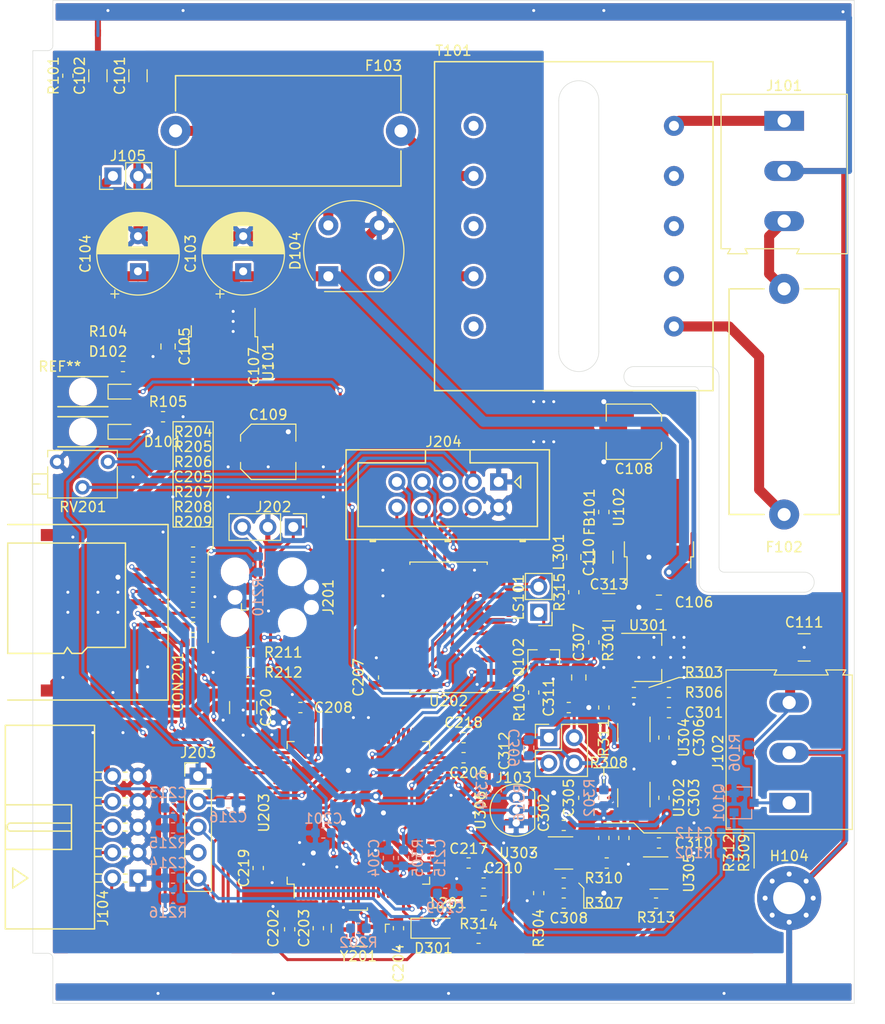
<source format=kicad_pcb>
(kicad_pcb (version 20171130) (host pcbnew 5.1.5)

  (general
    (thickness 1.6)
    (drawings 54)
    (tracks 1101)
    (zones 0)
    (modules 116)
    (nets 133)
  )

  (page A4)
  (layers
    (0 F.Cu signal)
    (31 B.Cu signal)
    (32 B.Adhes user)
    (33 F.Adhes user)
    (34 B.Paste user)
    (35 F.Paste user)
    (36 B.SilkS user)
    (37 F.SilkS user)
    (38 B.Mask user)
    (39 F.Mask user)
    (40 Dwgs.User user)
    (41 Cmts.User user)
    (42 Eco1.User user)
    (43 Eco2.User user)
    (44 Edge.Cuts user)
    (45 Margin user)
    (46 B.CrtYd user)
    (47 F.CrtYd user)
    (48 B.Fab user hide)
    (49 F.Fab user hide)
  )

  (setup
    (last_trace_width 0.6)
    (user_trace_width 0.3)
    (user_trace_width 0.4)
    (user_trace_width 0.6)
    (user_trace_width 1)
    (user_trace_width 2)
    (trace_clearance 0.2)
    (zone_clearance 0.25)
    (zone_45_only no)
    (trace_min 0.21)
    (via_size 0.5)
    (via_drill 0.3)
    (via_min_size 0.4)
    (via_min_drill 0.3)
    (user_via 0.9 0.5)
    (uvia_size 0.3)
    (uvia_drill 0.1)
    (uvias_allowed no)
    (uvia_min_size 0.2)
    (uvia_min_drill 0.1)
    (edge_width 0.05)
    (segment_width 0.2)
    (pcb_text_width 0.3)
    (pcb_text_size 1.5 1.5)
    (mod_edge_width 0.12)
    (mod_text_size 1 1)
    (mod_text_width 0.15)
    (pad_size 0.7874 0.7874)
    (pad_drill 0)
    (pad_to_mask_clearance 0.051)
    (solder_mask_min_width 0.25)
    (aux_axis_origin 13 13)
    (grid_origin 13 13)
    (visible_elements FFFFFF7F)
    (pcbplotparams
      (layerselection 0x010fc_ffffffff)
      (usegerberextensions false)
      (usegerberattributes false)
      (usegerberadvancedattributes false)
      (creategerberjobfile false)
      (excludeedgelayer true)
      (linewidth 0.100000)
      (plotframeref false)
      (viasonmask false)
      (mode 1)
      (useauxorigin false)
      (hpglpennumber 1)
      (hpglpenspeed 20)
      (hpglpendiameter 15.000000)
      (psnegative false)
      (psa4output false)
      (plotreference true)
      (plotvalue true)
      (plotinvisibletext false)
      (padsonsilk false)
      (subtractmaskfromsilk false)
      (outputformat 1)
      (mirror false)
      (drillshape 1)
      (scaleselection 1)
      (outputdirectory ""))
  )

  (net 0 "")
  (net 1 Earth)
  (net 2 GND)
  (net 3 +8V)
  (net 4 +3V3)
  (net 5 "Net-(C108-Pad1)")
  (net 6 +5V)
  (net 7 "Net-(C112-Pad2)")
  (net 8 /Controller/OUT0)
  (net 9 "Net-(C203-Pad1)")
  (net 10 "Net-(C204-Pad1)")
  (net 11 "Net-(C206-Pad1)")
  (net 12 "Net-(C208-Pad1)")
  (net 13 "Net-(C209-Pad1)")
  (net 14 /Controller/ENC1)
  (net 15 /Controller/ENC2)
  (net 16 /Controller/VREF)
  (net 17 /Controller/SW1)
  (net 18 "Net-(C301-Pad1)")
  (net 19 +5VA)
  (net 20 "Net-(C305-Pad1)")
  (net 21 "Net-(C305-Pad2)")
  (net 22 "Net-(C308-Pad1)")
  (net 23 /Frontend/FORCE+)
  (net 24 /Frontend/FORCE-)
  (net 25 /Frontend/SENS+)
  (net 26 /Frontend/SENS-)
  (net 27 /Controller/SDIO_D1)
  (net 28 /Controller/SDIO_D0)
  (net 29 /Controller/SDIO_CLK)
  (net 30 /Controller/SDIO_CMD)
  (net 31 /Controller/SDIO_D3)
  (net 32 /Controller/SDIO_D2)
  (net 33 /Controller/OUT3)
  (net 34 "Net-(D101-Pad1)")
  (net 35 "Net-(D102-Pad1)")
  (net 36 /Controller/OUT2)
  (net 37 "Net-(D104-Pad4)")
  (net 38 "Net-(D104-Pad2)")
  (net 39 /Controller/TEMP_IN)
  (net 40 /L_Trafo)
  (net 41 /L_IN)
  (net 42 "Net-(F103-Pad2)")
  (net 43 /N_IN)
  (net 44 "Net-(J102-Pad1)")
  (net 45 /DIGIO3)
  (net 46 /DIGIO2)
  (net 47 /DIGIO1)
  (net 48 /DIGIO0)
  (net 49 /Controller/SWDIO)
  (net 50 /Controller/SWCLK)
  (net 51 "Net-(J201-Pad5)")
  (net 52 "Net-(J201-Pad6)")
  (net 53 /Controller/PC_RX)
  (net 54 "Net-(J201-Pad8)")
  (net 55 /Controller/PC_TX)
  (net 56 /Controller/~RST)
  (net 57 "Net-(L301-Pad2)")
  (net 58 "Net-(LS101-Pad1)")
  (net 59 "Net-(Q102-Pad1)")
  (net 60 /Controller/OUT1)
  (net 61 "Net-(R309-Pad1)")
  (net 62 "Net-(R310-Pad2)")
  (net 63 "Net-(R313-Pad1)")
  (net 64 /Controller/LCD_VO)
  (net 65 "Net-(U202-Pad2)")
  (net 66 "Net-(U202-Pad4)")
  (net 67 "Net-(U202-Pad6)")
  (net 68 "Net-(U202-Pad7)")
  (net 69 "Net-(U202-Pad8)")
  (net 70 "Net-(U202-Pad9)")
  (net 71 "Net-(U202-Pad15)")
  (net 72 "Net-(U202-Pad17)")
  (net 73 "Net-(U203-Pad1)")
  (net 74 "Net-(U203-Pad2)")
  (net 75 "Net-(U203-Pad3)")
  (net 76 "Net-(U203-Pad4)")
  (net 77 "Net-(U203-Pad5)")
  (net 78 "Net-(U203-Pad7)")
  (net 79 "Net-(U203-Pad8)")
  (net 80 "Net-(U203-Pad9)")
  (net 81 "Net-(U203-Pad15)")
  (net 82 "Net-(U203-Pad16)")
  (net 83 "Net-(U203-Pad17)")
  (net 84 "Net-(U203-Pad18)")
  (net 85 "Net-(U203-Pad26)")
  (net 86 "Net-(U203-Pad29)")
  (net 87 "Net-(U203-Pad30)")
  (net 88 "Net-(U203-Pad31)")
  (net 89 "Net-(U203-Pad32)")
  (net 90 "Net-(U203-Pad33)")
  (net 91 "Net-(U203-Pad38)")
  (net 92 "Net-(U203-Pad39)")
  (net 93 "Net-(U203-Pad40)")
  (net 94 "Net-(U203-Pad41)")
  (net 95 "Net-(U203-Pad42)")
  (net 96 "Net-(U203-Pad43)")
  (net 97 "Net-(U203-Pad44)")
  (net 98 "Net-(U203-Pad45)")
  (net 99 "Net-(U203-Pad46)")
  (net 100 "Net-(U203-Pad51)")
  (net 101 "Net-(U203-Pad52)")
  (net 102 "Net-(U203-Pad53)")
  (net 103 "Net-(U203-Pad54)")
  (net 104 "Net-(U203-Pad59)")
  (net 105 "Net-(U203-Pad60)")
  (net 106 "Net-(U203-Pad61)")
  (net 107 "Net-(U203-Pad62)")
  (net 108 "Net-(U203-Pad63)")
  (net 109 "Net-(U203-Pad64)")
  (net 110 "Net-(U203-Pad67)")
  (net 111 "Net-(U203-Pad70)")
  (net 112 "Net-(U203-Pad71)")
  (net 113 "Net-(U203-Pad77)")
  (net 114 "Net-(U203-Pad81)")
  (net 115 "Net-(U203-Pad82)")
  (net 116 "Net-(U203-Pad84)")
  (net 117 "Net-(U203-Pad86)")
  (net 118 "Net-(U203-Pad95)")
  (net 119 "Net-(U203-Pad96)")
  (net 120 "Net-(U203-Pad97)")
  (net 121 "Net-(U203-Pad98)")
  (net 122 /Controller/LCD_RS)
  (net 123 /Controller/LCD_EN)
  (net 124 /Controller/LCD_D3)
  (net 125 /Controller/LCD_D0)
  (net 126 /Controller/LCD_D2)
  (net 127 /Controller/LCD_D1)
  (net 128 "Net-(C308-Pad2)")
  (net 129 "Net-(U203-Pad34)")
  (net 130 "Net-(CON201-Pad9)")
  (net 131 "Net-(C307-Pad1)")
  (net 132 /Controller/FRONTEND_TEMP)

  (net_class Default "This is the default net class."
    (clearance 0.2)
    (trace_width 0.25)
    (via_dia 0.5)
    (via_drill 0.3)
    (uvia_dia 0.3)
    (uvia_drill 0.1)
    (diff_pair_width 0.21)
    (diff_pair_gap 0.25)
    (add_net +3V3)
    (add_net +5V)
    (add_net +5VA)
    (add_net +8V)
    (add_net /Controller/ENC1)
    (add_net /Controller/ENC2)
    (add_net /Controller/FRONTEND_TEMP)
    (add_net /Controller/LCD_D0)
    (add_net /Controller/LCD_D1)
    (add_net /Controller/LCD_D2)
    (add_net /Controller/LCD_D3)
    (add_net /Controller/LCD_EN)
    (add_net /Controller/LCD_RS)
    (add_net /Controller/LCD_VO)
    (add_net /Controller/OUT0)
    (add_net /Controller/OUT1)
    (add_net /Controller/OUT2)
    (add_net /Controller/OUT3)
    (add_net /Controller/PC_RX)
    (add_net /Controller/PC_TX)
    (add_net /Controller/SDIO_CLK)
    (add_net /Controller/SDIO_CMD)
    (add_net /Controller/SDIO_D0)
    (add_net /Controller/SDIO_D1)
    (add_net /Controller/SDIO_D2)
    (add_net /Controller/SDIO_D3)
    (add_net /Controller/SW1)
    (add_net /Controller/SWCLK)
    (add_net /Controller/SWDIO)
    (add_net /Controller/TEMP_IN)
    (add_net /Controller/VREF)
    (add_net /Controller/~RST)
    (add_net /DIGIO0)
    (add_net /DIGIO1)
    (add_net /DIGIO2)
    (add_net /DIGIO3)
    (add_net /Frontend/FORCE+)
    (add_net /Frontend/FORCE-)
    (add_net /Frontend/SENS+)
    (add_net /Frontend/SENS-)
    (add_net Earth)
    (add_net GND)
    (add_net "Net-(C108-Pad1)")
    (add_net "Net-(C112-Pad2)")
    (add_net "Net-(C203-Pad1)")
    (add_net "Net-(C204-Pad1)")
    (add_net "Net-(C206-Pad1)")
    (add_net "Net-(C208-Pad1)")
    (add_net "Net-(C209-Pad1)")
    (add_net "Net-(C301-Pad1)")
    (add_net "Net-(C305-Pad1)")
    (add_net "Net-(C305-Pad2)")
    (add_net "Net-(C307-Pad1)")
    (add_net "Net-(C308-Pad1)")
    (add_net "Net-(C308-Pad2)")
    (add_net "Net-(CON201-Pad9)")
    (add_net "Net-(D101-Pad1)")
    (add_net "Net-(D102-Pad1)")
    (add_net "Net-(D104-Pad2)")
    (add_net "Net-(D104-Pad4)")
    (add_net "Net-(F103-Pad2)")
    (add_net "Net-(J102-Pad1)")
    (add_net "Net-(J201-Pad5)")
    (add_net "Net-(J201-Pad6)")
    (add_net "Net-(J201-Pad8)")
    (add_net "Net-(L301-Pad2)")
    (add_net "Net-(LS101-Pad1)")
    (add_net "Net-(Q102-Pad1)")
    (add_net "Net-(R309-Pad1)")
    (add_net "Net-(R310-Pad2)")
    (add_net "Net-(R313-Pad1)")
    (add_net "Net-(U202-Pad15)")
    (add_net "Net-(U202-Pad17)")
    (add_net "Net-(U202-Pad2)")
    (add_net "Net-(U202-Pad4)")
    (add_net "Net-(U202-Pad6)")
    (add_net "Net-(U202-Pad7)")
    (add_net "Net-(U202-Pad8)")
    (add_net "Net-(U202-Pad9)")
    (add_net "Net-(U203-Pad1)")
    (add_net "Net-(U203-Pad15)")
    (add_net "Net-(U203-Pad16)")
    (add_net "Net-(U203-Pad17)")
    (add_net "Net-(U203-Pad18)")
    (add_net "Net-(U203-Pad2)")
    (add_net "Net-(U203-Pad26)")
    (add_net "Net-(U203-Pad29)")
    (add_net "Net-(U203-Pad3)")
    (add_net "Net-(U203-Pad30)")
    (add_net "Net-(U203-Pad31)")
    (add_net "Net-(U203-Pad32)")
    (add_net "Net-(U203-Pad33)")
    (add_net "Net-(U203-Pad34)")
    (add_net "Net-(U203-Pad38)")
    (add_net "Net-(U203-Pad39)")
    (add_net "Net-(U203-Pad4)")
    (add_net "Net-(U203-Pad40)")
    (add_net "Net-(U203-Pad41)")
    (add_net "Net-(U203-Pad42)")
    (add_net "Net-(U203-Pad43)")
    (add_net "Net-(U203-Pad44)")
    (add_net "Net-(U203-Pad45)")
    (add_net "Net-(U203-Pad46)")
    (add_net "Net-(U203-Pad5)")
    (add_net "Net-(U203-Pad51)")
    (add_net "Net-(U203-Pad52)")
    (add_net "Net-(U203-Pad53)")
    (add_net "Net-(U203-Pad54)")
    (add_net "Net-(U203-Pad59)")
    (add_net "Net-(U203-Pad60)")
    (add_net "Net-(U203-Pad61)")
    (add_net "Net-(U203-Pad62)")
    (add_net "Net-(U203-Pad63)")
    (add_net "Net-(U203-Pad64)")
    (add_net "Net-(U203-Pad67)")
    (add_net "Net-(U203-Pad7)")
    (add_net "Net-(U203-Pad70)")
    (add_net "Net-(U203-Pad71)")
    (add_net "Net-(U203-Pad77)")
    (add_net "Net-(U203-Pad8)")
    (add_net "Net-(U203-Pad81)")
    (add_net "Net-(U203-Pad82)")
    (add_net "Net-(U203-Pad84)")
    (add_net "Net-(U203-Pad86)")
    (add_net "Net-(U203-Pad9)")
    (add_net "Net-(U203-Pad95)")
    (add_net "Net-(U203-Pad96)")
    (add_net "Net-(U203-Pad97)")
    (add_net "Net-(U203-Pad98)")
  )

  (net_class HV ""
    (clearance 2)
    (trace_width 1)
    (via_dia 0.5)
    (via_drill 0.3)
    (uvia_dia 0.3)
    (uvia_drill 0.1)
    (diff_pair_width 0.21)
    (diff_pair_gap 0.25)
    (add_net /L_IN)
    (add_net /L_Trafo)
    (add_net /N_IN)
  )

  (module proz_unknown:1271.1001 (layer F.Cu) (tedit 5C192637) (tstamp 5E036FB5)
    (at 16 52 180)
    (fp_text reference REF** (at 2.3 2.5) (layer F.SilkS)
      (effects (font (size 1 1) (thickness 0.15)))
    )
    (fp_text value 1271.1001 (at 4.1 -2.5) (layer F.Fab)
      (effects (font (size 1 1) (thickness 0.15)))
    )
    (fp_line (start -1.8 1.2) (end -1.8 -1.2) (layer F.CrtYd) (width 0.12))
    (fp_line (start -6 1.2) (end -1.8 1.2) (layer F.CrtYd) (width 0.12))
    (fp_line (start -6 -1.2) (end -6 1.2) (layer F.CrtYd) (width 0.12))
    (fp_line (start -1.8 -1.2) (end -6 -1.2) (layer F.CrtYd) (width 0.12))
    (fp_line (start -1.5 1.5) (end -1.5 -1.5) (layer F.CrtYd) (width 0.12))
    (fp_line (start 1.5 -1.5) (end 1.5 1.5) (layer F.CrtYd) (width 0.12))
    (fp_line (start -6.3 -1.5) (end -6.3 1.5) (layer F.CrtYd) (width 0.12))
    (fp_line (start 8.1 -1.5) (end -6.3 -1.5) (layer F.CrtYd) (width 0.12))
    (fp_line (start 8.1 1.5) (end 8.1 -1.5) (layer F.CrtYd) (width 0.12))
    (fp_line (start -6.3 1.5) (end 8.1 1.5) (layer F.CrtYd) (width 0.12))
    (fp_line (start -2.5 -1.5) (end 2.5 -1.5) (layer F.SilkS) (width 0.15))
    (fp_line (start -2.5 1.5) (end 2.5 1.5) (layer F.SilkS) (width 0.15))
    (pad "" np_thru_hole circle (at 0 0 180) (size 2.3 2.3) (drill 2.3) (layers *.Cu *.Mask))
  )

  (module proz_unknown:1271.1001 (layer F.Cu) (tedit 5C192637) (tstamp 5E035345)
    (at 16 56 180)
    (fp_text reference REF** (at 2.3 2.5) (layer F.SilkS) hide
      (effects (font (size 1 1) (thickness 0.15)))
    )
    (fp_text value 1271.1001 (at 4.1 -2.5) (layer F.Fab)
      (effects (font (size 1 1) (thickness 0.15)))
    )
    (fp_line (start -1.8 1.2) (end -1.8 -1.2) (layer F.CrtYd) (width 0.12))
    (fp_line (start -6 1.2) (end -1.8 1.2) (layer F.CrtYd) (width 0.12))
    (fp_line (start -6 -1.2) (end -6 1.2) (layer F.CrtYd) (width 0.12))
    (fp_line (start -1.8 -1.2) (end -6 -1.2) (layer F.CrtYd) (width 0.12))
    (fp_line (start -1.5 1.5) (end -1.5 -1.5) (layer F.CrtYd) (width 0.12))
    (fp_line (start 1.5 -1.5) (end 1.5 1.5) (layer F.CrtYd) (width 0.12))
    (fp_line (start -6.3 -1.5) (end -6.3 1.5) (layer F.CrtYd) (width 0.12))
    (fp_line (start 8.1 -1.5) (end -6.3 -1.5) (layer F.CrtYd) (width 0.12))
    (fp_line (start 8.1 1.5) (end 8.1 -1.5) (layer F.CrtYd) (width 0.12))
    (fp_line (start -6.3 1.5) (end 8.1 1.5) (layer F.CrtYd) (width 0.12))
    (fp_line (start -2.5 -1.5) (end 2.5 -1.5) (layer F.SilkS) (width 0.15))
    (fp_line (start -2.5 1.5) (end 2.5 1.5) (layer F.SilkS) (width 0.15))
    (pad "" np_thru_hole circle (at 0 0 180) (size 2.3 2.3) (drill 2.3) (layers *.Cu *.Mask))
  )

  (module Capacitor_SMD:C_1206_3216Metric (layer F.Cu) (tedit 5B301BBE) (tstamp 5DEF0E11)
    (at 21.5 20.5 90)
    (descr "Capacitor SMD 1206 (3216 Metric), square (rectangular) end terminal, IPC_7351 nominal, (Body size source: http://www.tortai-tech.com/upload/download/2011102023233369053.pdf), generated with kicad-footprint-generator")
    (tags capacitor)
    (path /5D708E87)
    (attr smd)
    (fp_text reference C101 (at 0 -1.82 90) (layer F.SilkS)
      (effects (font (size 1 1) (thickness 0.15)))
    )
    (fp_text value 100n/1kV (at 0 1.82 90) (layer F.Fab)
      (effects (font (size 1 1) (thickness 0.15)))
    )
    (fp_text user %R (at 0 0 90) (layer F.Fab)
      (effects (font (size 0.8 0.8) (thickness 0.12)))
    )
    (fp_line (start 2.28 1.12) (end -2.28 1.12) (layer F.CrtYd) (width 0.05))
    (fp_line (start 2.28 -1.12) (end 2.28 1.12) (layer F.CrtYd) (width 0.05))
    (fp_line (start -2.28 -1.12) (end 2.28 -1.12) (layer F.CrtYd) (width 0.05))
    (fp_line (start -2.28 1.12) (end -2.28 -1.12) (layer F.CrtYd) (width 0.05))
    (fp_line (start -0.602064 0.91) (end 0.602064 0.91) (layer F.SilkS) (width 0.12))
    (fp_line (start -0.602064 -0.91) (end 0.602064 -0.91) (layer F.SilkS) (width 0.12))
    (fp_line (start 1.6 0.8) (end -1.6 0.8) (layer F.Fab) (width 0.1))
    (fp_line (start 1.6 -0.8) (end 1.6 0.8) (layer F.Fab) (width 0.1))
    (fp_line (start -1.6 -0.8) (end 1.6 -0.8) (layer F.Fab) (width 0.1))
    (fp_line (start -1.6 0.8) (end -1.6 -0.8) (layer F.Fab) (width 0.1))
    (pad 2 smd roundrect (at 1.4 0 90) (size 1.25 1.75) (layers F.Cu F.Paste F.Mask) (roundrect_rratio 0.2)
      (net 1 Earth))
    (pad 1 smd roundrect (at -1.4 0 90) (size 1.25 1.75) (layers F.Cu F.Paste F.Mask) (roundrect_rratio 0.2)
      (net 2 GND))
    (model ${KISYS3DMOD}/Capacitor_SMD.3dshapes/C_1206_3216Metric.wrl
      (at (xyz 0 0 0))
      (scale (xyz 1 1 1))
      (rotate (xyz 0 0 0))
    )
  )

  (module Capacitor_SMD:C_1206_3216Metric (layer F.Cu) (tedit 5B301BBE) (tstamp 5DEF0E22)
    (at 17.5 20.5 90)
    (descr "Capacitor SMD 1206 (3216 Metric), square (rectangular) end terminal, IPC_7351 nominal, (Body size source: http://www.tortai-tech.com/upload/download/2011102023233369053.pdf), generated with kicad-footprint-generator")
    (tags capacitor)
    (path /5D707F91)
    (attr smd)
    (fp_text reference C102 (at 0 -1.82 90) (layer F.SilkS)
      (effects (font (size 1 1) (thickness 0.15)))
    )
    (fp_text value 100n/1kV (at 0 1.82 90) (layer F.Fab)
      (effects (font (size 1 1) (thickness 0.15)))
    )
    (fp_line (start -1.6 0.8) (end -1.6 -0.8) (layer F.Fab) (width 0.1))
    (fp_line (start -1.6 -0.8) (end 1.6 -0.8) (layer F.Fab) (width 0.1))
    (fp_line (start 1.6 -0.8) (end 1.6 0.8) (layer F.Fab) (width 0.1))
    (fp_line (start 1.6 0.8) (end -1.6 0.8) (layer F.Fab) (width 0.1))
    (fp_line (start -0.602064 -0.91) (end 0.602064 -0.91) (layer F.SilkS) (width 0.12))
    (fp_line (start -0.602064 0.91) (end 0.602064 0.91) (layer F.SilkS) (width 0.12))
    (fp_line (start -2.28 1.12) (end -2.28 -1.12) (layer F.CrtYd) (width 0.05))
    (fp_line (start -2.28 -1.12) (end 2.28 -1.12) (layer F.CrtYd) (width 0.05))
    (fp_line (start 2.28 -1.12) (end 2.28 1.12) (layer F.CrtYd) (width 0.05))
    (fp_line (start 2.28 1.12) (end -2.28 1.12) (layer F.CrtYd) (width 0.05))
    (fp_text user %R (at 0 0 90) (layer F.Fab)
      (effects (font (size 0.8 0.8) (thickness 0.12)))
    )
    (pad 1 smd roundrect (at -1.4 0 90) (size 1.25 1.75) (layers F.Cu F.Paste F.Mask) (roundrect_rratio 0.2)
      (net 2 GND))
    (pad 2 smd roundrect (at 1.4 0 90) (size 1.25 1.75) (layers F.Cu F.Paste F.Mask) (roundrect_rratio 0.2)
      (net 1 Earth))
    (model ${KISYS3DMOD}/Capacitor_SMD.3dshapes/C_1206_3216Metric.wrl
      (at (xyz 0 0 0))
      (scale (xyz 1 1 1))
      (rotate (xyz 0 0 0))
    )
  )

  (module Capacitor_THT:CP_Radial_D8.0mm_P3.50mm (layer F.Cu) (tedit 5AE50EF0) (tstamp 5DEF0ECB)
    (at 32 40 90)
    (descr "CP, Radial series, Radial, pin pitch=3.50mm, , diameter=8mm, Electrolytic Capacitor")
    (tags "CP Radial series Radial pin pitch 3.50mm  diameter 8mm Electrolytic Capacitor")
    (path /5D7133CA)
    (fp_text reference C103 (at 1.75 -5.25 90) (layer F.SilkS)
      (effects (font (size 1 1) (thickness 0.15)))
    )
    (fp_text value 470u (at 1.75 5.25 90) (layer F.Fab)
      (effects (font (size 1 1) (thickness 0.15)))
    )
    (fp_text user %R (at 1.75 0 90) (layer F.Fab)
      (effects (font (size 1 1) (thickness 0.15)))
    )
    (fp_line (start -2.259698 -2.715) (end -2.259698 -1.915) (layer F.SilkS) (width 0.12))
    (fp_line (start -2.659698 -2.315) (end -1.859698 -2.315) (layer F.SilkS) (width 0.12))
    (fp_line (start 5.831 -0.533) (end 5.831 0.533) (layer F.SilkS) (width 0.12))
    (fp_line (start 5.791 -0.768) (end 5.791 0.768) (layer F.SilkS) (width 0.12))
    (fp_line (start 5.751 -0.948) (end 5.751 0.948) (layer F.SilkS) (width 0.12))
    (fp_line (start 5.711 -1.098) (end 5.711 1.098) (layer F.SilkS) (width 0.12))
    (fp_line (start 5.671 -1.229) (end 5.671 1.229) (layer F.SilkS) (width 0.12))
    (fp_line (start 5.631 -1.346) (end 5.631 1.346) (layer F.SilkS) (width 0.12))
    (fp_line (start 5.591 -1.453) (end 5.591 1.453) (layer F.SilkS) (width 0.12))
    (fp_line (start 5.551 -1.552) (end 5.551 1.552) (layer F.SilkS) (width 0.12))
    (fp_line (start 5.511 -1.645) (end 5.511 1.645) (layer F.SilkS) (width 0.12))
    (fp_line (start 5.471 -1.731) (end 5.471 1.731) (layer F.SilkS) (width 0.12))
    (fp_line (start 5.431 -1.813) (end 5.431 1.813) (layer F.SilkS) (width 0.12))
    (fp_line (start 5.391 -1.89) (end 5.391 1.89) (layer F.SilkS) (width 0.12))
    (fp_line (start 5.351 -1.964) (end 5.351 1.964) (layer F.SilkS) (width 0.12))
    (fp_line (start 5.311 -2.034) (end 5.311 2.034) (layer F.SilkS) (width 0.12))
    (fp_line (start 5.271 -2.102) (end 5.271 2.102) (layer F.SilkS) (width 0.12))
    (fp_line (start 5.231 -2.166) (end 5.231 2.166) (layer F.SilkS) (width 0.12))
    (fp_line (start 5.191 -2.228) (end 5.191 2.228) (layer F.SilkS) (width 0.12))
    (fp_line (start 5.151 -2.287) (end 5.151 2.287) (layer F.SilkS) (width 0.12))
    (fp_line (start 5.111 -2.345) (end 5.111 2.345) (layer F.SilkS) (width 0.12))
    (fp_line (start 5.071 -2.4) (end 5.071 2.4) (layer F.SilkS) (width 0.12))
    (fp_line (start 5.031 -2.454) (end 5.031 2.454) (layer F.SilkS) (width 0.12))
    (fp_line (start 4.991 -2.505) (end 4.991 2.505) (layer F.SilkS) (width 0.12))
    (fp_line (start 4.951 -2.556) (end 4.951 2.556) (layer F.SilkS) (width 0.12))
    (fp_line (start 4.911 -2.604) (end 4.911 2.604) (layer F.SilkS) (width 0.12))
    (fp_line (start 4.871 -2.651) (end 4.871 2.651) (layer F.SilkS) (width 0.12))
    (fp_line (start 4.831 -2.697) (end 4.831 2.697) (layer F.SilkS) (width 0.12))
    (fp_line (start 4.791 -2.741) (end 4.791 2.741) (layer F.SilkS) (width 0.12))
    (fp_line (start 4.751 -2.784) (end 4.751 2.784) (layer F.SilkS) (width 0.12))
    (fp_line (start 4.711 -2.826) (end 4.711 2.826) (layer F.SilkS) (width 0.12))
    (fp_line (start 4.671 -2.867) (end 4.671 2.867) (layer F.SilkS) (width 0.12))
    (fp_line (start 4.631 -2.907) (end 4.631 2.907) (layer F.SilkS) (width 0.12))
    (fp_line (start 4.591 -2.945) (end 4.591 2.945) (layer F.SilkS) (width 0.12))
    (fp_line (start 4.551 -2.983) (end 4.551 2.983) (layer F.SilkS) (width 0.12))
    (fp_line (start 4.511 1.04) (end 4.511 3.019) (layer F.SilkS) (width 0.12))
    (fp_line (start 4.511 -3.019) (end 4.511 -1.04) (layer F.SilkS) (width 0.12))
    (fp_line (start 4.471 1.04) (end 4.471 3.055) (layer F.SilkS) (width 0.12))
    (fp_line (start 4.471 -3.055) (end 4.471 -1.04) (layer F.SilkS) (width 0.12))
    (fp_line (start 4.431 1.04) (end 4.431 3.09) (layer F.SilkS) (width 0.12))
    (fp_line (start 4.431 -3.09) (end 4.431 -1.04) (layer F.SilkS) (width 0.12))
    (fp_line (start 4.391 1.04) (end 4.391 3.124) (layer F.SilkS) (width 0.12))
    (fp_line (start 4.391 -3.124) (end 4.391 -1.04) (layer F.SilkS) (width 0.12))
    (fp_line (start 4.351 1.04) (end 4.351 3.156) (layer F.SilkS) (width 0.12))
    (fp_line (start 4.351 -3.156) (end 4.351 -1.04) (layer F.SilkS) (width 0.12))
    (fp_line (start 4.311 1.04) (end 4.311 3.189) (layer F.SilkS) (width 0.12))
    (fp_line (start 4.311 -3.189) (end 4.311 -1.04) (layer F.SilkS) (width 0.12))
    (fp_line (start 4.271 1.04) (end 4.271 3.22) (layer F.SilkS) (width 0.12))
    (fp_line (start 4.271 -3.22) (end 4.271 -1.04) (layer F.SilkS) (width 0.12))
    (fp_line (start 4.231 1.04) (end 4.231 3.25) (layer F.SilkS) (width 0.12))
    (fp_line (start 4.231 -3.25) (end 4.231 -1.04) (layer F.SilkS) (width 0.12))
    (fp_line (start 4.191 1.04) (end 4.191 3.28) (layer F.SilkS) (width 0.12))
    (fp_line (start 4.191 -3.28) (end 4.191 -1.04) (layer F.SilkS) (width 0.12))
    (fp_line (start 4.151 1.04) (end 4.151 3.309) (layer F.SilkS) (width 0.12))
    (fp_line (start 4.151 -3.309) (end 4.151 -1.04) (layer F.SilkS) (width 0.12))
    (fp_line (start 4.111 1.04) (end 4.111 3.338) (layer F.SilkS) (width 0.12))
    (fp_line (start 4.111 -3.338) (end 4.111 -1.04) (layer F.SilkS) (width 0.12))
    (fp_line (start 4.071 1.04) (end 4.071 3.365) (layer F.SilkS) (width 0.12))
    (fp_line (start 4.071 -3.365) (end 4.071 -1.04) (layer F.SilkS) (width 0.12))
    (fp_line (start 4.031 1.04) (end 4.031 3.392) (layer F.SilkS) (width 0.12))
    (fp_line (start 4.031 -3.392) (end 4.031 -1.04) (layer F.SilkS) (width 0.12))
    (fp_line (start 3.991 1.04) (end 3.991 3.418) (layer F.SilkS) (width 0.12))
    (fp_line (start 3.991 -3.418) (end 3.991 -1.04) (layer F.SilkS) (width 0.12))
    (fp_line (start 3.951 1.04) (end 3.951 3.444) (layer F.SilkS) (width 0.12))
    (fp_line (start 3.951 -3.444) (end 3.951 -1.04) (layer F.SilkS) (width 0.12))
    (fp_line (start 3.911 1.04) (end 3.911 3.469) (layer F.SilkS) (width 0.12))
    (fp_line (start 3.911 -3.469) (end 3.911 -1.04) (layer F.SilkS) (width 0.12))
    (fp_line (start 3.871 1.04) (end 3.871 3.493) (layer F.SilkS) (width 0.12))
    (fp_line (start 3.871 -3.493) (end 3.871 -1.04) (layer F.SilkS) (width 0.12))
    (fp_line (start 3.831 1.04) (end 3.831 3.517) (layer F.SilkS) (width 0.12))
    (fp_line (start 3.831 -3.517) (end 3.831 -1.04) (layer F.SilkS) (width 0.12))
    (fp_line (start 3.791 1.04) (end 3.791 3.54) (layer F.SilkS) (width 0.12))
    (fp_line (start 3.791 -3.54) (end 3.791 -1.04) (layer F.SilkS) (width 0.12))
    (fp_line (start 3.751 1.04) (end 3.751 3.562) (layer F.SilkS) (width 0.12))
    (fp_line (start 3.751 -3.562) (end 3.751 -1.04) (layer F.SilkS) (width 0.12))
    (fp_line (start 3.711 1.04) (end 3.711 3.584) (layer F.SilkS) (width 0.12))
    (fp_line (start 3.711 -3.584) (end 3.711 -1.04) (layer F.SilkS) (width 0.12))
    (fp_line (start 3.671 1.04) (end 3.671 3.606) (layer F.SilkS) (width 0.12))
    (fp_line (start 3.671 -3.606) (end 3.671 -1.04) (layer F.SilkS) (width 0.12))
    (fp_line (start 3.631 1.04) (end 3.631 3.627) (layer F.SilkS) (width 0.12))
    (fp_line (start 3.631 -3.627) (end 3.631 -1.04) (layer F.SilkS) (width 0.12))
    (fp_line (start 3.591 1.04) (end 3.591 3.647) (layer F.SilkS) (width 0.12))
    (fp_line (start 3.591 -3.647) (end 3.591 -1.04) (layer F.SilkS) (width 0.12))
    (fp_line (start 3.551 1.04) (end 3.551 3.666) (layer F.SilkS) (width 0.12))
    (fp_line (start 3.551 -3.666) (end 3.551 -1.04) (layer F.SilkS) (width 0.12))
    (fp_line (start 3.511 1.04) (end 3.511 3.686) (layer F.SilkS) (width 0.12))
    (fp_line (start 3.511 -3.686) (end 3.511 -1.04) (layer F.SilkS) (width 0.12))
    (fp_line (start 3.471 1.04) (end 3.471 3.704) (layer F.SilkS) (width 0.12))
    (fp_line (start 3.471 -3.704) (end 3.471 -1.04) (layer F.SilkS) (width 0.12))
    (fp_line (start 3.431 1.04) (end 3.431 3.722) (layer F.SilkS) (width 0.12))
    (fp_line (start 3.431 -3.722) (end 3.431 -1.04) (layer F.SilkS) (width 0.12))
    (fp_line (start 3.391 1.04) (end 3.391 3.74) (layer F.SilkS) (width 0.12))
    (fp_line (start 3.391 -3.74) (end 3.391 -1.04) (layer F.SilkS) (width 0.12))
    (fp_line (start 3.351 1.04) (end 3.351 3.757) (layer F.SilkS) (width 0.12))
    (fp_line (start 3.351 -3.757) (end 3.351 -1.04) (layer F.SilkS) (width 0.12))
    (fp_line (start 3.311 1.04) (end 3.311 3.774) (layer F.SilkS) (width 0.12))
    (fp_line (start 3.311 -3.774) (end 3.311 -1.04) (layer F.SilkS) (width 0.12))
    (fp_line (start 3.271 1.04) (end 3.271 3.79) (layer F.SilkS) (width 0.12))
    (fp_line (start 3.271 -3.79) (end 3.271 -1.04) (layer F.SilkS) (width 0.12))
    (fp_line (start 3.231 1.04) (end 3.231 3.805) (layer F.SilkS) (width 0.12))
    (fp_line (start 3.231 -3.805) (end 3.231 -1.04) (layer F.SilkS) (width 0.12))
    (fp_line (start 3.191 1.04) (end 3.191 3.821) (layer F.SilkS) (width 0.12))
    (fp_line (start 3.191 -3.821) (end 3.191 -1.04) (layer F.SilkS) (width 0.12))
    (fp_line (start 3.151 1.04) (end 3.151 3.835) (layer F.SilkS) (width 0.12))
    (fp_line (start 3.151 -3.835) (end 3.151 -1.04) (layer F.SilkS) (width 0.12))
    (fp_line (start 3.111 1.04) (end 3.111 3.85) (layer F.SilkS) (width 0.12))
    (fp_line (start 3.111 -3.85) (end 3.111 -1.04) (layer F.SilkS) (width 0.12))
    (fp_line (start 3.071 1.04) (end 3.071 3.863) (layer F.SilkS) (width 0.12))
    (fp_line (start 3.071 -3.863) (end 3.071 -1.04) (layer F.SilkS) (width 0.12))
    (fp_line (start 3.031 1.04) (end 3.031 3.877) (layer F.SilkS) (width 0.12))
    (fp_line (start 3.031 -3.877) (end 3.031 -1.04) (layer F.SilkS) (width 0.12))
    (fp_line (start 2.991 1.04) (end 2.991 3.889) (layer F.SilkS) (width 0.12))
    (fp_line (start 2.991 -3.889) (end 2.991 -1.04) (layer F.SilkS) (width 0.12))
    (fp_line (start 2.951 1.04) (end 2.951 3.902) (layer F.SilkS) (width 0.12))
    (fp_line (start 2.951 -3.902) (end 2.951 -1.04) (layer F.SilkS) (width 0.12))
    (fp_line (start 2.911 1.04) (end 2.911 3.914) (layer F.SilkS) (width 0.12))
    (fp_line (start 2.911 -3.914) (end 2.911 -1.04) (layer F.SilkS) (width 0.12))
    (fp_line (start 2.871 1.04) (end 2.871 3.925) (layer F.SilkS) (width 0.12))
    (fp_line (start 2.871 -3.925) (end 2.871 -1.04) (layer F.SilkS) (width 0.12))
    (fp_line (start 2.831 1.04) (end 2.831 3.936) (layer F.SilkS) (width 0.12))
    (fp_line (start 2.831 -3.936) (end 2.831 -1.04) (layer F.SilkS) (width 0.12))
    (fp_line (start 2.791 1.04) (end 2.791 3.947) (layer F.SilkS) (width 0.12))
    (fp_line (start 2.791 -3.947) (end 2.791 -1.04) (layer F.SilkS) (width 0.12))
    (fp_line (start 2.751 1.04) (end 2.751 3.957) (layer F.SilkS) (width 0.12))
    (fp_line (start 2.751 -3.957) (end 2.751 -1.04) (layer F.SilkS) (width 0.12))
    (fp_line (start 2.711 1.04) (end 2.711 3.967) (layer F.SilkS) (width 0.12))
    (fp_line (start 2.711 -3.967) (end 2.711 -1.04) (layer F.SilkS) (width 0.12))
    (fp_line (start 2.671 1.04) (end 2.671 3.976) (layer F.SilkS) (width 0.12))
    (fp_line (start 2.671 -3.976) (end 2.671 -1.04) (layer F.SilkS) (width 0.12))
    (fp_line (start 2.631 1.04) (end 2.631 3.985) (layer F.SilkS) (width 0.12))
    (fp_line (start 2.631 -3.985) (end 2.631 -1.04) (layer F.SilkS) (width 0.12))
    (fp_line (start 2.591 1.04) (end 2.591 3.994) (layer F.SilkS) (width 0.12))
    (fp_line (start 2.591 -3.994) (end 2.591 -1.04) (layer F.SilkS) (width 0.12))
    (fp_line (start 2.551 1.04) (end 2.551 4.002) (layer F.SilkS) (width 0.12))
    (fp_line (start 2.551 -4.002) (end 2.551 -1.04) (layer F.SilkS) (width 0.12))
    (fp_line (start 2.511 1.04) (end 2.511 4.01) (layer F.SilkS) (width 0.12))
    (fp_line (start 2.511 -4.01) (end 2.511 -1.04) (layer F.SilkS) (width 0.12))
    (fp_line (start 2.471 1.04) (end 2.471 4.017) (layer F.SilkS) (width 0.12))
    (fp_line (start 2.471 -4.017) (end 2.471 -1.04) (layer F.SilkS) (width 0.12))
    (fp_line (start 2.43 -4.024) (end 2.43 4.024) (layer F.SilkS) (width 0.12))
    (fp_line (start 2.39 -4.03) (end 2.39 4.03) (layer F.SilkS) (width 0.12))
    (fp_line (start 2.35 -4.037) (end 2.35 4.037) (layer F.SilkS) (width 0.12))
    (fp_line (start 2.31 -4.042) (end 2.31 4.042) (layer F.SilkS) (width 0.12))
    (fp_line (start 2.27 -4.048) (end 2.27 4.048) (layer F.SilkS) (width 0.12))
    (fp_line (start 2.23 -4.052) (end 2.23 4.052) (layer F.SilkS) (width 0.12))
    (fp_line (start 2.19 -4.057) (end 2.19 4.057) (layer F.SilkS) (width 0.12))
    (fp_line (start 2.15 -4.061) (end 2.15 4.061) (layer F.SilkS) (width 0.12))
    (fp_line (start 2.11 -4.065) (end 2.11 4.065) (layer F.SilkS) (width 0.12))
    (fp_line (start 2.07 -4.068) (end 2.07 4.068) (layer F.SilkS) (width 0.12))
    (fp_line (start 2.03 -4.071) (end 2.03 4.071) (layer F.SilkS) (width 0.12))
    (fp_line (start 1.99 -4.074) (end 1.99 4.074) (layer F.SilkS) (width 0.12))
    (fp_line (start 1.95 -4.076) (end 1.95 4.076) (layer F.SilkS) (width 0.12))
    (fp_line (start 1.91 -4.077) (end 1.91 4.077) (layer F.SilkS) (width 0.12))
    (fp_line (start 1.87 -4.079) (end 1.87 4.079) (layer F.SilkS) (width 0.12))
    (fp_line (start 1.83 -4.08) (end 1.83 4.08) (layer F.SilkS) (width 0.12))
    (fp_line (start 1.79 -4.08) (end 1.79 4.08) (layer F.SilkS) (width 0.12))
    (fp_line (start 1.75 -4.08) (end 1.75 4.08) (layer F.SilkS) (width 0.12))
    (fp_line (start -1.276759 -2.1475) (end -1.276759 -1.3475) (layer F.Fab) (width 0.1))
    (fp_line (start -1.676759 -1.7475) (end -0.876759 -1.7475) (layer F.Fab) (width 0.1))
    (fp_circle (center 1.75 0) (end 6 0) (layer F.CrtYd) (width 0.05))
    (fp_circle (center 1.75 0) (end 5.87 0) (layer F.SilkS) (width 0.12))
    (fp_circle (center 1.75 0) (end 5.75 0) (layer F.Fab) (width 0.1))
    (pad 2 thru_hole circle (at 3.5 0 90) (size 1.6 1.6) (drill 0.8) (layers *.Cu *.Mask)
      (net 2 GND))
    (pad 1 thru_hole rect (at 0 0 90) (size 1.6 1.6) (drill 0.8) (layers *.Cu *.Mask)
      (net 3 +8V))
    (model ${KISYS3DMOD}/Capacitor_THT.3dshapes/CP_Radial_D8.0mm_P3.50mm.wrl
      (at (xyz 0 0 0))
      (scale (xyz 1 1 1))
      (rotate (xyz 0 0 0))
    )
  )

  (module Capacitor_THT:CP_Radial_D8.0mm_P3.50mm (layer F.Cu) (tedit 5AE50EF0) (tstamp 5DEF0F74)
    (at 21.5 40 90)
    (descr "CP, Radial series, Radial, pin pitch=3.50mm, , diameter=8mm, Electrolytic Capacitor")
    (tags "CP Radial series Radial pin pitch 3.50mm  diameter 8mm Electrolytic Capacitor")
    (path /5D7139D5)
    (fp_text reference C104 (at 1.75 -5.25 90) (layer F.SilkS)
      (effects (font (size 1 1) (thickness 0.15)))
    )
    (fp_text value 470u (at 1.75 5.25 90) (layer F.Fab)
      (effects (font (size 1 1) (thickness 0.15)))
    )
    (fp_circle (center 1.75 0) (end 5.75 0) (layer F.Fab) (width 0.1))
    (fp_circle (center 1.75 0) (end 5.87 0) (layer F.SilkS) (width 0.12))
    (fp_circle (center 1.75 0) (end 6 0) (layer F.CrtYd) (width 0.05))
    (fp_line (start -1.676759 -1.7475) (end -0.876759 -1.7475) (layer F.Fab) (width 0.1))
    (fp_line (start -1.276759 -2.1475) (end -1.276759 -1.3475) (layer F.Fab) (width 0.1))
    (fp_line (start 1.75 -4.08) (end 1.75 4.08) (layer F.SilkS) (width 0.12))
    (fp_line (start 1.79 -4.08) (end 1.79 4.08) (layer F.SilkS) (width 0.12))
    (fp_line (start 1.83 -4.08) (end 1.83 4.08) (layer F.SilkS) (width 0.12))
    (fp_line (start 1.87 -4.079) (end 1.87 4.079) (layer F.SilkS) (width 0.12))
    (fp_line (start 1.91 -4.077) (end 1.91 4.077) (layer F.SilkS) (width 0.12))
    (fp_line (start 1.95 -4.076) (end 1.95 4.076) (layer F.SilkS) (width 0.12))
    (fp_line (start 1.99 -4.074) (end 1.99 4.074) (layer F.SilkS) (width 0.12))
    (fp_line (start 2.03 -4.071) (end 2.03 4.071) (layer F.SilkS) (width 0.12))
    (fp_line (start 2.07 -4.068) (end 2.07 4.068) (layer F.SilkS) (width 0.12))
    (fp_line (start 2.11 -4.065) (end 2.11 4.065) (layer F.SilkS) (width 0.12))
    (fp_line (start 2.15 -4.061) (end 2.15 4.061) (layer F.SilkS) (width 0.12))
    (fp_line (start 2.19 -4.057) (end 2.19 4.057) (layer F.SilkS) (width 0.12))
    (fp_line (start 2.23 -4.052) (end 2.23 4.052) (layer F.SilkS) (width 0.12))
    (fp_line (start 2.27 -4.048) (end 2.27 4.048) (layer F.SilkS) (width 0.12))
    (fp_line (start 2.31 -4.042) (end 2.31 4.042) (layer F.SilkS) (width 0.12))
    (fp_line (start 2.35 -4.037) (end 2.35 4.037) (layer F.SilkS) (width 0.12))
    (fp_line (start 2.39 -4.03) (end 2.39 4.03) (layer F.SilkS) (width 0.12))
    (fp_line (start 2.43 -4.024) (end 2.43 4.024) (layer F.SilkS) (width 0.12))
    (fp_line (start 2.471 -4.017) (end 2.471 -1.04) (layer F.SilkS) (width 0.12))
    (fp_line (start 2.471 1.04) (end 2.471 4.017) (layer F.SilkS) (width 0.12))
    (fp_line (start 2.511 -4.01) (end 2.511 -1.04) (layer F.SilkS) (width 0.12))
    (fp_line (start 2.511 1.04) (end 2.511 4.01) (layer F.SilkS) (width 0.12))
    (fp_line (start 2.551 -4.002) (end 2.551 -1.04) (layer F.SilkS) (width 0.12))
    (fp_line (start 2.551 1.04) (end 2.551 4.002) (layer F.SilkS) (width 0.12))
    (fp_line (start 2.591 -3.994) (end 2.591 -1.04) (layer F.SilkS) (width 0.12))
    (fp_line (start 2.591 1.04) (end 2.591 3.994) (layer F.SilkS) (width 0.12))
    (fp_line (start 2.631 -3.985) (end 2.631 -1.04) (layer F.SilkS) (width 0.12))
    (fp_line (start 2.631 1.04) (end 2.631 3.985) (layer F.SilkS) (width 0.12))
    (fp_line (start 2.671 -3.976) (end 2.671 -1.04) (layer F.SilkS) (width 0.12))
    (fp_line (start 2.671 1.04) (end 2.671 3.976) (layer F.SilkS) (width 0.12))
    (fp_line (start 2.711 -3.967) (end 2.711 -1.04) (layer F.SilkS) (width 0.12))
    (fp_line (start 2.711 1.04) (end 2.711 3.967) (layer F.SilkS) (width 0.12))
    (fp_line (start 2.751 -3.957) (end 2.751 -1.04) (layer F.SilkS) (width 0.12))
    (fp_line (start 2.751 1.04) (end 2.751 3.957) (layer F.SilkS) (width 0.12))
    (fp_line (start 2.791 -3.947) (end 2.791 -1.04) (layer F.SilkS) (width 0.12))
    (fp_line (start 2.791 1.04) (end 2.791 3.947) (layer F.SilkS) (width 0.12))
    (fp_line (start 2.831 -3.936) (end 2.831 -1.04) (layer F.SilkS) (width 0.12))
    (fp_line (start 2.831 1.04) (end 2.831 3.936) (layer F.SilkS) (width 0.12))
    (fp_line (start 2.871 -3.925) (end 2.871 -1.04) (layer F.SilkS) (width 0.12))
    (fp_line (start 2.871 1.04) (end 2.871 3.925) (layer F.SilkS) (width 0.12))
    (fp_line (start 2.911 -3.914) (end 2.911 -1.04) (layer F.SilkS) (width 0.12))
    (fp_line (start 2.911 1.04) (end 2.911 3.914) (layer F.SilkS) (width 0.12))
    (fp_line (start 2.951 -3.902) (end 2.951 -1.04) (layer F.SilkS) (width 0.12))
    (fp_line (start 2.951 1.04) (end 2.951 3.902) (layer F.SilkS) (width 0.12))
    (fp_line (start 2.991 -3.889) (end 2.991 -1.04) (layer F.SilkS) (width 0.12))
    (fp_line (start 2.991 1.04) (end 2.991 3.889) (layer F.SilkS) (width 0.12))
    (fp_line (start 3.031 -3.877) (end 3.031 -1.04) (layer F.SilkS) (width 0.12))
    (fp_line (start 3.031 1.04) (end 3.031 3.877) (layer F.SilkS) (width 0.12))
    (fp_line (start 3.071 -3.863) (end 3.071 -1.04) (layer F.SilkS) (width 0.12))
    (fp_line (start 3.071 1.04) (end 3.071 3.863) (layer F.SilkS) (width 0.12))
    (fp_line (start 3.111 -3.85) (end 3.111 -1.04) (layer F.SilkS) (width 0.12))
    (fp_line (start 3.111 1.04) (end 3.111 3.85) (layer F.SilkS) (width 0.12))
    (fp_line (start 3.151 -3.835) (end 3.151 -1.04) (layer F.SilkS) (width 0.12))
    (fp_line (start 3.151 1.04) (end 3.151 3.835) (layer F.SilkS) (width 0.12))
    (fp_line (start 3.191 -3.821) (end 3.191 -1.04) (layer F.SilkS) (width 0.12))
    (fp_line (start 3.191 1.04) (end 3.191 3.821) (layer F.SilkS) (width 0.12))
    (fp_line (start 3.231 -3.805) (end 3.231 -1.04) (layer F.SilkS) (width 0.12))
    (fp_line (start 3.231 1.04) (end 3.231 3.805) (layer F.SilkS) (width 0.12))
    (fp_line (start 3.271 -3.79) (end 3.271 -1.04) (layer F.SilkS) (width 0.12))
    (fp_line (start 3.271 1.04) (end 3.271 3.79) (layer F.SilkS) (width 0.12))
    (fp_line (start 3.311 -3.774) (end 3.311 -1.04) (layer F.SilkS) (width 0.12))
    (fp_line (start 3.311 1.04) (end 3.311 3.774) (layer F.SilkS) (width 0.12))
    (fp_line (start 3.351 -3.757) (end 3.351 -1.04) (layer F.SilkS) (width 0.12))
    (fp_line (start 3.351 1.04) (end 3.351 3.757) (layer F.SilkS) (width 0.12))
    (fp_line (start 3.391 -3.74) (end 3.391 -1.04) (layer F.SilkS) (width 0.12))
    (fp_line (start 3.391 1.04) (end 3.391 3.74) (layer F.SilkS) (width 0.12))
    (fp_line (start 3.431 -3.722) (end 3.431 -1.04) (layer F.SilkS) (width 0.12))
    (fp_line (start 3.431 1.04) (end 3.431 3.722) (layer F.SilkS) (width 0.12))
    (fp_line (start 3.471 -3.704) (end 3.471 -1.04) (layer F.SilkS) (width 0.12))
    (fp_line (start 3.471 1.04) (end 3.471 3.704) (layer F.SilkS) (width 0.12))
    (fp_line (start 3.511 -3.686) (end 3.511 -1.04) (layer F.SilkS) (width 0.12))
    (fp_line (start 3.511 1.04) (end 3.511 3.686) (layer F.SilkS) (width 0.12))
    (fp_line (start 3.551 -3.666) (end 3.551 -1.04) (layer F.SilkS) (width 0.12))
    (fp_line (start 3.551 1.04) (end 3.551 3.666) (layer F.SilkS) (width 0.12))
    (fp_line (start 3.591 -3.647) (end 3.591 -1.04) (layer F.SilkS) (width 0.12))
    (fp_line (start 3.591 1.04) (end 3.591 3.647) (layer F.SilkS) (width 0.12))
    (fp_line (start 3.631 -3.627) (end 3.631 -1.04) (layer F.SilkS) (width 0.12))
    (fp_line (start 3.631 1.04) (end 3.631 3.627) (layer F.SilkS) (width 0.12))
    (fp_line (start 3.671 -3.606) (end 3.671 -1.04) (layer F.SilkS) (width 0.12))
    (fp_line (start 3.671 1.04) (end 3.671 3.606) (layer F.SilkS) (width 0.12))
    (fp_line (start 3.711 -3.584) (end 3.711 -1.04) (layer F.SilkS) (width 0.12))
    (fp_line (start 3.711 1.04) (end 3.711 3.584) (layer F.SilkS) (width 0.12))
    (fp_line (start 3.751 -3.562) (end 3.751 -1.04) (layer F.SilkS) (width 0.12))
    (fp_line (start 3.751 1.04) (end 3.751 3.562) (layer F.SilkS) (width 0.12))
    (fp_line (start 3.791 -3.54) (end 3.791 -1.04) (layer F.SilkS) (width 0.12))
    (fp_line (start 3.791 1.04) (end 3.791 3.54) (layer F.SilkS) (width 0.12))
    (fp_line (start 3.831 -3.517) (end 3.831 -1.04) (layer F.SilkS) (width 0.12))
    (fp_line (start 3.831 1.04) (end 3.831 3.517) (layer F.SilkS) (width 0.12))
    (fp_line (start 3.871 -3.493) (end 3.871 -1.04) (layer F.SilkS) (width 0.12))
    (fp_line (start 3.871 1.04) (end 3.871 3.493) (layer F.SilkS) (width 0.12))
    (fp_line (start 3.911 -3.469) (end 3.911 -1.04) (layer F.SilkS) (width 0.12))
    (fp_line (start 3.911 1.04) (end 3.911 3.469) (layer F.SilkS) (width 0.12))
    (fp_line (start 3.951 -3.444) (end 3.951 -1.04) (layer F.SilkS) (width 0.12))
    (fp_line (start 3.951 1.04) (end 3.951 3.444) (layer F.SilkS) (width 0.12))
    (fp_line (start 3.991 -3.418) (end 3.991 -1.04) (layer F.SilkS) (width 0.12))
    (fp_line (start 3.991 1.04) (end 3.991 3.418) (layer F.SilkS) (width 0.12))
    (fp_line (start 4.031 -3.392) (end 4.031 -1.04) (layer F.SilkS) (width 0.12))
    (fp_line (start 4.031 1.04) (end 4.031 3.392) (layer F.SilkS) (width 0.12))
    (fp_line (start 4.071 -3.365) (end 4.071 -1.04) (layer F.SilkS) (width 0.12))
    (fp_line (start 4.071 1.04) (end 4.071 3.365) (layer F.SilkS) (width 0.12))
    (fp_line (start 4.111 -3.338) (end 4.111 -1.04) (layer F.SilkS) (width 0.12))
    (fp_line (start 4.111 1.04) (end 4.111 3.338) (layer F.SilkS) (width 0.12))
    (fp_line (start 4.151 -3.309) (end 4.151 -1.04) (layer F.SilkS) (width 0.12))
    (fp_line (start 4.151 1.04) (end 4.151 3.309) (layer F.SilkS) (width 0.12))
    (fp_line (start 4.191 -3.28) (end 4.191 -1.04) (layer F.SilkS) (width 0.12))
    (fp_line (start 4.191 1.04) (end 4.191 3.28) (layer F.SilkS) (width 0.12))
    (fp_line (start 4.231 -3.25) (end 4.231 -1.04) (layer F.SilkS) (width 0.12))
    (fp_line (start 4.231 1.04) (end 4.231 3.25) (layer F.SilkS) (width 0.12))
    (fp_line (start 4.271 -3.22) (end 4.271 -1.04) (layer F.SilkS) (width 0.12))
    (fp_line (start 4.271 1.04) (end 4.271 3.22) (layer F.SilkS) (width 0.12))
    (fp_line (start 4.311 -3.189) (end 4.311 -1.04) (layer F.SilkS) (width 0.12))
    (fp_line (start 4.311 1.04) (end 4.311 3.189) (layer F.SilkS) (width 0.12))
    (fp_line (start 4.351 -3.156) (end 4.351 -1.04) (layer F.SilkS) (width 0.12))
    (fp_line (start 4.351 1.04) (end 4.351 3.156) (layer F.SilkS) (width 0.12))
    (fp_line (start 4.391 -3.124) (end 4.391 -1.04) (layer F.SilkS) (width 0.12))
    (fp_line (start 4.391 1.04) (end 4.391 3.124) (layer F.SilkS) (width 0.12))
    (fp_line (start 4.431 -3.09) (end 4.431 -1.04) (layer F.SilkS) (width 0.12))
    (fp_line (start 4.431 1.04) (end 4.431 3.09) (layer F.SilkS) (width 0.12))
    (fp_line (start 4.471 -3.055) (end 4.471 -1.04) (layer F.SilkS) (width 0.12))
    (fp_line (start 4.471 1.04) (end 4.471 3.055) (layer F.SilkS) (width 0.12))
    (fp_line (start 4.511 -3.019) (end 4.511 -1.04) (layer F.SilkS) (width 0.12))
    (fp_line (start 4.511 1.04) (end 4.511 3.019) (layer F.SilkS) (width 0.12))
    (fp_line (start 4.551 -2.983) (end 4.551 2.983) (layer F.SilkS) (width 0.12))
    (fp_line (start 4.591 -2.945) (end 4.591 2.945) (layer F.SilkS) (width 0.12))
    (fp_line (start 4.631 -2.907) (end 4.631 2.907) (layer F.SilkS) (width 0.12))
    (fp_line (start 4.671 -2.867) (end 4.671 2.867) (layer F.SilkS) (width 0.12))
    (fp_line (start 4.711 -2.826) (end 4.711 2.826) (layer F.SilkS) (width 0.12))
    (fp_line (start 4.751 -2.784) (end 4.751 2.784) (layer F.SilkS) (width 0.12))
    (fp_line (start 4.791 -2.741) (end 4.791 2.741) (layer F.SilkS) (width 0.12))
    (fp_line (start 4.831 -2.697) (end 4.831 2.697) (layer F.SilkS) (width 0.12))
    (fp_line (start 4.871 -2.651) (end 4.871 2.651) (layer F.SilkS) (width 0.12))
    (fp_line (start 4.911 -2.604) (end 4.911 2.604) (layer F.SilkS) (width 0.12))
    (fp_line (start 4.951 -2.556) (end 4.951 2.556) (layer F.SilkS) (width 0.12))
    (fp_line (start 4.991 -2.505) (end 4.991 2.505) (layer F.SilkS) (width 0.12))
    (fp_line (start 5.031 -2.454) (end 5.031 2.454) (layer F.SilkS) (width 0.12))
    (fp_line (start 5.071 -2.4) (end 5.071 2.4) (layer F.SilkS) (width 0.12))
    (fp_line (start 5.111 -2.345) (end 5.111 2.345) (layer F.SilkS) (width 0.12))
    (fp_line (start 5.151 -2.287) (end 5.151 2.287) (layer F.SilkS) (width 0.12))
    (fp_line (start 5.191 -2.228) (end 5.191 2.228) (layer F.SilkS) (width 0.12))
    (fp_line (start 5.231 -2.166) (end 5.231 2.166) (layer F.SilkS) (width 0.12))
    (fp_line (start 5.271 -2.102) (end 5.271 2.102) (layer F.SilkS) (width 0.12))
    (fp_line (start 5.311 -2.034) (end 5.311 2.034) (layer F.SilkS) (width 0.12))
    (fp_line (start 5.351 -1.964) (end 5.351 1.964) (layer F.SilkS) (width 0.12))
    (fp_line (start 5.391 -1.89) (end 5.391 1.89) (layer F.SilkS) (width 0.12))
    (fp_line (start 5.431 -1.813) (end 5.431 1.813) (layer F.SilkS) (width 0.12))
    (fp_line (start 5.471 -1.731) (end 5.471 1.731) (layer F.SilkS) (width 0.12))
    (fp_line (start 5.511 -1.645) (end 5.511 1.645) (layer F.SilkS) (width 0.12))
    (fp_line (start 5.551 -1.552) (end 5.551 1.552) (layer F.SilkS) (width 0.12))
    (fp_line (start 5.591 -1.453) (end 5.591 1.453) (layer F.SilkS) (width 0.12))
    (fp_line (start 5.631 -1.346) (end 5.631 1.346) (layer F.SilkS) (width 0.12))
    (fp_line (start 5.671 -1.229) (end 5.671 1.229) (layer F.SilkS) (width 0.12))
    (fp_line (start 5.711 -1.098) (end 5.711 1.098) (layer F.SilkS) (width 0.12))
    (fp_line (start 5.751 -0.948) (end 5.751 0.948) (layer F.SilkS) (width 0.12))
    (fp_line (start 5.791 -0.768) (end 5.791 0.768) (layer F.SilkS) (width 0.12))
    (fp_line (start 5.831 -0.533) (end 5.831 0.533) (layer F.SilkS) (width 0.12))
    (fp_line (start -2.659698 -2.315) (end -1.859698 -2.315) (layer F.SilkS) (width 0.12))
    (fp_line (start -2.259698 -2.715) (end -2.259698 -1.915) (layer F.SilkS) (width 0.12))
    (fp_text user %R (at 1.75 0 90) (layer F.Fab)
      (effects (font (size 1 1) (thickness 0.15)))
    )
    (pad 1 thru_hole rect (at 0 0 90) (size 1.6 1.6) (drill 0.8) (layers *.Cu *.Mask)
      (net 3 +8V))
    (pad 2 thru_hole circle (at 3.5 0 90) (size 1.6 1.6) (drill 0.8) (layers *.Cu *.Mask)
      (net 2 GND))
    (model ${KISYS3DMOD}/Capacitor_THT.3dshapes/CP_Radial_D8.0mm_P3.50mm.wrl
      (at (xyz 0 0 0))
      (scale (xyz 1 1 1))
      (rotate (xyz 0 0 0))
    )
  )

  (module Capacitor_SMD:C_0805_2012Metric (layer F.Cu) (tedit 5B36C52B) (tstamp 5DEF0F85)
    (at 24.5 47.5 270)
    (descr "Capacitor SMD 0805 (2012 Metric), square (rectangular) end terminal, IPC_7351 nominal, (Body size source: https://docs.google.com/spreadsheets/d/1BsfQQcO9C6DZCsRaXUlFlo91Tg2WpOkGARC1WS5S8t0/edit?usp=sharing), generated with kicad-footprint-generator")
    (tags capacitor)
    (path /5D71F258)
    (attr smd)
    (fp_text reference C105 (at 0 -1.65 90) (layer F.SilkS)
      (effects (font (size 1 1) (thickness 0.15)))
    )
    (fp_text value 100n (at 0 1.65 90) (layer F.Fab)
      (effects (font (size 1 1) (thickness 0.15)))
    )
    (fp_line (start -1 0.6) (end -1 -0.6) (layer F.Fab) (width 0.1))
    (fp_line (start -1 -0.6) (end 1 -0.6) (layer F.Fab) (width 0.1))
    (fp_line (start 1 -0.6) (end 1 0.6) (layer F.Fab) (width 0.1))
    (fp_line (start 1 0.6) (end -1 0.6) (layer F.Fab) (width 0.1))
    (fp_line (start -0.258578 -0.71) (end 0.258578 -0.71) (layer F.SilkS) (width 0.12))
    (fp_line (start -0.258578 0.71) (end 0.258578 0.71) (layer F.SilkS) (width 0.12))
    (fp_line (start -1.68 0.95) (end -1.68 -0.95) (layer F.CrtYd) (width 0.05))
    (fp_line (start -1.68 -0.95) (end 1.68 -0.95) (layer F.CrtYd) (width 0.05))
    (fp_line (start 1.68 -0.95) (end 1.68 0.95) (layer F.CrtYd) (width 0.05))
    (fp_line (start 1.68 0.95) (end -1.68 0.95) (layer F.CrtYd) (width 0.05))
    (fp_text user %R (at 0 0 90) (layer F.Fab)
      (effects (font (size 0.5 0.5) (thickness 0.08)))
    )
    (pad 1 smd roundrect (at -0.9375 0 270) (size 0.975 1.4) (layers F.Cu F.Paste F.Mask) (roundrect_rratio 0.25)
      (net 3 +8V))
    (pad 2 smd roundrect (at 0.9375 0 270) (size 0.975 1.4) (layers F.Cu F.Paste F.Mask) (roundrect_rratio 0.25)
      (net 2 GND))
    (model ${KISYS3DMOD}/Capacitor_SMD.3dshapes/C_0805_2012Metric.wrl
      (at (xyz 0 0 0))
      (scale (xyz 1 1 1))
      (rotate (xyz 0 0 0))
    )
  )

  (module Capacitor_SMD:C_0805_2012Metric (layer F.Cu) (tedit 5B36C52B) (tstamp 5DEF0F96)
    (at 73.5 73 180)
    (descr "Capacitor SMD 0805 (2012 Metric), square (rectangular) end terminal, IPC_7351 nominal, (Body size source: https://docs.google.com/spreadsheets/d/1BsfQQcO9C6DZCsRaXUlFlo91Tg2WpOkGARC1WS5S8t0/edit?usp=sharing), generated with kicad-footprint-generator")
    (tags capacitor)
    (path /5D992429)
    (attr smd)
    (fp_text reference C106 (at -3.5 0) (layer F.SilkS)
      (effects (font (size 1 1) (thickness 0.15)))
    )
    (fp_text value 100n (at 0 1.65) (layer F.Fab)
      (effects (font (size 1 1) (thickness 0.15)))
    )
    (fp_text user %R (at 0 0) (layer F.Fab)
      (effects (font (size 0.5 0.5) (thickness 0.08)))
    )
    (fp_line (start 1.68 0.95) (end -1.68 0.95) (layer F.CrtYd) (width 0.05))
    (fp_line (start 1.68 -0.95) (end 1.68 0.95) (layer F.CrtYd) (width 0.05))
    (fp_line (start -1.68 -0.95) (end 1.68 -0.95) (layer F.CrtYd) (width 0.05))
    (fp_line (start -1.68 0.95) (end -1.68 -0.95) (layer F.CrtYd) (width 0.05))
    (fp_line (start -0.258578 0.71) (end 0.258578 0.71) (layer F.SilkS) (width 0.12))
    (fp_line (start -0.258578 -0.71) (end 0.258578 -0.71) (layer F.SilkS) (width 0.12))
    (fp_line (start 1 0.6) (end -1 0.6) (layer F.Fab) (width 0.1))
    (fp_line (start 1 -0.6) (end 1 0.6) (layer F.Fab) (width 0.1))
    (fp_line (start -1 -0.6) (end 1 -0.6) (layer F.Fab) (width 0.1))
    (fp_line (start -1 0.6) (end -1 -0.6) (layer F.Fab) (width 0.1))
    (pad 2 smd roundrect (at 0.9375 0 180) (size 0.975 1.4) (layers F.Cu F.Paste F.Mask) (roundrect_rratio 0.25)
      (net 2 GND))
    (pad 1 smd roundrect (at -0.9375 0 180) (size 0.975 1.4) (layers F.Cu F.Paste F.Mask) (roundrect_rratio 0.25)
      (net 3 +8V))
    (model ${KISYS3DMOD}/Capacitor_SMD.3dshapes/C_0805_2012Metric.wrl
      (at (xyz 0 0 0))
      (scale (xyz 1 1 1))
      (rotate (xyz 0 0 0))
    )
  )

  (module Capacitor_SMD:C_0603_1608Metric (layer F.Cu) (tedit 5B301BBE) (tstamp 5DEF0FA7)
    (at 34.5 49.5 90)
    (descr "Capacitor SMD 0603 (1608 Metric), square (rectangular) end terminal, IPC_7351 nominal, (Body size source: http://www.tortai-tech.com/upload/download/2011102023233369053.pdf), generated with kicad-footprint-generator")
    (tags capacitor)
    (path /5D722F9B)
    (attr smd)
    (fp_text reference C107 (at 0 -1.43 90) (layer F.SilkS)
      (effects (font (size 1 1) (thickness 0.15)))
    )
    (fp_text value 100n (at 0 1.43 90) (layer F.Fab)
      (effects (font (size 1 1) (thickness 0.15)))
    )
    (fp_line (start -0.8 0.4) (end -0.8 -0.4) (layer F.Fab) (width 0.1))
    (fp_line (start -0.8 -0.4) (end 0.8 -0.4) (layer F.Fab) (width 0.1))
    (fp_line (start 0.8 -0.4) (end 0.8 0.4) (layer F.Fab) (width 0.1))
    (fp_line (start 0.8 0.4) (end -0.8 0.4) (layer F.Fab) (width 0.1))
    (fp_line (start -0.162779 -0.51) (end 0.162779 -0.51) (layer F.SilkS) (width 0.12))
    (fp_line (start -0.162779 0.51) (end 0.162779 0.51) (layer F.SilkS) (width 0.12))
    (fp_line (start -1.48 0.73) (end -1.48 -0.73) (layer F.CrtYd) (width 0.05))
    (fp_line (start -1.48 -0.73) (end 1.48 -0.73) (layer F.CrtYd) (width 0.05))
    (fp_line (start 1.48 -0.73) (end 1.48 0.73) (layer F.CrtYd) (width 0.05))
    (fp_line (start 1.48 0.73) (end -1.48 0.73) (layer F.CrtYd) (width 0.05))
    (fp_text user %R (at 0 0 90) (layer F.Fab)
      (effects (font (size 0.4 0.4) (thickness 0.06)))
    )
    (pad 1 smd roundrect (at -0.7875 0 90) (size 0.875 0.95) (layers F.Cu F.Paste F.Mask) (roundrect_rratio 0.25)
      (net 4 +3V3))
    (pad 2 smd roundrect (at 0.7875 0 90) (size 0.875 0.95) (layers F.Cu F.Paste F.Mask) (roundrect_rratio 0.25)
      (net 2 GND))
    (model ${KISYS3DMOD}/Capacitor_SMD.3dshapes/C_0603_1608Metric.wrl
      (at (xyz 0 0 0))
      (scale (xyz 1 1 1))
      (rotate (xyz 0 0 0))
    )
  )

  (module Capacitor_SMD:C_Elec_5x5.4 (layer F.Cu) (tedit 5BC8D926) (tstamp 5DEF0FCB)
    (at 71 56 180)
    (descr "SMD capacitor, aluminum electrolytic nonpolar, 5.0x5.4mm")
    (tags "capacitor electrolyic nonpolar")
    (path /5D9883BA)
    (attr smd)
    (fp_text reference C108 (at 0 -3.7) (layer F.SilkS)
      (effects (font (size 1 1) (thickness 0.15)))
    )
    (fp_text value 10u (at 0 3.7) (layer F.Fab)
      (effects (font (size 1 1) (thickness 0.15)))
    )
    (fp_text user %R (at 0 0) (layer F.Fab)
      (effects (font (size 1 1) (thickness 0.15)))
    )
    (fp_line (start -3.7 1.05) (end -2.9 1.05) (layer F.CrtYd) (width 0.05))
    (fp_line (start -3.7 -1.05) (end -3.7 1.05) (layer F.CrtYd) (width 0.05))
    (fp_line (start -2.9 -1.05) (end -3.7 -1.05) (layer F.CrtYd) (width 0.05))
    (fp_line (start -2.9 1.05) (end -2.9 1.75) (layer F.CrtYd) (width 0.05))
    (fp_line (start -2.9 -1.75) (end -2.9 -1.05) (layer F.CrtYd) (width 0.05))
    (fp_line (start -2.9 -1.75) (end -1.75 -2.9) (layer F.CrtYd) (width 0.05))
    (fp_line (start -2.9 1.75) (end -1.75 2.9) (layer F.CrtYd) (width 0.05))
    (fp_line (start -1.75 -2.9) (end 2.9 -2.9) (layer F.CrtYd) (width 0.05))
    (fp_line (start -1.75 2.9) (end 2.9 2.9) (layer F.CrtYd) (width 0.05))
    (fp_line (start 2.9 1.05) (end 2.9 2.9) (layer F.CrtYd) (width 0.05))
    (fp_line (start 3.7 1.05) (end 2.9 1.05) (layer F.CrtYd) (width 0.05))
    (fp_line (start 3.7 -1.05) (end 3.7 1.05) (layer F.CrtYd) (width 0.05))
    (fp_line (start 2.9 -1.05) (end 3.7 -1.05) (layer F.CrtYd) (width 0.05))
    (fp_line (start 2.9 -2.9) (end 2.9 -1.05) (layer F.CrtYd) (width 0.05))
    (fp_line (start -2.76 1.695563) (end -1.695563 2.76) (layer F.SilkS) (width 0.12))
    (fp_line (start -2.76 -1.695563) (end -1.695563 -2.76) (layer F.SilkS) (width 0.12))
    (fp_line (start -2.76 -1.695563) (end -2.76 -1.06) (layer F.SilkS) (width 0.12))
    (fp_line (start -2.76 1.695563) (end -2.76 1.06) (layer F.SilkS) (width 0.12))
    (fp_line (start -1.695563 2.76) (end 2.76 2.76) (layer F.SilkS) (width 0.12))
    (fp_line (start -1.695563 -2.76) (end 2.76 -2.76) (layer F.SilkS) (width 0.12))
    (fp_line (start 2.76 -2.76) (end 2.76 -1.06) (layer F.SilkS) (width 0.12))
    (fp_line (start 2.76 2.76) (end 2.76 1.06) (layer F.SilkS) (width 0.12))
    (fp_line (start -2.65 1.65) (end -1.65 2.65) (layer F.Fab) (width 0.1))
    (fp_line (start -2.65 -1.65) (end -1.65 -2.65) (layer F.Fab) (width 0.1))
    (fp_line (start -2.65 -1.65) (end -2.65 1.65) (layer F.Fab) (width 0.1))
    (fp_line (start -1.65 2.65) (end 2.65 2.65) (layer F.Fab) (width 0.1))
    (fp_line (start -1.65 -2.65) (end 2.65 -2.65) (layer F.Fab) (width 0.1))
    (fp_line (start 2.65 -2.65) (end 2.65 2.65) (layer F.Fab) (width 0.1))
    (fp_circle (center 0 0) (end 2.5 0) (layer F.Fab) (width 0.1))
    (pad 2 smd roundrect (at 2.0625 0 180) (size 2.775 1.6) (layers F.Cu F.Paste F.Mask) (roundrect_rratio 0.15625)
      (net 2 GND))
    (pad 1 smd roundrect (at -2.0625 0 180) (size 2.775 1.6) (layers F.Cu F.Paste F.Mask) (roundrect_rratio 0.15625)
      (net 5 "Net-(C108-Pad1)"))
    (model ${KISYS3DMOD}/Capacitor_SMD.3dshapes/C_Elec_5x5.4.wrl
      (at (xyz 0 0 0))
      (scale (xyz 1 1 1))
      (rotate (xyz 0 0 0))
    )
  )

  (module Capacitor_SMD:C_Elec_5x5.4 (layer F.Cu) (tedit 5BC8D926) (tstamp 5DEF0FEF)
    (at 34.5 58)
    (descr "SMD capacitor, aluminum electrolytic nonpolar, 5.0x5.4mm")
    (tags "capacitor electrolyic nonpolar")
    (path /5D7289BD)
    (attr smd)
    (fp_text reference C109 (at 0 -3.7) (layer F.SilkS)
      (effects (font (size 1 1) (thickness 0.15)))
    )
    (fp_text value 10u (at 0 3.7) (layer F.Fab)
      (effects (font (size 1 1) (thickness 0.15)))
    )
    (fp_circle (center 0 0) (end 2.5 0) (layer F.Fab) (width 0.1))
    (fp_line (start 2.65 -2.65) (end 2.65 2.65) (layer F.Fab) (width 0.1))
    (fp_line (start -1.65 -2.65) (end 2.65 -2.65) (layer F.Fab) (width 0.1))
    (fp_line (start -1.65 2.65) (end 2.65 2.65) (layer F.Fab) (width 0.1))
    (fp_line (start -2.65 -1.65) (end -2.65 1.65) (layer F.Fab) (width 0.1))
    (fp_line (start -2.65 -1.65) (end -1.65 -2.65) (layer F.Fab) (width 0.1))
    (fp_line (start -2.65 1.65) (end -1.65 2.65) (layer F.Fab) (width 0.1))
    (fp_line (start 2.76 2.76) (end 2.76 1.06) (layer F.SilkS) (width 0.12))
    (fp_line (start 2.76 -2.76) (end 2.76 -1.06) (layer F.SilkS) (width 0.12))
    (fp_line (start -1.695563 -2.76) (end 2.76 -2.76) (layer F.SilkS) (width 0.12))
    (fp_line (start -1.695563 2.76) (end 2.76 2.76) (layer F.SilkS) (width 0.12))
    (fp_line (start -2.76 1.695563) (end -2.76 1.06) (layer F.SilkS) (width 0.12))
    (fp_line (start -2.76 -1.695563) (end -2.76 -1.06) (layer F.SilkS) (width 0.12))
    (fp_line (start -2.76 -1.695563) (end -1.695563 -2.76) (layer F.SilkS) (width 0.12))
    (fp_line (start -2.76 1.695563) (end -1.695563 2.76) (layer F.SilkS) (width 0.12))
    (fp_line (start 2.9 -2.9) (end 2.9 -1.05) (layer F.CrtYd) (width 0.05))
    (fp_line (start 2.9 -1.05) (end 3.7 -1.05) (layer F.CrtYd) (width 0.05))
    (fp_line (start 3.7 -1.05) (end 3.7 1.05) (layer F.CrtYd) (width 0.05))
    (fp_line (start 3.7 1.05) (end 2.9 1.05) (layer F.CrtYd) (width 0.05))
    (fp_line (start 2.9 1.05) (end 2.9 2.9) (layer F.CrtYd) (width 0.05))
    (fp_line (start -1.75 2.9) (end 2.9 2.9) (layer F.CrtYd) (width 0.05))
    (fp_line (start -1.75 -2.9) (end 2.9 -2.9) (layer F.CrtYd) (width 0.05))
    (fp_line (start -2.9 1.75) (end -1.75 2.9) (layer F.CrtYd) (width 0.05))
    (fp_line (start -2.9 -1.75) (end -1.75 -2.9) (layer F.CrtYd) (width 0.05))
    (fp_line (start -2.9 -1.75) (end -2.9 -1.05) (layer F.CrtYd) (width 0.05))
    (fp_line (start -2.9 1.05) (end -2.9 1.75) (layer F.CrtYd) (width 0.05))
    (fp_line (start -2.9 -1.05) (end -3.7 -1.05) (layer F.CrtYd) (width 0.05))
    (fp_line (start -3.7 -1.05) (end -3.7 1.05) (layer F.CrtYd) (width 0.05))
    (fp_line (start -3.7 1.05) (end -2.9 1.05) (layer F.CrtYd) (width 0.05))
    (fp_text user %R (at 0 0) (layer F.Fab)
      (effects (font (size 1 1) (thickness 0.15)))
    )
    (pad 1 smd roundrect (at -2.0625 0) (size 2.775 1.6) (layers F.Cu F.Paste F.Mask) (roundrect_rratio 0.15625)
      (net 4 +3V3))
    (pad 2 smd roundrect (at 2.0625 0) (size 2.775 1.6) (layers F.Cu F.Paste F.Mask) (roundrect_rratio 0.15625)
      (net 2 GND))
    (model ${KISYS3DMOD}/Capacitor_SMD.3dshapes/C_Elec_5x5.4.wrl
      (at (xyz 0 0 0))
      (scale (xyz 1 1 1))
      (rotate (xyz 0 0 0))
    )
  )

  (module Capacitor_SMD:C_1206_3216Metric (layer F.Cu) (tedit 5B301BBE) (tstamp 5DEF1000)
    (at 68 68.5 270)
    (descr "Capacitor SMD 1206 (3216 Metric), square (rectangular) end terminal, IPC_7351 nominal, (Body size source: http://www.tortai-tech.com/upload/download/2011102023233369053.pdf), generated with kicad-footprint-generator")
    (tags capacitor)
    (path /5D99DEEA)
    (attr smd)
    (fp_text reference C110 (at 0 1.5 90) (layer F.SilkS)
      (effects (font (size 1 1) (thickness 0.15)))
    )
    (fp_text value 1u (at 0 1.82 90) (layer F.Fab)
      (effects (font (size 1 1) (thickness 0.15)))
    )
    (fp_line (start -1.6 0.8) (end -1.6 -0.8) (layer F.Fab) (width 0.1))
    (fp_line (start -1.6 -0.8) (end 1.6 -0.8) (layer F.Fab) (width 0.1))
    (fp_line (start 1.6 -0.8) (end 1.6 0.8) (layer F.Fab) (width 0.1))
    (fp_line (start 1.6 0.8) (end -1.6 0.8) (layer F.Fab) (width 0.1))
    (fp_line (start -0.602064 -0.91) (end 0.602064 -0.91) (layer F.SilkS) (width 0.12))
    (fp_line (start -0.602064 0.91) (end 0.602064 0.91) (layer F.SilkS) (width 0.12))
    (fp_line (start -2.28 1.12) (end -2.28 -1.12) (layer F.CrtYd) (width 0.05))
    (fp_line (start -2.28 -1.12) (end 2.28 -1.12) (layer F.CrtYd) (width 0.05))
    (fp_line (start 2.28 -1.12) (end 2.28 1.12) (layer F.CrtYd) (width 0.05))
    (fp_line (start 2.28 1.12) (end -2.28 1.12) (layer F.CrtYd) (width 0.05))
    (fp_text user %R (at 0 0 90) (layer F.Fab)
      (effects (font (size 0.8 0.8) (thickness 0.12)))
    )
    (pad 1 smd roundrect (at -1.4 0 270) (size 1.25 1.75) (layers F.Cu F.Paste F.Mask) (roundrect_rratio 0.2)
      (net 6 +5V))
    (pad 2 smd roundrect (at 1.4 0 270) (size 1.25 1.75) (layers F.Cu F.Paste F.Mask) (roundrect_rratio 0.2)
      (net 2 GND))
    (model ${KISYS3DMOD}/Capacitor_SMD.3dshapes/C_1206_3216Metric.wrl
      (at (xyz 0 0 0))
      (scale (xyz 1 1 1))
      (rotate (xyz 0 0 0))
    )
  )

  (module Capacitor_SMD:C_1210_3225Metric (layer F.Cu) (tedit 5B301BBE) (tstamp 5DEF1011)
    (at 88 77.5 180)
    (descr "Capacitor SMD 1210 (3225 Metric), square (rectangular) end terminal, IPC_7351 nominal, (Body size source: http://www.tortai-tech.com/upload/download/2011102023233369053.pdf), generated with kicad-footprint-generator")
    (tags capacitor)
    (path /5D8DCE92)
    (attr smd)
    (fp_text reference C111 (at 0 2.5) (layer F.SilkS)
      (effects (font (size 1 1) (thickness 0.15)))
    )
    (fp_text value 10u (at 0 2.28) (layer F.Fab)
      (effects (font (size 1 1) (thickness 0.15)))
    )
    (fp_text user %R (at 0 0) (layer F.Fab)
      (effects (font (size 0.8 0.8) (thickness 0.12)))
    )
    (fp_line (start 2.28 1.58) (end -2.28 1.58) (layer F.CrtYd) (width 0.05))
    (fp_line (start 2.28 -1.58) (end 2.28 1.58) (layer F.CrtYd) (width 0.05))
    (fp_line (start -2.28 -1.58) (end 2.28 -1.58) (layer F.CrtYd) (width 0.05))
    (fp_line (start -2.28 1.58) (end -2.28 -1.58) (layer F.CrtYd) (width 0.05))
    (fp_line (start -0.602064 1.36) (end 0.602064 1.36) (layer F.SilkS) (width 0.12))
    (fp_line (start -0.602064 -1.36) (end 0.602064 -1.36) (layer F.SilkS) (width 0.12))
    (fp_line (start 1.6 1.25) (end -1.6 1.25) (layer F.Fab) (width 0.1))
    (fp_line (start 1.6 -1.25) (end 1.6 1.25) (layer F.Fab) (width 0.1))
    (fp_line (start -1.6 -1.25) (end 1.6 -1.25) (layer F.Fab) (width 0.1))
    (fp_line (start -1.6 1.25) (end -1.6 -1.25) (layer F.Fab) (width 0.1))
    (pad 2 smd roundrect (at 1.4 0 180) (size 1.25 2.65) (layers F.Cu F.Paste F.Mask) (roundrect_rratio 0.2)
      (net 3 +8V))
    (pad 1 smd roundrect (at -1.4 0 180) (size 1.25 2.65) (layers F.Cu F.Paste F.Mask) (roundrect_rratio 0.2)
      (net 2 GND))
    (model ${KISYS3DMOD}/Capacitor_SMD.3dshapes/C_1210_3225Metric.wrl
      (at (xyz 0 0 0))
      (scale (xyz 1 1 1))
      (rotate (xyz 0 0 0))
    )
  )

  (module Capacitor_SMD:C_0603_1608Metric (layer B.Cu) (tedit 5B301BBE) (tstamp 5E01D917)
    (at 80.5 96)
    (descr "Capacitor SMD 0603 (1608 Metric), square (rectangular) end terminal, IPC_7351 nominal, (Body size source: http://www.tortai-tech.com/upload/download/2011102023233369053.pdf), generated with kicad-footprint-generator")
    (tags capacitor)
    (path /5DF4E0DE)
    (attr smd)
    (fp_text reference C112 (at -3.5 0) (layer B.SilkS)
      (effects (font (size 1 1) (thickness 0.15)) (justify mirror))
    )
    (fp_text value 22n (at 0 -1.43) (layer B.Fab)
      (effects (font (size 1 1) (thickness 0.15)) (justify mirror))
    )
    (fp_text user %R (at 0 0) (layer B.Fab)
      (effects (font (size 0.4 0.4) (thickness 0.06)) (justify mirror))
    )
    (fp_line (start 1.48 -0.73) (end -1.48 -0.73) (layer B.CrtYd) (width 0.05))
    (fp_line (start 1.48 0.73) (end 1.48 -0.73) (layer B.CrtYd) (width 0.05))
    (fp_line (start -1.48 0.73) (end 1.48 0.73) (layer B.CrtYd) (width 0.05))
    (fp_line (start -1.48 -0.73) (end -1.48 0.73) (layer B.CrtYd) (width 0.05))
    (fp_line (start -0.162779 -0.51) (end 0.162779 -0.51) (layer B.SilkS) (width 0.12))
    (fp_line (start -0.162779 0.51) (end 0.162779 0.51) (layer B.SilkS) (width 0.12))
    (fp_line (start 0.8 -0.4) (end -0.8 -0.4) (layer B.Fab) (width 0.1))
    (fp_line (start 0.8 0.4) (end 0.8 -0.4) (layer B.Fab) (width 0.1))
    (fp_line (start -0.8 0.4) (end 0.8 0.4) (layer B.Fab) (width 0.1))
    (fp_line (start -0.8 -0.4) (end -0.8 0.4) (layer B.Fab) (width 0.1))
    (pad 2 smd roundrect (at 0.7875 0) (size 0.875 0.95) (layers B.Cu B.Paste B.Mask) (roundrect_rratio 0.25)
      (net 7 "Net-(C112-Pad2)"))
    (pad 1 smd roundrect (at -0.7875 0) (size 0.875 0.95) (layers B.Cu B.Paste B.Mask) (roundrect_rratio 0.25)
      (net 8 /Controller/OUT0))
    (model ${KISYS3DMOD}/Capacitor_SMD.3dshapes/C_0603_1608Metric.wrl
      (at (xyz 0 0 0))
      (scale (xyz 1 1 1))
      (rotate (xyz 0 0 0))
    )
  )

  (module Capacitor_SMD:C_0603_1608Metric (layer F.Cu) (tedit 5B301BBE) (tstamp 5DEF1033)
    (at 36.64 105.61 270)
    (descr "Capacitor SMD 0603 (1608 Metric), square (rectangular) end terminal, IPC_7351 nominal, (Body size source: http://www.tortai-tech.com/upload/download/2011102023233369053.pdf), generated with kicad-footprint-generator")
    (tags capacitor)
    (path /5D77EC9D/5D793BDA)
    (attr smd)
    (fp_text reference C202 (at -0.11 1.64 90) (layer F.SilkS)
      (effects (font (size 1 1) (thickness 0.15)))
    )
    (fp_text value 100n (at 0 1.43 90) (layer F.Fab)
      (effects (font (size 1 1) (thickness 0.15)))
    )
    (fp_line (start -0.8 0.4) (end -0.8 -0.4) (layer F.Fab) (width 0.1))
    (fp_line (start -0.8 -0.4) (end 0.8 -0.4) (layer F.Fab) (width 0.1))
    (fp_line (start 0.8 -0.4) (end 0.8 0.4) (layer F.Fab) (width 0.1))
    (fp_line (start 0.8 0.4) (end -0.8 0.4) (layer F.Fab) (width 0.1))
    (fp_line (start -0.162779 -0.51) (end 0.162779 -0.51) (layer F.SilkS) (width 0.12))
    (fp_line (start -0.162779 0.51) (end 0.162779 0.51) (layer F.SilkS) (width 0.12))
    (fp_line (start -1.48 0.73) (end -1.48 -0.73) (layer F.CrtYd) (width 0.05))
    (fp_line (start -1.48 -0.73) (end 1.48 -0.73) (layer F.CrtYd) (width 0.05))
    (fp_line (start 1.48 -0.73) (end 1.48 0.73) (layer F.CrtYd) (width 0.05))
    (fp_line (start 1.48 0.73) (end -1.48 0.73) (layer F.CrtYd) (width 0.05))
    (fp_text user %R (at 0 0 90) (layer F.Fab)
      (effects (font (size 0.4 0.4) (thickness 0.06)))
    )
    (pad 1 smd roundrect (at -0.7875 0 270) (size 0.875 0.95) (layers F.Cu F.Paste F.Mask) (roundrect_rratio 0.25)
      (net 4 +3V3))
    (pad 2 smd roundrect (at 0.7875 0 270) (size 0.875 0.95) (layers F.Cu F.Paste F.Mask) (roundrect_rratio 0.25)
      (net 2 GND))
    (model ${KISYS3DMOD}/Capacitor_SMD.3dshapes/C_0603_1608Metric.wrl
      (at (xyz 0 0 0))
      (scale (xyz 1 1 1))
      (rotate (xyz 0 0 0))
    )
  )

  (module Capacitor_SMD:C_0603_1608Metric (layer F.Cu) (tedit 5B301BBE) (tstamp 5DEF1044)
    (at 39.5 105.5 90)
    (descr "Capacitor SMD 0603 (1608 Metric), square (rectangular) end terminal, IPC_7351 nominal, (Body size source: http://www.tortai-tech.com/upload/download/2011102023233369053.pdf), generated with kicad-footprint-generator")
    (tags capacitor)
    (path /5D77EC9D/5D8447D5)
    (attr smd)
    (fp_text reference C203 (at 0 -1.43 90) (layer F.SilkS)
      (effects (font (size 1 1) (thickness 0.15)))
    )
    (fp_text value 12p (at 0 1.43 90) (layer F.Fab)
      (effects (font (size 1 1) (thickness 0.15)))
    )
    (fp_line (start -0.8 0.4) (end -0.8 -0.4) (layer F.Fab) (width 0.1))
    (fp_line (start -0.8 -0.4) (end 0.8 -0.4) (layer F.Fab) (width 0.1))
    (fp_line (start 0.8 -0.4) (end 0.8 0.4) (layer F.Fab) (width 0.1))
    (fp_line (start 0.8 0.4) (end -0.8 0.4) (layer F.Fab) (width 0.1))
    (fp_line (start -0.162779 -0.51) (end 0.162779 -0.51) (layer F.SilkS) (width 0.12))
    (fp_line (start -0.162779 0.51) (end 0.162779 0.51) (layer F.SilkS) (width 0.12))
    (fp_line (start -1.48 0.73) (end -1.48 -0.73) (layer F.CrtYd) (width 0.05))
    (fp_line (start -1.48 -0.73) (end 1.48 -0.73) (layer F.CrtYd) (width 0.05))
    (fp_line (start 1.48 -0.73) (end 1.48 0.73) (layer F.CrtYd) (width 0.05))
    (fp_line (start 1.48 0.73) (end -1.48 0.73) (layer F.CrtYd) (width 0.05))
    (fp_text user %R (at 0 0 90) (layer F.Fab)
      (effects (font (size 0.4 0.4) (thickness 0.06)))
    )
    (pad 1 smd roundrect (at -0.7875 0 90) (size 0.875 0.95) (layers F.Cu F.Paste F.Mask) (roundrect_rratio 0.25)
      (net 9 "Net-(C203-Pad1)"))
    (pad 2 smd roundrect (at 0.7875 0 90) (size 0.875 0.95) (layers F.Cu F.Paste F.Mask) (roundrect_rratio 0.25)
      (net 2 GND))
    (model ${KISYS3DMOD}/Capacitor_SMD.3dshapes/C_0603_1608Metric.wrl
      (at (xyz 0 0 0))
      (scale (xyz 1 1 1))
      (rotate (xyz 0 0 0))
    )
  )

  (module Capacitor_SMD:C_0603_1608Metric (layer F.Cu) (tedit 5B301BBE) (tstamp 5DEF1055)
    (at 47.5 105.5 270)
    (descr "Capacitor SMD 0603 (1608 Metric), square (rectangular) end terminal, IPC_7351 nominal, (Body size source: http://www.tortai-tech.com/upload/download/2011102023233369053.pdf), generated with kicad-footprint-generator")
    (tags capacitor)
    (path /5D77EC9D/5D841383)
    (attr smd)
    (fp_text reference C204 (at 3.5 0 270) (layer F.SilkS)
      (effects (font (size 1 1) (thickness 0.15)))
    )
    (fp_text value 12p (at 0 1.43 270) (layer F.Fab)
      (effects (font (size 1 1) (thickness 0.15)))
    )
    (fp_text user %R (at 0 0 270) (layer F.Fab)
      (effects (font (size 0.4 0.4) (thickness 0.06)))
    )
    (fp_line (start 1.48 0.73) (end -1.48 0.73) (layer F.CrtYd) (width 0.05))
    (fp_line (start 1.48 -0.73) (end 1.48 0.73) (layer F.CrtYd) (width 0.05))
    (fp_line (start -1.48 -0.73) (end 1.48 -0.73) (layer F.CrtYd) (width 0.05))
    (fp_line (start -1.48 0.73) (end -1.48 -0.73) (layer F.CrtYd) (width 0.05))
    (fp_line (start -0.162779 0.51) (end 0.162779 0.51) (layer F.SilkS) (width 0.12))
    (fp_line (start -0.162779 -0.51) (end 0.162779 -0.51) (layer F.SilkS) (width 0.12))
    (fp_line (start 0.8 0.4) (end -0.8 0.4) (layer F.Fab) (width 0.1))
    (fp_line (start 0.8 -0.4) (end 0.8 0.4) (layer F.Fab) (width 0.1))
    (fp_line (start -0.8 -0.4) (end 0.8 -0.4) (layer F.Fab) (width 0.1))
    (fp_line (start -0.8 0.4) (end -0.8 -0.4) (layer F.Fab) (width 0.1))
    (pad 2 smd roundrect (at 0.7875 0 270) (size 0.875 0.95) (layers F.Cu F.Paste F.Mask) (roundrect_rratio 0.25)
      (net 2 GND))
    (pad 1 smd roundrect (at -0.7875 0 270) (size 0.875 0.95) (layers F.Cu F.Paste F.Mask) (roundrect_rratio 0.25)
      (net 10 "Net-(C204-Pad1)"))
    (model ${KISYS3DMOD}/Capacitor_SMD.3dshapes/C_0603_1608Metric.wrl
      (at (xyz 0 0 0))
      (scale (xyz 1 1 1))
      (rotate (xyz 0 0 0))
    )
  )

  (module Capacitor_SMD:C_0603_1608Metric (layer F.Cu) (tedit 5B301BBE) (tstamp 5DEF1066)
    (at 27 72.5 180)
    (descr "Capacitor SMD 0603 (1608 Metric), square (rectangular) end terminal, IPC_7351 nominal, (Body size source: http://www.tortai-tech.com/upload/download/2011102023233369053.pdf), generated with kicad-footprint-generator")
    (tags capacitor)
    (path /5D77EC9D/5DC2C880)
    (attr smd)
    (fp_text reference C205 (at 0 12) (layer F.SilkS)
      (effects (font (size 1 1) (thickness 0.15)))
    )
    (fp_text value 100n (at 0 1.43) (layer F.Fab)
      (effects (font (size 1 1) (thickness 0.15)))
    )
    (fp_line (start -0.8 0.4) (end -0.8 -0.4) (layer F.Fab) (width 0.1))
    (fp_line (start -0.8 -0.4) (end 0.8 -0.4) (layer F.Fab) (width 0.1))
    (fp_line (start 0.8 -0.4) (end 0.8 0.4) (layer F.Fab) (width 0.1))
    (fp_line (start 0.8 0.4) (end -0.8 0.4) (layer F.Fab) (width 0.1))
    (fp_line (start -0.162779 -0.51) (end 0.162779 -0.51) (layer F.SilkS) (width 0.12))
    (fp_line (start -0.162779 0.51) (end 0.162779 0.51) (layer F.SilkS) (width 0.12))
    (fp_line (start -1.48 0.73) (end -1.48 -0.73) (layer F.CrtYd) (width 0.05))
    (fp_line (start -1.48 -0.73) (end 1.48 -0.73) (layer F.CrtYd) (width 0.05))
    (fp_line (start 1.48 -0.73) (end 1.48 0.73) (layer F.CrtYd) (width 0.05))
    (fp_line (start 1.48 0.73) (end -1.48 0.73) (layer F.CrtYd) (width 0.05))
    (fp_text user %R (at 0 0) (layer F.Fab)
      (effects (font (size 0.4 0.4) (thickness 0.06)))
    )
    (pad 1 smd roundrect (at -0.7875 0 180) (size 0.875 0.95) (layers F.Cu F.Paste F.Mask) (roundrect_rratio 0.25)
      (net 2 GND))
    (pad 2 smd roundrect (at 0.7875 0 180) (size 0.875 0.95) (layers F.Cu F.Paste F.Mask) (roundrect_rratio 0.25)
      (net 4 +3V3))
    (model ${KISYS3DMOD}/Capacitor_SMD.3dshapes/C_0603_1608Metric.wrl
      (at (xyz 0 0 0))
      (scale (xyz 1 1 1))
      (rotate (xyz 0 0 0))
    )
  )

  (module Capacitor_SMD:C_0603_1608Metric (layer F.Cu) (tedit 5B301BBE) (tstamp 5DEF1077)
    (at 54 88.5)
    (descr "Capacitor SMD 0603 (1608 Metric), square (rectangular) end terminal, IPC_7351 nominal, (Body size source: http://www.tortai-tech.com/upload/download/2011102023233369053.pdf), generated with kicad-footprint-generator")
    (tags capacitor)
    (path /5D77EC9D/5D7A7211)
    (attr smd)
    (fp_text reference C206 (at 0.5 1.5) (layer F.SilkS)
      (effects (font (size 1 1) (thickness 0.15)))
    )
    (fp_text value 2u2 (at 0 1.43) (layer F.Fab)
      (effects (font (size 1 1) (thickness 0.15)))
    )
    (fp_text user %R (at 0 0) (layer F.Fab)
      (effects (font (size 0.4 0.4) (thickness 0.06)))
    )
    (fp_line (start 1.48 0.73) (end -1.48 0.73) (layer F.CrtYd) (width 0.05))
    (fp_line (start 1.48 -0.73) (end 1.48 0.73) (layer F.CrtYd) (width 0.05))
    (fp_line (start -1.48 -0.73) (end 1.48 -0.73) (layer F.CrtYd) (width 0.05))
    (fp_line (start -1.48 0.73) (end -1.48 -0.73) (layer F.CrtYd) (width 0.05))
    (fp_line (start -0.162779 0.51) (end 0.162779 0.51) (layer F.SilkS) (width 0.12))
    (fp_line (start -0.162779 -0.51) (end 0.162779 -0.51) (layer F.SilkS) (width 0.12))
    (fp_line (start 0.8 0.4) (end -0.8 0.4) (layer F.Fab) (width 0.1))
    (fp_line (start 0.8 -0.4) (end 0.8 0.4) (layer F.Fab) (width 0.1))
    (fp_line (start -0.8 -0.4) (end 0.8 -0.4) (layer F.Fab) (width 0.1))
    (fp_line (start -0.8 0.4) (end -0.8 -0.4) (layer F.Fab) (width 0.1))
    (pad 2 smd roundrect (at 0.7875 0) (size 0.875 0.95) (layers F.Cu F.Paste F.Mask) (roundrect_rratio 0.25)
      (net 2 GND))
    (pad 1 smd roundrect (at -0.7875 0) (size 0.875 0.95) (layers F.Cu F.Paste F.Mask) (roundrect_rratio 0.25)
      (net 11 "Net-(C206-Pad1)"))
    (model ${KISYS3DMOD}/Capacitor_SMD.3dshapes/C_0603_1608Metric.wrl
      (at (xyz 0 0 0))
      (scale (xyz 1 1 1))
      (rotate (xyz 0 0 0))
    )
  )

  (module Capacitor_SMD:C_0603_1608Metric (layer F.Cu) (tedit 5B301BBE) (tstamp 5DEF1088)
    (at 45 80.5 270)
    (descr "Capacitor SMD 0603 (1608 Metric), square (rectangular) end terminal, IPC_7351 nominal, (Body size source: http://www.tortai-tech.com/upload/download/2011102023233369053.pdf), generated with kicad-footprint-generator")
    (tags capacitor)
    (path /5D77EC9D/5D9BD104)
    (attr smd)
    (fp_text reference C207 (at 0 1.5 90) (layer F.SilkS)
      (effects (font (size 1 1) (thickness 0.15)))
    )
    (fp_text value 100n (at 0 1.43 90) (layer F.Fab)
      (effects (font (size 1 1) (thickness 0.15)))
    )
    (fp_text user %R (at 0 0 90) (layer F.Fab)
      (effects (font (size 0.4 0.4) (thickness 0.06)))
    )
    (fp_line (start 1.48 0.73) (end -1.48 0.73) (layer F.CrtYd) (width 0.05))
    (fp_line (start 1.48 -0.73) (end 1.48 0.73) (layer F.CrtYd) (width 0.05))
    (fp_line (start -1.48 -0.73) (end 1.48 -0.73) (layer F.CrtYd) (width 0.05))
    (fp_line (start -1.48 0.73) (end -1.48 -0.73) (layer F.CrtYd) (width 0.05))
    (fp_line (start -0.162779 0.51) (end 0.162779 0.51) (layer F.SilkS) (width 0.12))
    (fp_line (start -0.162779 -0.51) (end 0.162779 -0.51) (layer F.SilkS) (width 0.12))
    (fp_line (start 0.8 0.4) (end -0.8 0.4) (layer F.Fab) (width 0.1))
    (fp_line (start 0.8 -0.4) (end 0.8 0.4) (layer F.Fab) (width 0.1))
    (fp_line (start -0.8 -0.4) (end 0.8 -0.4) (layer F.Fab) (width 0.1))
    (fp_line (start -0.8 0.4) (end -0.8 -0.4) (layer F.Fab) (width 0.1))
    (pad 2 smd roundrect (at 0.7875 0 270) (size 0.875 0.95) (layers F.Cu F.Paste F.Mask) (roundrect_rratio 0.25)
      (net 6 +5V))
    (pad 1 smd roundrect (at -0.7875 0 270) (size 0.875 0.95) (layers F.Cu F.Paste F.Mask) (roundrect_rratio 0.25)
      (net 2 GND))
    (model ${KISYS3DMOD}/Capacitor_SMD.3dshapes/C_0603_1608Metric.wrl
      (at (xyz 0 0 0))
      (scale (xyz 1 1 1))
      (rotate (xyz 0 0 0))
    )
  )

  (module Capacitor_SMD:C_0603_1608Metric (layer F.Cu) (tedit 5B301BBE) (tstamp 5DEF1099)
    (at 37.7125 83.5 180)
    (descr "Capacitor SMD 0603 (1608 Metric), square (rectangular) end terminal, IPC_7351 nominal, (Body size source: http://www.tortai-tech.com/upload/download/2011102023233369053.pdf), generated with kicad-footprint-generator")
    (tags capacitor)
    (path /5D77EC9D/5D7A8470)
    (attr smd)
    (fp_text reference C208 (at -3.2875 0) (layer F.SilkS)
      (effects (font (size 1 1) (thickness 0.15)))
    )
    (fp_text value 2u2 (at 0 1.43) (layer F.Fab)
      (effects (font (size 1 1) (thickness 0.15)))
    )
    (fp_line (start -0.8 0.4) (end -0.8 -0.4) (layer F.Fab) (width 0.1))
    (fp_line (start -0.8 -0.4) (end 0.8 -0.4) (layer F.Fab) (width 0.1))
    (fp_line (start 0.8 -0.4) (end 0.8 0.4) (layer F.Fab) (width 0.1))
    (fp_line (start 0.8 0.4) (end -0.8 0.4) (layer F.Fab) (width 0.1))
    (fp_line (start -0.162779 -0.51) (end 0.162779 -0.51) (layer F.SilkS) (width 0.12))
    (fp_line (start -0.162779 0.51) (end 0.162779 0.51) (layer F.SilkS) (width 0.12))
    (fp_line (start -1.48 0.73) (end -1.48 -0.73) (layer F.CrtYd) (width 0.05))
    (fp_line (start -1.48 -0.73) (end 1.48 -0.73) (layer F.CrtYd) (width 0.05))
    (fp_line (start 1.48 -0.73) (end 1.48 0.73) (layer F.CrtYd) (width 0.05))
    (fp_line (start 1.48 0.73) (end -1.48 0.73) (layer F.CrtYd) (width 0.05))
    (fp_text user %R (at 0 0) (layer F.Fab)
      (effects (font (size 0.4 0.4) (thickness 0.06)))
    )
    (pad 1 smd roundrect (at -0.7875 0 180) (size 0.875 0.95) (layers F.Cu F.Paste F.Mask) (roundrect_rratio 0.25)
      (net 12 "Net-(C208-Pad1)"))
    (pad 2 smd roundrect (at 0.7875 0 180) (size 0.875 0.95) (layers F.Cu F.Paste F.Mask) (roundrect_rratio 0.25)
      (net 2 GND))
    (model ${KISYS3DMOD}/Capacitor_SMD.3dshapes/C_0603_1608Metric.wrl
      (at (xyz 0 0 0))
      (scale (xyz 1 1 1))
      (rotate (xyz 0 0 0))
    )
  )

  (module Capacitor_SMD:C_0603_1608Metric (layer B.Cu) (tedit 5B301BBE) (tstamp 5DEF10AA)
    (at 52.17 102.03)
    (descr "Capacitor SMD 0603 (1608 Metric), square (rectangular) end terminal, IPC_7351 nominal, (Body size source: http://www.tortai-tech.com/upload/download/2011102023233369053.pdf), generated with kicad-footprint-generator")
    (tags capacitor)
    (path /5D77EC9D/5D7C8AA8)
    (attr smd)
    (fp_text reference C209 (at 0 1.43) (layer B.SilkS)
      (effects (font (size 1 1) (thickness 0.15)) (justify mirror))
    )
    (fp_text value 100n (at 0 -1.43) (layer B.Fab)
      (effects (font (size 1 1) (thickness 0.15)) (justify mirror))
    )
    (fp_line (start -0.8 -0.4) (end -0.8 0.4) (layer B.Fab) (width 0.1))
    (fp_line (start -0.8 0.4) (end 0.8 0.4) (layer B.Fab) (width 0.1))
    (fp_line (start 0.8 0.4) (end 0.8 -0.4) (layer B.Fab) (width 0.1))
    (fp_line (start 0.8 -0.4) (end -0.8 -0.4) (layer B.Fab) (width 0.1))
    (fp_line (start -0.162779 0.51) (end 0.162779 0.51) (layer B.SilkS) (width 0.12))
    (fp_line (start -0.162779 -0.51) (end 0.162779 -0.51) (layer B.SilkS) (width 0.12))
    (fp_line (start -1.48 -0.73) (end -1.48 0.73) (layer B.CrtYd) (width 0.05))
    (fp_line (start -1.48 0.73) (end 1.48 0.73) (layer B.CrtYd) (width 0.05))
    (fp_line (start 1.48 0.73) (end 1.48 -0.73) (layer B.CrtYd) (width 0.05))
    (fp_line (start 1.48 -0.73) (end -1.48 -0.73) (layer B.CrtYd) (width 0.05))
    (fp_text user %R (at 0 0) (layer B.Fab)
      (effects (font (size 0.4 0.4) (thickness 0.06)) (justify mirror))
    )
    (pad 1 smd roundrect (at -0.7875 0) (size 0.875 0.95) (layers B.Cu B.Paste B.Mask) (roundrect_rratio 0.25)
      (net 13 "Net-(C209-Pad1)"))
    (pad 2 smd roundrect (at 0.7875 0) (size 0.875 0.95) (layers B.Cu B.Paste B.Mask) (roundrect_rratio 0.25)
      (net 2 GND))
    (model ${KISYS3DMOD}/Capacitor_SMD.3dshapes/C_0603_1608Metric.wrl
      (at (xyz 0 0 0))
      (scale (xyz 1 1 1))
      (rotate (xyz 0 0 0))
    )
  )

  (module Capacitor_SMD:C_0603_1608Metric (layer F.Cu) (tedit 5B301BBE) (tstamp 5DEF10BB)
    (at 56 101)
    (descr "Capacitor SMD 0603 (1608 Metric), square (rectangular) end terminal, IPC_7351 nominal, (Body size source: http://www.tortai-tech.com/upload/download/2011102023233369053.pdf), generated with kicad-footprint-generator")
    (tags capacitor)
    (path /5D77EC9D/5D7C724B)
    (attr smd)
    (fp_text reference C210 (at 2 -1.5) (layer F.SilkS)
      (effects (font (size 1 1) (thickness 0.15)))
    )
    (fp_text value 1u (at 0 1.43) (layer F.Fab)
      (effects (font (size 1 1) (thickness 0.15)))
    )
    (fp_text user %R (at 0 0) (layer F.Fab)
      (effects (font (size 0.4 0.4) (thickness 0.06)))
    )
    (fp_line (start 1.48 0.73) (end -1.48 0.73) (layer F.CrtYd) (width 0.05))
    (fp_line (start 1.48 -0.73) (end 1.48 0.73) (layer F.CrtYd) (width 0.05))
    (fp_line (start -1.48 -0.73) (end 1.48 -0.73) (layer F.CrtYd) (width 0.05))
    (fp_line (start -1.48 0.73) (end -1.48 -0.73) (layer F.CrtYd) (width 0.05))
    (fp_line (start -0.162779 0.51) (end 0.162779 0.51) (layer F.SilkS) (width 0.12))
    (fp_line (start -0.162779 -0.51) (end 0.162779 -0.51) (layer F.SilkS) (width 0.12))
    (fp_line (start 0.8 0.4) (end -0.8 0.4) (layer F.Fab) (width 0.1))
    (fp_line (start 0.8 -0.4) (end 0.8 0.4) (layer F.Fab) (width 0.1))
    (fp_line (start -0.8 -0.4) (end 0.8 -0.4) (layer F.Fab) (width 0.1))
    (fp_line (start -0.8 0.4) (end -0.8 -0.4) (layer F.Fab) (width 0.1))
    (pad 2 smd roundrect (at 0.7875 0) (size 0.875 0.95) (layers F.Cu F.Paste F.Mask) (roundrect_rratio 0.25)
      (net 2 GND))
    (pad 1 smd roundrect (at -0.7875 0) (size 0.875 0.95) (layers F.Cu F.Paste F.Mask) (roundrect_rratio 0.25)
      (net 13 "Net-(C209-Pad1)"))
    (model ${KISYS3DMOD}/Capacitor_SMD.3dshapes/C_0603_1608Metric.wrl
      (at (xyz 0 0 0))
      (scale (xyz 1 1 1))
      (rotate (xyz 0 0 0))
    )
  )

  (module Capacitor_SMD:C_0603_1608Metric (layer B.Cu) (tedit 5B301BBE) (tstamp 5DEF10CC)
    (at 25 95.5 180)
    (descr "Capacitor SMD 0603 (1608 Metric), square (rectangular) end terminal, IPC_7351 nominal, (Body size source: http://www.tortai-tech.com/upload/download/2011102023233369053.pdf), generated with kicad-footprint-generator")
    (tags capacitor)
    (path /5D77EC9D/5D7EAB78)
    (attr smd)
    (fp_text reference C213 (at 0.5 3.5) (layer B.SilkS)
      (effects (font (size 1 1) (thickness 0.15)) (justify mirror))
    )
    (fp_text value 100n (at 0 -1.43) (layer B.Fab)
      (effects (font (size 1 1) (thickness 0.15)) (justify mirror))
    )
    (fp_line (start -0.8 -0.4) (end -0.8 0.4) (layer B.Fab) (width 0.1))
    (fp_line (start -0.8 0.4) (end 0.8 0.4) (layer B.Fab) (width 0.1))
    (fp_line (start 0.8 0.4) (end 0.8 -0.4) (layer B.Fab) (width 0.1))
    (fp_line (start 0.8 -0.4) (end -0.8 -0.4) (layer B.Fab) (width 0.1))
    (fp_line (start -0.162779 0.51) (end 0.162779 0.51) (layer B.SilkS) (width 0.12))
    (fp_line (start -0.162779 -0.51) (end 0.162779 -0.51) (layer B.SilkS) (width 0.12))
    (fp_line (start -1.48 -0.73) (end -1.48 0.73) (layer B.CrtYd) (width 0.05))
    (fp_line (start -1.48 0.73) (end 1.48 0.73) (layer B.CrtYd) (width 0.05))
    (fp_line (start 1.48 0.73) (end 1.48 -0.73) (layer B.CrtYd) (width 0.05))
    (fp_line (start 1.48 -0.73) (end -1.48 -0.73) (layer B.CrtYd) (width 0.05))
    (fp_text user %R (at 0 0) (layer B.Fab)
      (effects (font (size 0.4 0.4) (thickness 0.06)) (justify mirror))
    )
    (pad 1 smd roundrect (at -0.7875 0 180) (size 0.875 0.95) (layers B.Cu B.Paste B.Mask) (roundrect_rratio 0.25)
      (net 14 /Controller/ENC1))
    (pad 2 smd roundrect (at 0.7875 0 180) (size 0.875 0.95) (layers B.Cu B.Paste B.Mask) (roundrect_rratio 0.25)
      (net 2 GND))
    (model ${KISYS3DMOD}/Capacitor_SMD.3dshapes/C_0603_1608Metric.wrl
      (at (xyz 0 0 0))
      (scale (xyz 1 1 1))
      (rotate (xyz 0 0 0))
    )
  )

  (module Capacitor_SMD:C_0603_1608Metric (layer B.Cu) (tedit 5B301BBE) (tstamp 5DEF10DD)
    (at 25 100.5 180)
    (descr "Capacitor SMD 0603 (1608 Metric), square (rectangular) end terminal, IPC_7351 nominal, (Body size source: http://www.tortai-tech.com/upload/download/2011102023233369053.pdf), generated with kicad-footprint-generator")
    (tags capacitor)
    (path /5D77EC9D/5D7EB430)
    (attr smd)
    (fp_text reference C214 (at 0.5 1.5) (layer B.SilkS)
      (effects (font (size 1 1) (thickness 0.15)) (justify mirror))
    )
    (fp_text value 100n (at 0 -1.43) (layer B.Fab)
      (effects (font (size 1 1) (thickness 0.15)) (justify mirror))
    )
    (fp_line (start -0.8 -0.4) (end -0.8 0.4) (layer B.Fab) (width 0.1))
    (fp_line (start -0.8 0.4) (end 0.8 0.4) (layer B.Fab) (width 0.1))
    (fp_line (start 0.8 0.4) (end 0.8 -0.4) (layer B.Fab) (width 0.1))
    (fp_line (start 0.8 -0.4) (end -0.8 -0.4) (layer B.Fab) (width 0.1))
    (fp_line (start -0.162779 0.51) (end 0.162779 0.51) (layer B.SilkS) (width 0.12))
    (fp_line (start -0.162779 -0.51) (end 0.162779 -0.51) (layer B.SilkS) (width 0.12))
    (fp_line (start -1.48 -0.73) (end -1.48 0.73) (layer B.CrtYd) (width 0.05))
    (fp_line (start -1.48 0.73) (end 1.48 0.73) (layer B.CrtYd) (width 0.05))
    (fp_line (start 1.48 0.73) (end 1.48 -0.73) (layer B.CrtYd) (width 0.05))
    (fp_line (start 1.48 -0.73) (end -1.48 -0.73) (layer B.CrtYd) (width 0.05))
    (fp_text user %R (at 0 0) (layer B.Fab)
      (effects (font (size 0.4 0.4) (thickness 0.06)) (justify mirror))
    )
    (pad 1 smd roundrect (at -0.7875 0 180) (size 0.875 0.95) (layers B.Cu B.Paste B.Mask) (roundrect_rratio 0.25)
      (net 15 /Controller/ENC2))
    (pad 2 smd roundrect (at 0.7875 0 180) (size 0.875 0.95) (layers B.Cu B.Paste B.Mask) (roundrect_rratio 0.25)
      (net 2 GND))
    (model ${KISYS3DMOD}/Capacitor_SMD.3dshapes/C_0603_1608Metric.wrl
      (at (xyz 0 0 0))
      (scale (xyz 1 1 1))
      (rotate (xyz 0 0 0))
    )
  )

  (module Capacitor_SMD:C_0603_1608Metric (layer B.Cu) (tedit 5B301BBE) (tstamp 5DEF10FF)
    (at 30.5 93)
    (descr "Capacitor SMD 0603 (1608 Metric), square (rectangular) end terminal, IPC_7351 nominal, (Body size source: http://www.tortai-tech.com/upload/download/2011102023233369053.pdf), generated with kicad-footprint-generator")
    (tags capacitor)
    (path /5D77EC9D/5D82D697)
    (attr smd)
    (fp_text reference C216 (at 0 1.43) (layer B.SilkS)
      (effects (font (size 1 1) (thickness 0.15)) (justify mirror))
    )
    (fp_text value 100n (at 0 -1.43) (layer B.Fab)
      (effects (font (size 1 1) (thickness 0.15)) (justify mirror))
    )
    (fp_line (start -0.8 -0.4) (end -0.8 0.4) (layer B.Fab) (width 0.1))
    (fp_line (start -0.8 0.4) (end 0.8 0.4) (layer B.Fab) (width 0.1))
    (fp_line (start 0.8 0.4) (end 0.8 -0.4) (layer B.Fab) (width 0.1))
    (fp_line (start 0.8 -0.4) (end -0.8 -0.4) (layer B.Fab) (width 0.1))
    (fp_line (start -0.162779 0.51) (end 0.162779 0.51) (layer B.SilkS) (width 0.12))
    (fp_line (start -0.162779 -0.51) (end 0.162779 -0.51) (layer B.SilkS) (width 0.12))
    (fp_line (start -1.48 -0.73) (end -1.48 0.73) (layer B.CrtYd) (width 0.05))
    (fp_line (start -1.48 0.73) (end 1.48 0.73) (layer B.CrtYd) (width 0.05))
    (fp_line (start 1.48 0.73) (end 1.48 -0.73) (layer B.CrtYd) (width 0.05))
    (fp_line (start 1.48 -0.73) (end -1.48 -0.73) (layer B.CrtYd) (width 0.05))
    (fp_text user %R (at 0 0) (layer B.Fab)
      (effects (font (size 0.4 0.4) (thickness 0.06)) (justify mirror))
    )
    (pad 1 smd roundrect (at -0.7875 0) (size 0.875 0.95) (layers B.Cu B.Paste B.Mask) (roundrect_rratio 0.25)
      (net 17 /Controller/SW1))
    (pad 2 smd roundrect (at 0.7875 0) (size 0.875 0.95) (layers B.Cu B.Paste B.Mask) (roundrect_rratio 0.25)
      (net 2 GND))
    (model ${KISYS3DMOD}/Capacitor_SMD.3dshapes/C_0603_1608Metric.wrl
      (at (xyz 0 0 0))
      (scale (xyz 1 1 1))
      (rotate (xyz 0 0 0))
    )
  )

  (module Capacitor_SMD:C_0603_1608Metric (layer F.Cu) (tedit 5B301BBE) (tstamp 5DEF1110)
    (at 54.5 99)
    (descr "Capacitor SMD 0603 (1608 Metric), square (rectangular) end terminal, IPC_7351 nominal, (Body size source: http://www.tortai-tech.com/upload/download/2011102023233369053.pdf), generated with kicad-footprint-generator")
    (tags capacitor)
    (path /5D77EC9D/5D77625F)
    (attr smd)
    (fp_text reference C217 (at 0 -1.43) (layer F.SilkS)
      (effects (font (size 1 1) (thickness 0.15)))
    )
    (fp_text value 100n (at 0 1.43) (layer F.Fab)
      (effects (font (size 1 1) (thickness 0.15)))
    )
    (fp_text user %R (at 0 0) (layer F.Fab)
      (effects (font (size 0.4 0.4) (thickness 0.06)))
    )
    (fp_line (start 1.48 0.73) (end -1.48 0.73) (layer F.CrtYd) (width 0.05))
    (fp_line (start 1.48 -0.73) (end 1.48 0.73) (layer F.CrtYd) (width 0.05))
    (fp_line (start -1.48 -0.73) (end 1.48 -0.73) (layer F.CrtYd) (width 0.05))
    (fp_line (start -1.48 0.73) (end -1.48 -0.73) (layer F.CrtYd) (width 0.05))
    (fp_line (start -0.162779 0.51) (end 0.162779 0.51) (layer F.SilkS) (width 0.12))
    (fp_line (start -0.162779 -0.51) (end 0.162779 -0.51) (layer F.SilkS) (width 0.12))
    (fp_line (start 0.8 0.4) (end -0.8 0.4) (layer F.Fab) (width 0.1))
    (fp_line (start 0.8 -0.4) (end 0.8 0.4) (layer F.Fab) (width 0.1))
    (fp_line (start -0.8 -0.4) (end 0.8 -0.4) (layer F.Fab) (width 0.1))
    (fp_line (start -0.8 0.4) (end -0.8 -0.4) (layer F.Fab) (width 0.1))
    (pad 2 smd roundrect (at 0.7875 0) (size 0.875 0.95) (layers F.Cu F.Paste F.Mask) (roundrect_rratio 0.25)
      (net 2 GND))
    (pad 1 smd roundrect (at -0.7875 0) (size 0.875 0.95) (layers F.Cu F.Paste F.Mask) (roundrect_rratio 0.25)
      (net 4 +3V3))
    (model ${KISYS3DMOD}/Capacitor_SMD.3dshapes/C_0603_1608Metric.wrl
      (at (xyz 0 0 0))
      (scale (xyz 1 1 1))
      (rotate (xyz 0 0 0))
    )
  )

  (module Capacitor_SMD:C_0603_1608Metric (layer F.Cu) (tedit 5B301BBE) (tstamp 5DEF1121)
    (at 54 86.5)
    (descr "Capacitor SMD 0603 (1608 Metric), square (rectangular) end terminal, IPC_7351 nominal, (Body size source: http://www.tortai-tech.com/upload/download/2011102023233369053.pdf), generated with kicad-footprint-generator")
    (tags capacitor)
    (path /5D77EC9D/5D771354)
    (attr smd)
    (fp_text reference C218 (at 0 -1.5) (layer F.SilkS)
      (effects (font (size 1 1) (thickness 0.15)))
    )
    (fp_text value 100n (at 0 1.43) (layer F.Fab)
      (effects (font (size 1 1) (thickness 0.15)))
    )
    (fp_text user %R (at 0 0) (layer F.Fab)
      (effects (font (size 0.4 0.4) (thickness 0.06)))
    )
    (fp_line (start 1.48 0.73) (end -1.48 0.73) (layer F.CrtYd) (width 0.05))
    (fp_line (start 1.48 -0.73) (end 1.48 0.73) (layer F.CrtYd) (width 0.05))
    (fp_line (start -1.48 -0.73) (end 1.48 -0.73) (layer F.CrtYd) (width 0.05))
    (fp_line (start -1.48 0.73) (end -1.48 -0.73) (layer F.CrtYd) (width 0.05))
    (fp_line (start -0.162779 0.51) (end 0.162779 0.51) (layer F.SilkS) (width 0.12))
    (fp_line (start -0.162779 -0.51) (end 0.162779 -0.51) (layer F.SilkS) (width 0.12))
    (fp_line (start 0.8 0.4) (end -0.8 0.4) (layer F.Fab) (width 0.1))
    (fp_line (start 0.8 -0.4) (end 0.8 0.4) (layer F.Fab) (width 0.1))
    (fp_line (start -0.8 -0.4) (end 0.8 -0.4) (layer F.Fab) (width 0.1))
    (fp_line (start -0.8 0.4) (end -0.8 -0.4) (layer F.Fab) (width 0.1))
    (pad 2 smd roundrect (at 0.7875 0) (size 0.875 0.95) (layers F.Cu F.Paste F.Mask) (roundrect_rratio 0.25)
      (net 2 GND))
    (pad 1 smd roundrect (at -0.7875 0) (size 0.875 0.95) (layers F.Cu F.Paste F.Mask) (roundrect_rratio 0.25)
      (net 4 +3V3))
    (model ${KISYS3DMOD}/Capacitor_SMD.3dshapes/C_0603_1608Metric.wrl
      (at (xyz 0 0 0))
      (scale (xyz 1 1 1))
      (rotate (xyz 0 0 0))
    )
  )

  (module Capacitor_SMD:C_0603_1608Metric (layer F.Cu) (tedit 5B301BBE) (tstamp 5DEF1132)
    (at 33.5 99.5 90)
    (descr "Capacitor SMD 0603 (1608 Metric), square (rectangular) end terminal, IPC_7351 nominal, (Body size source: http://www.tortai-tech.com/upload/download/2011102023233369053.pdf), generated with kicad-footprint-generator")
    (tags capacitor)
    (path /5D77EC9D/5D775CE6)
    (attr smd)
    (fp_text reference C219 (at 0 -1.43 90) (layer F.SilkS)
      (effects (font (size 1 1) (thickness 0.15)))
    )
    (fp_text value 100n (at 0 1.43 90) (layer F.Fab)
      (effects (font (size 1 1) (thickness 0.15)))
    )
    (fp_line (start -0.8 0.4) (end -0.8 -0.4) (layer F.Fab) (width 0.1))
    (fp_line (start -0.8 -0.4) (end 0.8 -0.4) (layer F.Fab) (width 0.1))
    (fp_line (start 0.8 -0.4) (end 0.8 0.4) (layer F.Fab) (width 0.1))
    (fp_line (start 0.8 0.4) (end -0.8 0.4) (layer F.Fab) (width 0.1))
    (fp_line (start -0.162779 -0.51) (end 0.162779 -0.51) (layer F.SilkS) (width 0.12))
    (fp_line (start -0.162779 0.51) (end 0.162779 0.51) (layer F.SilkS) (width 0.12))
    (fp_line (start -1.48 0.73) (end -1.48 -0.73) (layer F.CrtYd) (width 0.05))
    (fp_line (start -1.48 -0.73) (end 1.48 -0.73) (layer F.CrtYd) (width 0.05))
    (fp_line (start 1.48 -0.73) (end 1.48 0.73) (layer F.CrtYd) (width 0.05))
    (fp_line (start 1.48 0.73) (end -1.48 0.73) (layer F.CrtYd) (width 0.05))
    (fp_text user %R (at 0 0 90) (layer F.Fab)
      (effects (font (size 0.4 0.4) (thickness 0.06)))
    )
    (pad 1 smd roundrect (at -0.7875 0 90) (size 0.875 0.95) (layers F.Cu F.Paste F.Mask) (roundrect_rratio 0.25)
      (net 4 +3V3))
    (pad 2 smd roundrect (at 0.7875 0 90) (size 0.875 0.95) (layers F.Cu F.Paste F.Mask) (roundrect_rratio 0.25)
      (net 2 GND))
    (model ${KISYS3DMOD}/Capacitor_SMD.3dshapes/C_0603_1608Metric.wrl
      (at (xyz 0 0 0))
      (scale (xyz 1 1 1))
      (rotate (xyz 0 0 0))
    )
  )

  (module Capacitor_SMD:C_1210_3225Metric (layer F.Cu) (tedit 5B301BBE) (tstamp 5DEF1143)
    (at 32 83.5 270)
    (descr "Capacitor SMD 1210 (3225 Metric), square (rectangular) end terminal, IPC_7351 nominal, (Body size source: http://www.tortai-tech.com/upload/download/2011102023233369053.pdf), generated with kicad-footprint-generator")
    (tags capacitor)
    (path /5D77EC9D/5D8142D7)
    (attr smd)
    (fp_text reference C220 (at 0 -2.28 90) (layer F.SilkS)
      (effects (font (size 1 1) (thickness 0.15)))
    )
    (fp_text value 10u (at 0 2.28 90) (layer F.Fab)
      (effects (font (size 1 1) (thickness 0.15)))
    )
    (fp_line (start -1.6 1.25) (end -1.6 -1.25) (layer F.Fab) (width 0.1))
    (fp_line (start -1.6 -1.25) (end 1.6 -1.25) (layer F.Fab) (width 0.1))
    (fp_line (start 1.6 -1.25) (end 1.6 1.25) (layer F.Fab) (width 0.1))
    (fp_line (start 1.6 1.25) (end -1.6 1.25) (layer F.Fab) (width 0.1))
    (fp_line (start -0.602064 -1.36) (end 0.602064 -1.36) (layer F.SilkS) (width 0.12))
    (fp_line (start -0.602064 1.36) (end 0.602064 1.36) (layer F.SilkS) (width 0.12))
    (fp_line (start -2.28 1.58) (end -2.28 -1.58) (layer F.CrtYd) (width 0.05))
    (fp_line (start -2.28 -1.58) (end 2.28 -1.58) (layer F.CrtYd) (width 0.05))
    (fp_line (start 2.28 -1.58) (end 2.28 1.58) (layer F.CrtYd) (width 0.05))
    (fp_line (start 2.28 1.58) (end -2.28 1.58) (layer F.CrtYd) (width 0.05))
    (fp_text user %R (at 0 0 90) (layer F.Fab)
      (effects (font (size 0.8 0.8) (thickness 0.12)))
    )
    (pad 1 smd roundrect (at -1.4 0 270) (size 1.25 2.65) (layers F.Cu F.Paste F.Mask) (roundrect_rratio 0.2)
      (net 4 +3V3))
    (pad 2 smd roundrect (at 1.4 0 270) (size 1.25 2.65) (layers F.Cu F.Paste F.Mask) (roundrect_rratio 0.2)
      (net 2 GND))
    (model ${KISYS3DMOD}/Capacitor_SMD.3dshapes/C_1210_3225Metric.wrl
      (at (xyz 0 0 0))
      (scale (xyz 1 1 1))
      (rotate (xyz 0 0 0))
    )
  )

  (module Capacitor_SMD:C_0603_1608Metric (layer F.Cu) (tedit 5B301BBE) (tstamp 5DEF1154)
    (at 74.5 84)
    (descr "Capacitor SMD 0603 (1608 Metric), square (rectangular) end terminal, IPC_7351 nominal, (Body size source: http://www.tortai-tech.com/upload/download/2011102023233369053.pdf), generated with kicad-footprint-generator")
    (tags capacitor)
    (path /5D8C5188/5D932D1C)
    (attr smd)
    (fp_text reference C301 (at 3.5 0) (layer F.SilkS)
      (effects (font (size 1 1) (thickness 0.15)))
    )
    (fp_text value 1u (at 0 1.43) (layer F.Fab)
      (effects (font (size 1 1) (thickness 0.15)))
    )
    (fp_text user %R (at 0 0) (layer F.Fab)
      (effects (font (size 0.4 0.4) (thickness 0.06)))
    )
    (fp_line (start 1.48 0.73) (end -1.48 0.73) (layer F.CrtYd) (width 0.05))
    (fp_line (start 1.48 -0.73) (end 1.48 0.73) (layer F.CrtYd) (width 0.05))
    (fp_line (start -1.48 -0.73) (end 1.48 -0.73) (layer F.CrtYd) (width 0.05))
    (fp_line (start -1.48 0.73) (end -1.48 -0.73) (layer F.CrtYd) (width 0.05))
    (fp_line (start -0.162779 0.51) (end 0.162779 0.51) (layer F.SilkS) (width 0.12))
    (fp_line (start -0.162779 -0.51) (end 0.162779 -0.51) (layer F.SilkS) (width 0.12))
    (fp_line (start 0.8 0.4) (end -0.8 0.4) (layer F.Fab) (width 0.1))
    (fp_line (start 0.8 -0.4) (end 0.8 0.4) (layer F.Fab) (width 0.1))
    (fp_line (start -0.8 -0.4) (end 0.8 -0.4) (layer F.Fab) (width 0.1))
    (fp_line (start -0.8 0.4) (end -0.8 -0.4) (layer F.Fab) (width 0.1))
    (pad 2 smd roundrect (at 0.7875 0) (size 0.875 0.95) (layers F.Cu F.Paste F.Mask) (roundrect_rratio 0.25)
      (net 2 GND))
    (pad 1 smd roundrect (at -0.7875 0) (size 0.875 0.95) (layers F.Cu F.Paste F.Mask) (roundrect_rratio 0.25)
      (net 18 "Net-(C301-Pad1)"))
    (model ${KISYS3DMOD}/Capacitor_SMD.3dshapes/C_0603_1608Metric.wrl
      (at (xyz 0 0 0))
      (scale (xyz 1 1 1))
      (rotate (xyz 0 0 0))
    )
  )

  (module Capacitor_SMD:C_0603_1608Metric (layer F.Cu) (tedit 5B301BBE) (tstamp 5DEF1165)
    (at 64 95.25)
    (descr "Capacitor SMD 0603 (1608 Metric), square (rectangular) end terminal, IPC_7351 nominal, (Body size source: http://www.tortai-tech.com/upload/download/2011102023233369053.pdf), generated with kicad-footprint-generator")
    (tags capacitor)
    (path /5D8C5188/5DA25033)
    (attr smd)
    (fp_text reference C302 (at -2 -1.25 90) (layer F.SilkS)
      (effects (font (size 1 1) (thickness 0.15)))
    )
    (fp_text value 100n (at 0 1.43) (layer F.Fab)
      (effects (font (size 1 1) (thickness 0.15)))
    )
    (fp_text user %R (at 0 0) (layer F.Fab)
      (effects (font (size 0.4 0.4) (thickness 0.06)))
    )
    (fp_line (start 1.48 0.73) (end -1.48 0.73) (layer F.CrtYd) (width 0.05))
    (fp_line (start 1.48 -0.73) (end 1.48 0.73) (layer F.CrtYd) (width 0.05))
    (fp_line (start -1.48 -0.73) (end 1.48 -0.73) (layer F.CrtYd) (width 0.05))
    (fp_line (start -1.48 0.73) (end -1.48 -0.73) (layer F.CrtYd) (width 0.05))
    (fp_line (start -0.162779 0.51) (end 0.162779 0.51) (layer F.SilkS) (width 0.12))
    (fp_line (start -0.162779 -0.51) (end 0.162779 -0.51) (layer F.SilkS) (width 0.12))
    (fp_line (start 0.8 0.4) (end -0.8 0.4) (layer F.Fab) (width 0.1))
    (fp_line (start 0.8 -0.4) (end 0.8 0.4) (layer F.Fab) (width 0.1))
    (fp_line (start -0.8 -0.4) (end 0.8 -0.4) (layer F.Fab) (width 0.1))
    (fp_line (start -0.8 0.4) (end -0.8 -0.4) (layer F.Fab) (width 0.1))
    (pad 2 smd roundrect (at 0.7875 0) (size 0.875 0.95) (layers F.Cu F.Paste F.Mask) (roundrect_rratio 0.25)
      (net 19 +5VA))
    (pad 1 smd roundrect (at -0.7875 0) (size 0.875 0.95) (layers F.Cu F.Paste F.Mask) (roundrect_rratio 0.25)
      (net 2 GND))
    (model ${KISYS3DMOD}/Capacitor_SMD.3dshapes/C_0603_1608Metric.wrl
      (at (xyz 0 0 0))
      (scale (xyz 1 1 1))
      (rotate (xyz 0 0 0))
    )
  )

  (module Capacitor_SMD:C_0603_1608Metric (layer F.Cu) (tedit 5B301BBE) (tstamp 5DEF1176)
    (at 74 92.5 270)
    (descr "Capacitor SMD 0603 (1608 Metric), square (rectangular) end terminal, IPC_7351 nominal, (Body size source: http://www.tortai-tech.com/upload/download/2011102023233369053.pdf), generated with kicad-footprint-generator")
    (tags capacitor)
    (path /5D8C5188/5DA18039)
    (attr smd)
    (fp_text reference C303 (at 0 -3 90) (layer F.SilkS)
      (effects (font (size 1 1) (thickness 0.15)))
    )
    (fp_text value 100n (at 0 1.43 90) (layer F.Fab)
      (effects (font (size 1 1) (thickness 0.15)))
    )
    (fp_line (start -0.8 0.4) (end -0.8 -0.4) (layer F.Fab) (width 0.1))
    (fp_line (start -0.8 -0.4) (end 0.8 -0.4) (layer F.Fab) (width 0.1))
    (fp_line (start 0.8 -0.4) (end 0.8 0.4) (layer F.Fab) (width 0.1))
    (fp_line (start 0.8 0.4) (end -0.8 0.4) (layer F.Fab) (width 0.1))
    (fp_line (start -0.162779 -0.51) (end 0.162779 -0.51) (layer F.SilkS) (width 0.12))
    (fp_line (start -0.162779 0.51) (end 0.162779 0.51) (layer F.SilkS) (width 0.12))
    (fp_line (start -1.48 0.73) (end -1.48 -0.73) (layer F.CrtYd) (width 0.05))
    (fp_line (start -1.48 -0.73) (end 1.48 -0.73) (layer F.CrtYd) (width 0.05))
    (fp_line (start 1.48 -0.73) (end 1.48 0.73) (layer F.CrtYd) (width 0.05))
    (fp_line (start 1.48 0.73) (end -1.48 0.73) (layer F.CrtYd) (width 0.05))
    (fp_text user %R (at 0 0 90) (layer F.Fab)
      (effects (font (size 0.4 0.4) (thickness 0.06)))
    )
    (pad 1 smd roundrect (at -0.7875 0 270) (size 0.875 0.95) (layers F.Cu F.Paste F.Mask) (roundrect_rratio 0.25)
      (net 2 GND))
    (pad 2 smd roundrect (at 0.7875 0 270) (size 0.875 0.95) (layers F.Cu F.Paste F.Mask) (roundrect_rratio 0.25)
      (net 19 +5VA))
    (model ${KISYS3DMOD}/Capacitor_SMD.3dshapes/C_0603_1608Metric.wrl
      (at (xyz 0 0 0))
      (scale (xyz 1 1 1))
      (rotate (xyz 0 0 0))
    )
  )

  (module Capacitor_SMD:C_0603_1608Metric (layer B.Cu) (tedit 5B301BBE) (tstamp 5DEF1187)
    (at 46.5 98.5 270)
    (descr "Capacitor SMD 0603 (1608 Metric), square (rectangular) end terminal, IPC_7351 nominal, (Body size source: http://www.tortai-tech.com/upload/download/2011102023233369053.pdf), generated with kicad-footprint-generator")
    (tags capacitor)
    (path /5D8C5188/5D9BF43F)
    (attr smd)
    (fp_text reference C304 (at 0 1.43 90) (layer B.SilkS)
      (effects (font (size 1 1) (thickness 0.15)) (justify mirror))
    )
    (fp_text value 1u (at 0 -1.43 90) (layer B.Fab)
      (effects (font (size 1 1) (thickness 0.15)) (justify mirror))
    )
    (fp_text user %R (at 0 0 90) (layer B.Fab)
      (effects (font (size 0.4 0.4) (thickness 0.06)) (justify mirror))
    )
    (fp_line (start 1.48 -0.73) (end -1.48 -0.73) (layer B.CrtYd) (width 0.05))
    (fp_line (start 1.48 0.73) (end 1.48 -0.73) (layer B.CrtYd) (width 0.05))
    (fp_line (start -1.48 0.73) (end 1.48 0.73) (layer B.CrtYd) (width 0.05))
    (fp_line (start -1.48 -0.73) (end -1.48 0.73) (layer B.CrtYd) (width 0.05))
    (fp_line (start -0.162779 -0.51) (end 0.162779 -0.51) (layer B.SilkS) (width 0.12))
    (fp_line (start -0.162779 0.51) (end 0.162779 0.51) (layer B.SilkS) (width 0.12))
    (fp_line (start 0.8 -0.4) (end -0.8 -0.4) (layer B.Fab) (width 0.1))
    (fp_line (start 0.8 0.4) (end 0.8 -0.4) (layer B.Fab) (width 0.1))
    (fp_line (start -0.8 0.4) (end 0.8 0.4) (layer B.Fab) (width 0.1))
    (fp_line (start -0.8 -0.4) (end -0.8 0.4) (layer B.Fab) (width 0.1))
    (pad 2 smd roundrect (at 0.7875 0 270) (size 0.875 0.95) (layers B.Cu B.Paste B.Mask) (roundrect_rratio 0.25)
      (net 16 /Controller/VREF))
    (pad 1 smd roundrect (at -0.7875 0 270) (size 0.875 0.95) (layers B.Cu B.Paste B.Mask) (roundrect_rratio 0.25)
      (net 2 GND))
    (model ${KISYS3DMOD}/Capacitor_SMD.3dshapes/C_0603_1608Metric.wrl
      (at (xyz 0 0 0))
      (scale (xyz 1 1 1))
      (rotate (xyz 0 0 0))
    )
  )

  (module Capacitor_SMD:C_0603_1608Metric (layer F.Cu) (tedit 5B301BBE) (tstamp 5DEF1198)
    (at 66 92.5 270)
    (descr "Capacitor SMD 0603 (1608 Metric), square (rectangular) end terminal, IPC_7351 nominal, (Body size source: http://www.tortai-tech.com/upload/download/2011102023233369053.pdf), generated with kicad-footprint-generator")
    (tags capacitor)
    (path /5D8C5188/5DAD0039)
    (attr smd)
    (fp_text reference C305 (at 0 1.5 90) (layer F.SilkS)
      (effects (font (size 1 1) (thickness 0.15)))
    )
    (fp_text value 100n (at 0 1.43 90) (layer F.Fab)
      (effects (font (size 1 1) (thickness 0.15)))
    )
    (fp_line (start -0.8 0.4) (end -0.8 -0.4) (layer F.Fab) (width 0.1))
    (fp_line (start -0.8 -0.4) (end 0.8 -0.4) (layer F.Fab) (width 0.1))
    (fp_line (start 0.8 -0.4) (end 0.8 0.4) (layer F.Fab) (width 0.1))
    (fp_line (start 0.8 0.4) (end -0.8 0.4) (layer F.Fab) (width 0.1))
    (fp_line (start -0.162779 -0.51) (end 0.162779 -0.51) (layer F.SilkS) (width 0.12))
    (fp_line (start -0.162779 0.51) (end 0.162779 0.51) (layer F.SilkS) (width 0.12))
    (fp_line (start -1.48 0.73) (end -1.48 -0.73) (layer F.CrtYd) (width 0.05))
    (fp_line (start -1.48 -0.73) (end 1.48 -0.73) (layer F.CrtYd) (width 0.05))
    (fp_line (start 1.48 -0.73) (end 1.48 0.73) (layer F.CrtYd) (width 0.05))
    (fp_line (start 1.48 0.73) (end -1.48 0.73) (layer F.CrtYd) (width 0.05))
    (fp_text user %R (at 0 0 90) (layer F.Fab)
      (effects (font (size 0.4 0.4) (thickness 0.06)))
    )
    (pad 1 smd roundrect (at -0.7875 0 270) (size 0.875 0.95) (layers F.Cu F.Paste F.Mask) (roundrect_rratio 0.25)
      (net 20 "Net-(C305-Pad1)"))
    (pad 2 smd roundrect (at 0.7875 0 270) (size 0.875 0.95) (layers F.Cu F.Paste F.Mask) (roundrect_rratio 0.25)
      (net 21 "Net-(C305-Pad2)"))
    (model ${KISYS3DMOD}/Capacitor_SMD.3dshapes/C_0603_1608Metric.wrl
      (at (xyz 0 0 0))
      (scale (xyz 1 1 1))
      (rotate (xyz 0 0 0))
    )
  )

  (module Capacitor_SMD:C_0603_1608Metric (layer F.Cu) (tedit 5B301BBE) (tstamp 5E028BA7)
    (at 74 86.5 270)
    (descr "Capacitor SMD 0603 (1608 Metric), square (rectangular) end terminal, IPC_7351 nominal, (Body size source: http://www.tortai-tech.com/upload/download/2011102023233369053.pdf), generated with kicad-footprint-generator")
    (tags capacitor)
    (path /5D8C5188/5D910C4E)
    (attr smd)
    (fp_text reference C306 (at 0 -3.5 90) (layer F.SilkS)
      (effects (font (size 1 1) (thickness 0.15)))
    )
    (fp_text value 100n (at 0 1.43 90) (layer F.Fab)
      (effects (font (size 1 1) (thickness 0.15)))
    )
    (fp_text user %R (at 0 0 90) (layer F.Fab)
      (effects (font (size 0.4 0.4) (thickness 0.06)))
    )
    (fp_line (start 1.48 0.73) (end -1.48 0.73) (layer F.CrtYd) (width 0.05))
    (fp_line (start 1.48 -0.73) (end 1.48 0.73) (layer F.CrtYd) (width 0.05))
    (fp_line (start -1.48 -0.73) (end 1.48 -0.73) (layer F.CrtYd) (width 0.05))
    (fp_line (start -1.48 0.73) (end -1.48 -0.73) (layer F.CrtYd) (width 0.05))
    (fp_line (start -0.162779 0.51) (end 0.162779 0.51) (layer F.SilkS) (width 0.12))
    (fp_line (start -0.162779 -0.51) (end 0.162779 -0.51) (layer F.SilkS) (width 0.12))
    (fp_line (start 0.8 0.4) (end -0.8 0.4) (layer F.Fab) (width 0.1))
    (fp_line (start 0.8 -0.4) (end 0.8 0.4) (layer F.Fab) (width 0.1))
    (fp_line (start -0.8 -0.4) (end 0.8 -0.4) (layer F.Fab) (width 0.1))
    (fp_line (start -0.8 0.4) (end -0.8 -0.4) (layer F.Fab) (width 0.1))
    (pad 2 smd roundrect (at 0.7875 0 270) (size 0.875 0.95) (layers F.Cu F.Paste F.Mask) (roundrect_rratio 0.25)
      (net 19 +5VA))
    (pad 1 smd roundrect (at -0.7875 0 270) (size 0.875 0.95) (layers F.Cu F.Paste F.Mask) (roundrect_rratio 0.25)
      (net 2 GND))
    (model ${KISYS3DMOD}/Capacitor_SMD.3dshapes/C_0603_1608Metric.wrl
      (at (xyz 0 0 0))
      (scale (xyz 1 1 1))
      (rotate (xyz 0 0 0))
    )
  )

  (module Capacitor_SMD:C_0603_1608Metric (layer F.Cu) (tedit 5B301BBE) (tstamp 5DEF11CB)
    (at 64 103)
    (descr "Capacitor SMD 0603 (1608 Metric), square (rectangular) end terminal, IPC_7351 nominal, (Body size source: http://www.tortai-tech.com/upload/download/2011102023233369053.pdf), generated with kicad-footprint-generator")
    (tags capacitor)
    (path /5D8C5188/5DAD3E9D)
    (attr smd)
    (fp_text reference C308 (at 0.5 1.5) (layer F.SilkS)
      (effects (font (size 1 1) (thickness 0.15)))
    )
    (fp_text value 100n (at 0 1.43) (layer F.Fab)
      (effects (font (size 1 1) (thickness 0.15)))
    )
    (fp_line (start -0.8 0.4) (end -0.8 -0.4) (layer F.Fab) (width 0.1))
    (fp_line (start -0.8 -0.4) (end 0.8 -0.4) (layer F.Fab) (width 0.1))
    (fp_line (start 0.8 -0.4) (end 0.8 0.4) (layer F.Fab) (width 0.1))
    (fp_line (start 0.8 0.4) (end -0.8 0.4) (layer F.Fab) (width 0.1))
    (fp_line (start -0.162779 -0.51) (end 0.162779 -0.51) (layer F.SilkS) (width 0.12))
    (fp_line (start -0.162779 0.51) (end 0.162779 0.51) (layer F.SilkS) (width 0.12))
    (fp_line (start -1.48 0.73) (end -1.48 -0.73) (layer F.CrtYd) (width 0.05))
    (fp_line (start -1.48 -0.73) (end 1.48 -0.73) (layer F.CrtYd) (width 0.05))
    (fp_line (start 1.48 -0.73) (end 1.48 0.73) (layer F.CrtYd) (width 0.05))
    (fp_line (start 1.48 0.73) (end -1.48 0.73) (layer F.CrtYd) (width 0.05))
    (fp_text user %R (at 0 0) (layer F.Fab)
      (effects (font (size 0.4 0.4) (thickness 0.06)))
    )
    (pad 1 smd roundrect (at -0.7875 0) (size 0.875 0.95) (layers F.Cu F.Paste F.Mask) (roundrect_rratio 0.25)
      (net 22 "Net-(C308-Pad1)"))
    (pad 2 smd roundrect (at 0.7875 0) (size 0.875 0.95) (layers F.Cu F.Paste F.Mask) (roundrect_rratio 0.25)
      (net 128 "Net-(C308-Pad2)"))
    (model ${KISYS3DMOD}/Capacitor_SMD.3dshapes/C_0603_1608Metric.wrl
      (at (xyz 0 0 0))
      (scale (xyz 1 1 1))
      (rotate (xyz 0 0 0))
    )
  )

  (module Capacitor_SMD:C_0603_1608Metric (layer B.Cu) (tedit 5B301BBE) (tstamp 5DEF11DC)
    (at 60.5 87.5 270)
    (descr "Capacitor SMD 0603 (1608 Metric), square (rectangular) end terminal, IPC_7351 nominal, (Body size source: http://www.tortai-tech.com/upload/download/2011102023233369053.pdf), generated with kicad-footprint-generator")
    (tags capacitor)
    (path /5D8C5188/5D918057)
    (attr smd)
    (fp_text reference C309 (at 0 1.43 90) (layer B.SilkS)
      (effects (font (size 1 1) (thickness 0.15)) (justify mirror))
    )
    (fp_text value 1n (at 0 -1.43 90) (layer B.Fab)
      (effects (font (size 1 1) (thickness 0.15)) (justify mirror))
    )
    (fp_line (start -0.8 -0.4) (end -0.8 0.4) (layer B.Fab) (width 0.1))
    (fp_line (start -0.8 0.4) (end 0.8 0.4) (layer B.Fab) (width 0.1))
    (fp_line (start 0.8 0.4) (end 0.8 -0.4) (layer B.Fab) (width 0.1))
    (fp_line (start 0.8 -0.4) (end -0.8 -0.4) (layer B.Fab) (width 0.1))
    (fp_line (start -0.162779 0.51) (end 0.162779 0.51) (layer B.SilkS) (width 0.12))
    (fp_line (start -0.162779 -0.51) (end 0.162779 -0.51) (layer B.SilkS) (width 0.12))
    (fp_line (start -1.48 -0.73) (end -1.48 0.73) (layer B.CrtYd) (width 0.05))
    (fp_line (start -1.48 0.73) (end 1.48 0.73) (layer B.CrtYd) (width 0.05))
    (fp_line (start 1.48 0.73) (end 1.48 -0.73) (layer B.CrtYd) (width 0.05))
    (fp_line (start 1.48 -0.73) (end -1.48 -0.73) (layer B.CrtYd) (width 0.05))
    (fp_text user %R (at 0 0 90) (layer B.Fab)
      (effects (font (size 0.4 0.4) (thickness 0.06)) (justify mirror))
    )
    (pad 1 smd roundrect (at -0.7875 0 270) (size 0.875 0.95) (layers B.Cu B.Paste B.Mask) (roundrect_rratio 0.25)
      (net 23 /Frontend/FORCE+))
    (pad 2 smd roundrect (at 0.7875 0 270) (size 0.875 0.95) (layers B.Cu B.Paste B.Mask) (roundrect_rratio 0.25)
      (net 24 /Frontend/FORCE-))
    (model ${KISYS3DMOD}/Capacitor_SMD.3dshapes/C_0603_1608Metric.wrl
      (at (xyz 0 0 0))
      (scale (xyz 1 1 1))
      (rotate (xyz 0 0 0))
    )
  )

  (module Capacitor_SMD:C_0603_1608Metric (layer F.Cu) (tedit 5B301BBE) (tstamp 5DEF11ED)
    (at 73.5 97)
    (descr "Capacitor SMD 0603 (1608 Metric), square (rectangular) end terminal, IPC_7351 nominal, (Body size source: http://www.tortai-tech.com/upload/download/2011102023233369053.pdf), generated with kicad-footprint-generator")
    (tags capacitor)
    (path /5D8C5188/5DAACDB3)
    (attr smd)
    (fp_text reference C310 (at 3.5 0) (layer F.SilkS)
      (effects (font (size 1 1) (thickness 0.15)))
    )
    (fp_text value 100n (at 0 1.43) (layer F.Fab)
      (effects (font (size 1 1) (thickness 0.15)))
    )
    (fp_text user %R (at 0 0) (layer F.Fab)
      (effects (font (size 0.4 0.4) (thickness 0.06)))
    )
    (fp_line (start 1.48 0.73) (end -1.48 0.73) (layer F.CrtYd) (width 0.05))
    (fp_line (start 1.48 -0.73) (end 1.48 0.73) (layer F.CrtYd) (width 0.05))
    (fp_line (start -1.48 -0.73) (end 1.48 -0.73) (layer F.CrtYd) (width 0.05))
    (fp_line (start -1.48 0.73) (end -1.48 -0.73) (layer F.CrtYd) (width 0.05))
    (fp_line (start -0.162779 0.51) (end 0.162779 0.51) (layer F.SilkS) (width 0.12))
    (fp_line (start -0.162779 -0.51) (end 0.162779 -0.51) (layer F.SilkS) (width 0.12))
    (fp_line (start 0.8 0.4) (end -0.8 0.4) (layer F.Fab) (width 0.1))
    (fp_line (start 0.8 -0.4) (end 0.8 0.4) (layer F.Fab) (width 0.1))
    (fp_line (start -0.8 -0.4) (end 0.8 -0.4) (layer F.Fab) (width 0.1))
    (fp_line (start -0.8 0.4) (end -0.8 -0.4) (layer F.Fab) (width 0.1))
    (pad 2 smd roundrect (at 0.7875 0) (size 0.875 0.95) (layers F.Cu F.Paste F.Mask) (roundrect_rratio 0.25)
      (net 19 +5VA))
    (pad 1 smd roundrect (at -0.7875 0) (size 0.875 0.95) (layers F.Cu F.Paste F.Mask) (roundrect_rratio 0.25)
      (net 2 GND))
    (model ${KISYS3DMOD}/Capacitor_SMD.3dshapes/C_0603_1608Metric.wrl
      (at (xyz 0 0 0))
      (scale (xyz 1 1 1))
      (rotate (xyz 0 0 0))
    )
  )

  (module Capacitor_SMD:C_0603_1608Metric (layer F.Cu) (tedit 5B301BBE) (tstamp 5DEF11FE)
    (at 64.5 83.5 180)
    (descr "Capacitor SMD 0603 (1608 Metric), square (rectangular) end terminal, IPC_7351 nominal, (Body size source: http://www.tortai-tech.com/upload/download/2011102023233369053.pdf), generated with kicad-footprint-generator")
    (tags capacitor)
    (path /5D8C5188/5D8EB53F)
    (attr smd)
    (fp_text reference C311 (at 2 1 90) (layer F.SilkS)
      (effects (font (size 1 1) (thickness 0.15)))
    )
    (fp_text value 100n (at 0 1.43) (layer F.Fab)
      (effects (font (size 1 1) (thickness 0.15)))
    )
    (fp_text user %R (at 0 0) (layer F.Fab)
      (effects (font (size 0.4 0.4) (thickness 0.06)))
    )
    (fp_line (start 1.48 0.73) (end -1.48 0.73) (layer F.CrtYd) (width 0.05))
    (fp_line (start 1.48 -0.73) (end 1.48 0.73) (layer F.CrtYd) (width 0.05))
    (fp_line (start -1.48 -0.73) (end 1.48 -0.73) (layer F.CrtYd) (width 0.05))
    (fp_line (start -1.48 0.73) (end -1.48 -0.73) (layer F.CrtYd) (width 0.05))
    (fp_line (start -0.162779 0.51) (end 0.162779 0.51) (layer F.SilkS) (width 0.12))
    (fp_line (start -0.162779 -0.51) (end 0.162779 -0.51) (layer F.SilkS) (width 0.12))
    (fp_line (start 0.8 0.4) (end -0.8 0.4) (layer F.Fab) (width 0.1))
    (fp_line (start 0.8 -0.4) (end 0.8 0.4) (layer F.Fab) (width 0.1))
    (fp_line (start -0.8 -0.4) (end 0.8 -0.4) (layer F.Fab) (width 0.1))
    (fp_line (start -0.8 0.4) (end -0.8 -0.4) (layer F.Fab) (width 0.1))
    (pad 2 smd roundrect (at 0.7875 0 180) (size 0.875 0.95) (layers F.Cu F.Paste F.Mask) (roundrect_rratio 0.25)
      (net 2 GND))
    (pad 1 smd roundrect (at -0.7875 0 180) (size 0.875 0.95) (layers F.Cu F.Paste F.Mask) (roundrect_rratio 0.25)
      (net 25 /Frontend/SENS+))
    (model ${KISYS3DMOD}/Capacitor_SMD.3dshapes/C_0603_1608Metric.wrl
      (at (xyz 0 0 0))
      (scale (xyz 1 1 1))
      (rotate (xyz 0 0 0))
    )
  )

  (module Capacitor_SMD:C_0603_1608Metric (layer F.Cu) (tedit 5B301BBE) (tstamp 5DEF120F)
    (at 59.5 87.825001 90)
    (descr "Capacitor SMD 0603 (1608 Metric), square (rectangular) end terminal, IPC_7351 nominal, (Body size source: http://www.tortai-tech.com/upload/download/2011102023233369053.pdf), generated with kicad-footprint-generator")
    (tags capacitor)
    (path /5D8C5188/5D8ECC3D)
    (attr smd)
    (fp_text reference C312 (at 0 -1.43 90) (layer F.SilkS)
      (effects (font (size 1 1) (thickness 0.15)))
    )
    (fp_text value 100n (at 0 1.43 90) (layer F.Fab)
      (effects (font (size 1 1) (thickness 0.15)))
    )
    (fp_line (start -0.8 0.4) (end -0.8 -0.4) (layer F.Fab) (width 0.1))
    (fp_line (start -0.8 -0.4) (end 0.8 -0.4) (layer F.Fab) (width 0.1))
    (fp_line (start 0.8 -0.4) (end 0.8 0.4) (layer F.Fab) (width 0.1))
    (fp_line (start 0.8 0.4) (end -0.8 0.4) (layer F.Fab) (width 0.1))
    (fp_line (start -0.162779 -0.51) (end 0.162779 -0.51) (layer F.SilkS) (width 0.12))
    (fp_line (start -0.162779 0.51) (end 0.162779 0.51) (layer F.SilkS) (width 0.12))
    (fp_line (start -1.48 0.73) (end -1.48 -0.73) (layer F.CrtYd) (width 0.05))
    (fp_line (start -1.48 -0.73) (end 1.48 -0.73) (layer F.CrtYd) (width 0.05))
    (fp_line (start 1.48 -0.73) (end 1.48 0.73) (layer F.CrtYd) (width 0.05))
    (fp_line (start 1.48 0.73) (end -1.48 0.73) (layer F.CrtYd) (width 0.05))
    (fp_text user %R (at 0 0 90) (layer F.Fab)
      (effects (font (size 0.4 0.4) (thickness 0.06)))
    )
    (pad 1 smd roundrect (at -0.7875 0 90) (size 0.875 0.95) (layers F.Cu F.Paste F.Mask) (roundrect_rratio 0.25)
      (net 26 /Frontend/SENS-))
    (pad 2 smd roundrect (at 0.7875 0 90) (size 0.875 0.95) (layers F.Cu F.Paste F.Mask) (roundrect_rratio 0.25)
      (net 2 GND))
    (model ${KISYS3DMOD}/Capacitor_SMD.3dshapes/C_0603_1608Metric.wrl
      (at (xyz 0 0 0))
      (scale (xyz 1 1 1))
      (rotate (xyz 0 0 0))
    )
  )

  (module Capacitor_SMD:C_1210_3225Metric (layer F.Cu) (tedit 5B301BBE) (tstamp 5DEF1220)
    (at 68.5 73.5)
    (descr "Capacitor SMD 1210 (3225 Metric), square (rectangular) end terminal, IPC_7351 nominal, (Body size source: http://www.tortai-tech.com/upload/download/2011102023233369053.pdf), generated with kicad-footprint-generator")
    (tags capacitor)
    (path /5D8C5188/5D8F201B)
    (attr smd)
    (fp_text reference C313 (at 0 -2.28) (layer F.SilkS)
      (effects (font (size 1 1) (thickness 0.15)))
    )
    (fp_text value 10u (at 0 2.28) (layer F.Fab)
      (effects (font (size 1 1) (thickness 0.15)))
    )
    (fp_line (start -1.6 1.25) (end -1.6 -1.25) (layer F.Fab) (width 0.1))
    (fp_line (start -1.6 -1.25) (end 1.6 -1.25) (layer F.Fab) (width 0.1))
    (fp_line (start 1.6 -1.25) (end 1.6 1.25) (layer F.Fab) (width 0.1))
    (fp_line (start 1.6 1.25) (end -1.6 1.25) (layer F.Fab) (width 0.1))
    (fp_line (start -0.602064 -1.36) (end 0.602064 -1.36) (layer F.SilkS) (width 0.12))
    (fp_line (start -0.602064 1.36) (end 0.602064 1.36) (layer F.SilkS) (width 0.12))
    (fp_line (start -2.28 1.58) (end -2.28 -1.58) (layer F.CrtYd) (width 0.05))
    (fp_line (start -2.28 -1.58) (end 2.28 -1.58) (layer F.CrtYd) (width 0.05))
    (fp_line (start 2.28 -1.58) (end 2.28 1.58) (layer F.CrtYd) (width 0.05))
    (fp_line (start 2.28 1.58) (end -2.28 1.58) (layer F.CrtYd) (width 0.05))
    (fp_text user %R (at 0 0) (layer F.Fab)
      (effects (font (size 0.8 0.8) (thickness 0.12)))
    )
    (pad 1 smd roundrect (at -1.4 0) (size 1.25 2.65) (layers F.Cu F.Paste F.Mask) (roundrect_rratio 0.2)
      (net 19 +5VA))
    (pad 2 smd roundrect (at 1.4 0) (size 1.25 2.65) (layers F.Cu F.Paste F.Mask) (roundrect_rratio 0.2)
      (net 2 GND))
    (model ${KISYS3DMOD}/Capacitor_SMD.3dshapes/C_1210_3225Metric.wrl
      (at (xyz 0 0 0))
      (scale (xyz 1 1 1))
      (rotate (xyz 0 0 0))
    )
  )

  (module shimatta_smd:MCC-SDMICRO3-112J-TDAR-R01 (layer F.Cu) (tedit 5C3FA672) (tstamp 5DEF124A)
    (at 23 67.5 270)
    (path /5D77EC9D/5DB776DE)
    (fp_text reference CON201 (at 13.5 -2.5 90) (layer F.SilkS)
      (effects (font (size 1 1) (thickness 0.15)))
    )
    (fp_text value Micro_SD (at 7.25 -2.25 90) (layer F.Fab)
      (effects (font (size 1 1) (thickness 0.15)))
    )
    (fp_line (start 9.6 6) (end 0.6 6) (layer F.CrtYd) (width 0.15))
    (fp_line (start 0.6 6) (end 0.6 4) (layer F.CrtYd) (width 0.15))
    (fp_line (start 0.6 4) (end 9.6 4) (layer F.CrtYd) (width 0.15))
    (fp_line (start 9.6 4) (end 9.6 6) (layer F.CrtYd) (width 0.15))
    (fp_line (start -2.25 11.25) (end -2.25 -1.25) (layer F.SilkS) (width 0.15))
    (fp_line (start -2.25 -1.25) (end -2.25 -1.5) (layer F.SilkS) (width 0.15))
    (fp_line (start -2.25 -1.5) (end 15.25 -1.5) (layer F.SilkS) (width 0.15))
    (fp_line (start 15.25 -1.5) (end 15.25 14.5) (layer F.SilkS) (width 0.15))
    (fp_line (start -2.25 14.5) (end -2.25 11.25) (layer F.SilkS) (width 0.15))
    (fp_line (start -0.4 14.5) (end 10.6 14.5) (layer F.SilkS) (width 0.15))
    (fp_line (start 10.6 14.5) (end 10.6 8.9) (layer F.SilkS) (width 0.15))
    (fp_line (start 10.6 8.9) (end 10 8.55) (layer F.SilkS) (width 0.15))
    (fp_line (start 10 8.55) (end 10.6 8.1) (layer F.SilkS) (width 0.15))
    (fp_line (start 10.6 8.1) (end 10.6 7.1) (layer F.SilkS) (width 0.15))
    (fp_line (start 10.6 7.1) (end 10 6.55) (layer F.SilkS) (width 0.15))
    (fp_line (start 10 6.55) (end 10 2.75) (layer F.SilkS) (width 0.15))
    (fp_line (start 10 2.75) (end 0.75 2.75) (layer F.SilkS) (width 0.15))
    (fp_line (start 0.75 2.75) (end -0.4 2.75) (layer F.SilkS) (width 0.15))
    (fp_line (start -0.4 2.75) (end -0.4 14.5) (layer F.SilkS) (width 0.15))
    (fp_line (start -2.25 -1.5) (end 15.25 -1.5) (layer F.CrtYd) (width 0.15))
    (fp_line (start 15.25 -1.5) (end 15.25 14.5) (layer F.CrtYd) (width 0.15))
    (fp_line (start 15.25 14.5) (end -2.25 14.5) (layer F.CrtYd) (width 0.15))
    (fp_line (start -2.25 14.5) (end -2.25 -1.5) (layer F.CrtYd) (width 0.15))
    (pad 9 smd rect (at 0 0 270) (size 0.7 1.6) (layers F.Cu F.Paste F.Mask)
      (net 130 "Net-(CON201-Pad9)"))
    (pad 8 smd rect (at 1.1 0 270) (size 0.7 1.6) (layers F.Cu F.Paste F.Mask)
      (net 27 /Controller/SDIO_D1))
    (pad 7 smd rect (at 2.2 0 270) (size 0.7 1.6) (layers F.Cu F.Paste F.Mask)
      (net 28 /Controller/SDIO_D0))
    (pad 6 smd rect (at 3.3 0 270) (size 0.7 1.6) (layers F.Cu F.Paste F.Mask)
      (net 2 GND))
    (pad 5 smd rect (at 4.4 0 270) (size 0.7 1.6) (layers F.Cu F.Paste F.Mask)
      (net 29 /Controller/SDIO_CLK))
    (pad 4 smd rect (at 5.5 0 270) (size 0.7 1.6) (layers F.Cu F.Paste F.Mask)
      (net 4 +3V3))
    (pad 3 smd rect (at 6.6 0 270) (size 0.7 1.6) (layers F.Cu F.Paste F.Mask)
      (net 30 /Controller/SDIO_CMD))
    (pad 2 smd rect (at 7.7 0 270) (size 0.7 1.6) (layers F.Cu F.Paste F.Mask)
      (net 31 /Controller/SDIO_D3))
    (pad 1 smd rect (at 8.8 0 270) (size 0.7 1.6) (layers F.Cu F.Paste F.Mask)
      (net 32 /Controller/SDIO_D2))
    (pad 10 smd rect (at 13.4 0.5 270) (size 1.6 1.4) (layers F.Cu F.Paste F.Mask)
      (net 2 GND))
    (pad 13 smd rect (at -1.2 0.5 270) (size 1.2 1.4) (layers F.Cu F.Paste F.Mask)
      (net 2 GND))
    (pad 12 smd rect (at -1.2 10.1 270) (size 1.2 2.2) (layers F.Cu F.Paste F.Mask)
      (net 2 GND))
    (pad "" np_thru_hole circle (at 1.6 10.5 270) (size 0.5 0.5) (drill 0.5) (layers *.Cu *.Mask))
    (pad "" np_thru_hole circle (at 9.6 10.5 270) (size 0.5 0.5) (drill 0.5) (layers *.Cu *.Mask))
    (pad 11 smd rect (at 14.3 10.1 270) (size 1.2 2.2) (layers F.Cu F.Paste F.Mask)
      (net 2 GND))
  )

  (module LED_SMD:LED_0603_1608Metric (layer F.Cu) (tedit 5B301BBE) (tstamp 5DEF125D)
    (at 20 56)
    (descr "LED SMD 0603 (1608 Metric), square (rectangular) end terminal, IPC_7351 nominal, (Body size source: http://www.tortai-tech.com/upload/download/2011102023233369053.pdf), generated with kicad-footprint-generator")
    (tags diode)
    (path /5D8E4FA2)
    (attr smd)
    (fp_text reference D101 (at 4 1) (layer F.SilkS)
      (effects (font (size 1 1) (thickness 0.15)))
    )
    (fp_text value LED (at 0 1.43) (layer F.Fab)
      (effects (font (size 1 1) (thickness 0.15)))
    )
    (fp_text user %R (at 0 0) (layer F.Fab)
      (effects (font (size 0.4 0.4) (thickness 0.06)))
    )
    (fp_line (start 1.48 0.73) (end -1.48 0.73) (layer F.CrtYd) (width 0.05))
    (fp_line (start 1.48 -0.73) (end 1.48 0.73) (layer F.CrtYd) (width 0.05))
    (fp_line (start -1.48 -0.73) (end 1.48 -0.73) (layer F.CrtYd) (width 0.05))
    (fp_line (start -1.48 0.73) (end -1.48 -0.73) (layer F.CrtYd) (width 0.05))
    (fp_line (start -1.485 0.735) (end 0.8 0.735) (layer F.SilkS) (width 0.12))
    (fp_line (start -1.485 -0.735) (end -1.485 0.735) (layer F.SilkS) (width 0.12))
    (fp_line (start 0.8 -0.735) (end -1.485 -0.735) (layer F.SilkS) (width 0.12))
    (fp_line (start 0.8 0.4) (end 0.8 -0.4) (layer F.Fab) (width 0.1))
    (fp_line (start -0.8 0.4) (end 0.8 0.4) (layer F.Fab) (width 0.1))
    (fp_line (start -0.8 -0.1) (end -0.8 0.4) (layer F.Fab) (width 0.1))
    (fp_line (start -0.5 -0.4) (end -0.8 -0.1) (layer F.Fab) (width 0.1))
    (fp_line (start 0.8 -0.4) (end -0.5 -0.4) (layer F.Fab) (width 0.1))
    (pad 2 smd roundrect (at 0.7875 0) (size 0.875 0.95) (layers F.Cu F.Paste F.Mask) (roundrect_rratio 0.25)
      (net 33 /Controller/OUT3))
    (pad 1 smd roundrect (at -0.7875 0) (size 0.875 0.95) (layers F.Cu F.Paste F.Mask) (roundrect_rratio 0.25)
      (net 34 "Net-(D101-Pad1)"))
    (model ${KISYS3DMOD}/LED_SMD.3dshapes/LED_0603_1608Metric.wrl
      (at (xyz 0 0 0))
      (scale (xyz 1 1 1))
      (rotate (xyz 0 0 0))
    )
  )

  (module LED_SMD:LED_0603_1608Metric (layer F.Cu) (tedit 5B301BBE) (tstamp 5DEF1270)
    (at 20 52)
    (descr "LED SMD 0603 (1608 Metric), square (rectangular) end terminal, IPC_7351 nominal, (Body size source: http://www.tortai-tech.com/upload/download/2011102023233369053.pdf), generated with kicad-footprint-generator")
    (tags diode)
    (path /5D8E4A3B)
    (attr smd)
    (fp_text reference D102 (at -1.5 -4) (layer F.SilkS)
      (effects (font (size 1 1) (thickness 0.15)))
    )
    (fp_text value LED (at 0 1.43) (layer F.Fab)
      (effects (font (size 1 1) (thickness 0.15)))
    )
    (fp_line (start 0.8 -0.4) (end -0.5 -0.4) (layer F.Fab) (width 0.1))
    (fp_line (start -0.5 -0.4) (end -0.8 -0.1) (layer F.Fab) (width 0.1))
    (fp_line (start -0.8 -0.1) (end -0.8 0.4) (layer F.Fab) (width 0.1))
    (fp_line (start -0.8 0.4) (end 0.8 0.4) (layer F.Fab) (width 0.1))
    (fp_line (start 0.8 0.4) (end 0.8 -0.4) (layer F.Fab) (width 0.1))
    (fp_line (start 0.8 -0.735) (end -1.485 -0.735) (layer F.SilkS) (width 0.12))
    (fp_line (start -1.485 -0.735) (end -1.485 0.735) (layer F.SilkS) (width 0.12))
    (fp_line (start -1.485 0.735) (end 0.8 0.735) (layer F.SilkS) (width 0.12))
    (fp_line (start -1.48 0.73) (end -1.48 -0.73) (layer F.CrtYd) (width 0.05))
    (fp_line (start -1.48 -0.73) (end 1.48 -0.73) (layer F.CrtYd) (width 0.05))
    (fp_line (start 1.48 -0.73) (end 1.48 0.73) (layer F.CrtYd) (width 0.05))
    (fp_line (start 1.48 0.73) (end -1.48 0.73) (layer F.CrtYd) (width 0.05))
    (fp_text user %R (at 0 0) (layer F.Fab)
      (effects (font (size 0.4 0.4) (thickness 0.06)))
    )
    (pad 1 smd roundrect (at -0.7875 0) (size 0.875 0.95) (layers F.Cu F.Paste F.Mask) (roundrect_rratio 0.25)
      (net 35 "Net-(D102-Pad1)"))
    (pad 2 smd roundrect (at 0.7875 0) (size 0.875 0.95) (layers F.Cu F.Paste F.Mask) (roundrect_rratio 0.25)
      (net 36 /Controller/OUT2))
    (model ${KISYS3DMOD}/LED_SMD.3dshapes/LED_0603_1608Metric.wrl
      (at (xyz 0 0 0))
      (scale (xyz 1 1 1))
      (rotate (xyz 0 0 0))
    )
  )

  (module Diode_THT:Diode_Bridge_Round_D9.8mm (layer F.Cu) (tedit 5A142105) (tstamp 5DEF1281)
    (at 40.5 40.5 90)
    (descr "4-lead round diode bridge package, diameter 9.8mm, pin pitch 5.08mm, see http://www.vishay.com/docs/88769/woo5g.pdf")
    (tags "diode bridge 9.8mm WOG pitch 5.08mm")
    (path /5D6FE708)
    (fp_text reference D104 (at 2.54 -3.302 90) (layer F.SilkS)
      (effects (font (size 1 1) (thickness 0.15)))
    )
    (fp_text value 2W005G-E4/51 (at 2.6035 8.509 90) (layer F.Fab)
      (effects (font (size 1 1) (thickness 0.15)))
    )
    (fp_text user %R (at 3.81 2.54 90) (layer F.Fab)
      (effects (font (size 1 1) (thickness 0.15)))
    )
    (fp_line (start -1.524 -0.381) (end -1.524 5.461) (layer F.SilkS) (width 0.12))
    (fp_line (start -1.397 5.461) (end -1.397 -0.381) (layer F.Fab) (width 0.12))
    (fp_line (start -1.65 -2.61) (end 7.7 -2.61) (layer F.CrtYd) (width 0.05))
    (fp_line (start -1.65 -2.61) (end -1.65 7.7) (layer F.CrtYd) (width 0.05))
    (fp_line (start 7.7 7.7) (end 7.7 -2.61) (layer F.CrtYd) (width 0.05))
    (fp_line (start 7.7 7.7) (end -1.65 7.7) (layer F.CrtYd) (width 0.05))
    (fp_arc (start 2.54 2.54) (end -0.381 -1.524) (angle 270) (layer F.SilkS) (width 0.12))
    (fp_arc (start 2.54 2.54) (end -1.4 -0.38) (angle 287) (layer F.Fab) (width 0.12))
    (pad 4 thru_hole oval (at 5.08 0 90) (size 2 2) (drill 1) (layers *.Cu *.Mask)
      (net 37 "Net-(D104-Pad4)"))
    (pad 2 thru_hole oval (at 0 5.08 90) (size 2 2) (drill 1) (layers *.Cu *.Mask)
      (net 38 "Net-(D104-Pad2)"))
    (pad 3 thru_hole oval (at 5.08 5.08 90) (size 2 2) (drill 1) (layers *.Cu *.Mask)
      (net 2 GND))
    (pad 1 thru_hole rect (at 0 0 90) (size 2 2) (drill 1) (layers *.Cu *.Mask)
      (net 3 +8V))
    (model ${KISYS3DMOD}/Diode_THT.3dshapes/Diode_Bridge_Round_D9.8mm.wrl
      (at (xyz 0 0 0))
      (scale (xyz 1 1 1))
      (rotate (xyz 0 0 0))
    )
  )

  (module Diode_SMD:D_SOD-123 (layer F.Cu) (tedit 58645DC7) (tstamp 5DEF129A)
    (at 51 105.5)
    (descr SOD-123)
    (tags SOD-123)
    (path /5D8C5188/5DB075CB)
    (attr smd)
    (fp_text reference D301 (at 0 2) (layer F.SilkS)
      (effects (font (size 1 1) (thickness 0.15)))
    )
    (fp_text value 1N4448W (at 0 2.1) (layer F.Fab)
      (effects (font (size 1 1) (thickness 0.15)))
    )
    (fp_text user %R (at 0 -2) (layer F.Fab)
      (effects (font (size 1 1) (thickness 0.15)))
    )
    (fp_line (start -2.25 -1) (end -2.25 1) (layer F.SilkS) (width 0.12))
    (fp_line (start 0.25 0) (end 0.75 0) (layer F.Fab) (width 0.1))
    (fp_line (start 0.25 0.4) (end -0.35 0) (layer F.Fab) (width 0.1))
    (fp_line (start 0.25 -0.4) (end 0.25 0.4) (layer F.Fab) (width 0.1))
    (fp_line (start -0.35 0) (end 0.25 -0.4) (layer F.Fab) (width 0.1))
    (fp_line (start -0.35 0) (end -0.35 0.55) (layer F.Fab) (width 0.1))
    (fp_line (start -0.35 0) (end -0.35 -0.55) (layer F.Fab) (width 0.1))
    (fp_line (start -0.75 0) (end -0.35 0) (layer F.Fab) (width 0.1))
    (fp_line (start -1.4 0.9) (end -1.4 -0.9) (layer F.Fab) (width 0.1))
    (fp_line (start 1.4 0.9) (end -1.4 0.9) (layer F.Fab) (width 0.1))
    (fp_line (start 1.4 -0.9) (end 1.4 0.9) (layer F.Fab) (width 0.1))
    (fp_line (start -1.4 -0.9) (end 1.4 -0.9) (layer F.Fab) (width 0.1))
    (fp_line (start -2.35 -1.15) (end 2.35 -1.15) (layer F.CrtYd) (width 0.05))
    (fp_line (start 2.35 -1.15) (end 2.35 1.15) (layer F.CrtYd) (width 0.05))
    (fp_line (start 2.35 1.15) (end -2.35 1.15) (layer F.CrtYd) (width 0.05))
    (fp_line (start -2.35 -1.15) (end -2.35 1.15) (layer F.CrtYd) (width 0.05))
    (fp_line (start -2.25 1) (end 1.65 1) (layer F.SilkS) (width 0.12))
    (fp_line (start -2.25 -1) (end 1.65 -1) (layer F.SilkS) (width 0.12))
    (pad 1 smd rect (at -1.65 0) (size 0.9 1.2) (layers F.Cu F.Paste F.Mask)
      (net 4 +3V3))
    (pad 2 smd rect (at 1.65 0) (size 0.9 1.2) (layers F.Cu F.Paste F.Mask)
      (net 39 /Controller/TEMP_IN))
    (model ${KISYS3DMOD}/Diode_SMD.3dshapes/D_SOD-123.wrl
      (at (xyz 0 0 0))
      (scale (xyz 1 1 1))
      (rotate (xyz 0 0 0))
    )
  )

  (module shimatta_tht:Schurter_0031.8201_20mm_Fuse (layer F.Cu) (tedit 5D6EB5E7) (tstamp 5DEF3D53)
    (at 86 53 90)
    (path /5D6ED850)
    (fp_text reference F102 (at -14.5 0 180) (layer F.SilkS)
      (effects (font (size 1 1) (thickness 0.15)))
    )
    (fp_text value 100mA/slow (at 0 -0.5 90) (layer F.Fab)
      (effects (font (size 1 1) (thickness 0.15)))
    )
    (fp_line (start -11.25 -2) (end -11.25 -5.5) (layer F.SilkS) (width 0.15))
    (fp_line (start -11.25 -5.5) (end 11.25 -5.5) (layer F.SilkS) (width 0.15))
    (fp_line (start 11.25 -5.5) (end 11.25 -2) (layer F.SilkS) (width 0.15))
    (fp_line (start -11.25 2) (end -11.25 5.5) (layer F.SilkS) (width 0.15))
    (fp_line (start -11.25 5.5) (end 11.25 5.5) (layer F.SilkS) (width 0.15))
    (fp_line (start 11.25 5.5) (end 11.25 2) (layer F.SilkS) (width 0.15))
    (pad 1 thru_hole circle (at -11.25 0 90) (size 3 3) (drill 1.3) (layers *.Cu *.Mask)
      (net 40 /L_Trafo))
    (pad 2 thru_hole circle (at 11.25 0 90) (size 3 3) (drill 1.3) (layers *.Cu *.Mask)
      (net 41 /L_IN))
  )

  (module shimatta_tht:Schurter_0031.8201_20mm_Fuse (layer F.Cu) (tedit 5D6EB5E7) (tstamp 5DEF12B2)
    (at 36.5 26)
    (path /5D75937C)
    (fp_text reference F103 (at 9.5 -6.5) (layer F.SilkS)
      (effects (font (size 1 1) (thickness 0.15)))
    )
    (fp_text value 500mA/slow (at 0 -0.5) (layer F.Fab)
      (effects (font (size 1 1) (thickness 0.15)))
    )
    (fp_line (start 11.25 5.5) (end 11.25 2) (layer F.SilkS) (width 0.15))
    (fp_line (start -11.25 5.5) (end 11.25 5.5) (layer F.SilkS) (width 0.15))
    (fp_line (start -11.25 2) (end -11.25 5.5) (layer F.SilkS) (width 0.15))
    (fp_line (start 11.25 -5.5) (end 11.25 -2) (layer F.SilkS) (width 0.15))
    (fp_line (start -11.25 -5.5) (end 11.25 -5.5) (layer F.SilkS) (width 0.15))
    (fp_line (start -11.25 -2) (end -11.25 -5.5) (layer F.SilkS) (width 0.15))
    (pad 2 thru_hole circle (at 11.25 0) (size 3 3) (drill 1.3) (layers *.Cu *.Mask)
      (net 42 "Net-(F103-Pad2)"))
    (pad 1 thru_hole circle (at -11.25 0) (size 3 3) (drill 1.3) (layers *.Cu *.Mask)
      (net 37 "Net-(D104-Pad4)"))
  )

  (module Inductor_SMD:L_0603_1608Metric_Pad1.05x0.95mm_HandSolder (layer F.Cu) (tedit 5B301BBE) (tstamp 5DEF12C3)
    (at 68 64 90)
    (descr "Capacitor SMD 0603 (1608 Metric), square (rectangular) end terminal, IPC_7351 nominal with elongated pad for handsoldering. (Body size source: http://www.tortai-tech.com/upload/download/2011102023233369053.pdf), generated with kicad-footprint-generator")
    (tags "inductor handsolder")
    (path /5D99D868)
    (attr smd)
    (fp_text reference FB101 (at 0 -1.43 90) (layer F.SilkS)
      (effects (font (size 1 1) (thickness 0.15)))
    )
    (fp_text value "600 Ohm" (at 0 1.43 90) (layer F.Fab)
      (effects (font (size 1 1) (thickness 0.15)))
    )
    (fp_line (start -0.8 0.4) (end -0.8 -0.4) (layer F.Fab) (width 0.1))
    (fp_line (start -0.8 -0.4) (end 0.8 -0.4) (layer F.Fab) (width 0.1))
    (fp_line (start 0.8 -0.4) (end 0.8 0.4) (layer F.Fab) (width 0.1))
    (fp_line (start 0.8 0.4) (end -0.8 0.4) (layer F.Fab) (width 0.1))
    (fp_line (start -0.171267 -0.51) (end 0.171267 -0.51) (layer F.SilkS) (width 0.12))
    (fp_line (start -0.171267 0.51) (end 0.171267 0.51) (layer F.SilkS) (width 0.12))
    (fp_line (start -1.65 0.73) (end -1.65 -0.73) (layer F.CrtYd) (width 0.05))
    (fp_line (start -1.65 -0.73) (end 1.65 -0.73) (layer F.CrtYd) (width 0.05))
    (fp_line (start 1.65 -0.73) (end 1.65 0.73) (layer F.CrtYd) (width 0.05))
    (fp_line (start 1.65 0.73) (end -1.65 0.73) (layer F.CrtYd) (width 0.05))
    (fp_text user %R (at 0 0 90) (layer F.Fab)
      (effects (font (size 0.4 0.4) (thickness 0.06)))
    )
    (pad 1 smd roundrect (at -0.875 0 90) (size 1.05 0.95) (layers F.Cu F.Paste F.Mask) (roundrect_rratio 0.25)
      (net 6 +5V))
    (pad 2 smd roundrect (at 0.875 0 90) (size 1.05 0.95) (layers F.Cu F.Paste F.Mask) (roundrect_rratio 0.25)
      (net 5 "Net-(C108-Pad1)"))
    (model ${KISYS3DMOD}/Inductor_SMD.3dshapes/L_0603_1608Metric.wrl
      (at (xyz 0 0 0))
      (scale (xyz 1 1 1))
      (rotate (xyz 0 0 0))
    )
  )

  (module MountingHole:MountingHole_3.2mm_M3_Pad_Via (layer F.Cu) (tedit 56DDBCCA) (tstamp 5DEF1303)
    (at 86.5 102.5)
    (descr "Mounting Hole 3.2mm, M3")
    (tags "mounting hole 3.2mm m3")
    (path /5D9DB41E)
    (attr virtual)
    (fp_text reference H104 (at 0 -4.2) (layer F.SilkS)
      (effects (font (size 1 1) (thickness 0.15)))
    )
    (fp_text value M3 (at 0 4.2) (layer F.Fab)
      (effects (font (size 1 1) (thickness 0.15)))
    )
    (fp_text user %R (at 0.3 0) (layer F.Fab)
      (effects (font (size 1 1) (thickness 0.15)))
    )
    (fp_circle (center 0 0) (end 3.2 0) (layer Cmts.User) (width 0.15))
    (fp_circle (center 0 0) (end 3.45 0) (layer F.CrtYd) (width 0.05))
    (pad 1 thru_hole circle (at 0 0) (size 6.4 6.4) (drill 3.2) (layers *.Cu *.Mask)
      (net 1 Earth))
    (pad 1 thru_hole circle (at 2.4 0) (size 0.8 0.8) (drill 0.5) (layers *.Cu *.Mask)
      (net 1 Earth))
    (pad 1 thru_hole circle (at 1.697056 1.697056) (size 0.8 0.8) (drill 0.5) (layers *.Cu *.Mask)
      (net 1 Earth))
    (pad 1 thru_hole circle (at 0 2.4) (size 0.8 0.8) (drill 0.5) (layers *.Cu *.Mask)
      (net 1 Earth))
    (pad 1 thru_hole circle (at -1.697056 1.697056) (size 0.8 0.8) (drill 0.5) (layers *.Cu *.Mask)
      (net 1 Earth))
    (pad 1 thru_hole circle (at -2.4 0) (size 0.8 0.8) (drill 0.5) (layers *.Cu *.Mask)
      (net 1 Earth))
    (pad 1 thru_hole circle (at -1.697056 -1.697056) (size 0.8 0.8) (drill 0.5) (layers *.Cu *.Mask)
      (net 1 Earth))
    (pad 1 thru_hole circle (at 0 -2.4) (size 0.8 0.8) (drill 0.5) (layers *.Cu *.Mask)
      (net 1 Earth))
    (pad 1 thru_hole circle (at 1.697056 -1.697056) (size 0.8 0.8) (drill 0.5) (layers *.Cu *.Mask)
      (net 1 Earth))
  )

  (module TerminalBlock:TerminalBlock_Altech_AK300-3_P5.00mm (layer F.Cu) (tedit 59FF0306) (tstamp 5DEF1386)
    (at 86 25 270)
    (descr "Altech AK300 terminal block, pitch 5.0mm, 45 degree angled, see http://www.mouser.com/ds/2/16/PCBMETRC-24178.pdf")
    (tags "Altech AK300 terminal block pitch 5.0mm")
    (path /5D6DCF6A)
    (fp_text reference J101 (at -3.5 0 180) (layer F.SilkS)
      (effects (font (size 1 1) (thickness 0.15)))
    )
    (fp_text value "230VAC IN" (at 4.95 7.3 90) (layer F.Fab)
      (effects (font (size 1 1) (thickness 0.15)))
    )
    (fp_arc (start -1.16 -4.66) (end -1.44 -4.14) (angle 104.2) (layer F.Fab) (width 0.1))
    (fp_arc (start -0.04 -3.72) (end -1.64 -5.01) (angle 100) (layer F.Fab) (width 0.1))
    (fp_arc (start 0.04 -6.08) (end 1.5 -4.13) (angle 75.5) (layer F.Fab) (width 0.1))
    (fp_arc (start 1 -4.6) (end 1.51 -5.06) (angle 90.5) (layer F.Fab) (width 0.1))
    (fp_arc (start 3.85 -4.66) (end 3.56 -4.14) (angle 104.2) (layer F.Fab) (width 0.1))
    (fp_arc (start 4.96 -3.72) (end 3.36 -5.01) (angle 100) (layer F.Fab) (width 0.1))
    (fp_arc (start 5.04 -6.08) (end 6.5 -4.13) (angle 75.5) (layer F.Fab) (width 0.1))
    (fp_arc (start 6.01 -4.6) (end 6.51 -5.06) (angle 90.5) (layer F.Fab) (width 0.1))
    (fp_arc (start 11.09 -4.6) (end 11.59 -5.06) (angle 90.5) (layer F.Fab) (width 0.1))
    (fp_arc (start 10.12 -6.08) (end 11.58 -4.13) (angle 75.5) (layer F.Fab) (width 0.1))
    (fp_arc (start 10.04 -3.72) (end 8.44 -5.01) (angle 100) (layer F.Fab) (width 0.1))
    (fp_arc (start 8.93 -4.66) (end 8.64 -4.14) (angle 104.2) (layer F.Fab) (width 0.1))
    (fp_line (start 13.42 6.46) (end -2.83 6.46) (layer F.CrtYd) (width 0.05))
    (fp_line (start 13.42 6.46) (end 13.42 -6.48) (layer F.CrtYd) (width 0.05))
    (fp_line (start -2.83 -6.48) (end -2.83 6.46) (layer F.CrtYd) (width 0.05))
    (fp_line (start -2.83 -6.48) (end 13.42 -6.48) (layer F.CrtYd) (width 0.05))
    (fp_line (start 3.34 -0.26) (end 6.64 -0.26) (layer F.Fab) (width 0.1))
    (fp_line (start 2.96 -0.26) (end 3.34 -0.26) (layer F.Fab) (width 0.1))
    (fp_line (start 7.02 -0.26) (end 6.64 -0.26) (layer F.Fab) (width 0.1))
    (fp_line (start 1.64 -0.26) (end -1.67 -0.26) (layer F.Fab) (width 0.1))
    (fp_line (start 2.02 -0.26) (end 1.64 -0.26) (layer F.Fab) (width 0.1))
    (fp_line (start -2.05 -0.26) (end -1.67 -0.26) (layer F.Fab) (width 0.1))
    (fp_line (start -1.51 -4.33) (end 1.53 -4.96) (layer F.Fab) (width 0.1))
    (fp_line (start -1.64 -4.46) (end 1.41 -5.09) (layer F.Fab) (width 0.1))
    (fp_line (start 3.49 -4.33) (end 6.54 -4.96) (layer F.Fab) (width 0.1))
    (fp_line (start 3.36 -4.46) (end 6.41 -5.09) (layer F.Fab) (width 0.1))
    (fp_line (start 2.02 -5.98) (end -2.05 -5.98) (layer F.Fab) (width 0.1))
    (fp_line (start -2.05 -3.44) (end -2.05 -5.98) (layer F.Fab) (width 0.1))
    (fp_line (start 2.02 -3.44) (end -2.05 -3.44) (layer F.Fab) (width 0.1))
    (fp_line (start 2.02 -3.44) (end 2.02 -5.98) (layer F.Fab) (width 0.1))
    (fp_line (start 7.02 -3.44) (end 2.96 -3.44) (layer F.Fab) (width 0.1))
    (fp_line (start 7.02 -5.98) (end 7.02 -3.44) (layer F.Fab) (width 0.1))
    (fp_line (start 2.96 -5.98) (end 7.02 -5.98) (layer F.Fab) (width 0.1))
    (fp_line (start 2.96 -3.44) (end 2.96 -5.98) (layer F.Fab) (width 0.1))
    (fp_line (start -2.58 -3.19) (end -2.58 -6.23) (layer F.Fab) (width 0.1))
    (fp_line (start -2.58 -3.19) (end 7.58 -3.19) (layer F.Fab) (width 0.1))
    (fp_line (start -2.58 -0.65) (end -2.58 -3.19) (layer F.Fab) (width 0.1))
    (fp_line (start -2.58 6.21) (end -2.58 -0.65) (layer F.Fab) (width 0.1))
    (fp_line (start 6.64 0.5) (end 6.26 0.5) (layer F.Fab) (width 0.1))
    (fp_line (start 3.34 0.5) (end 3.72 0.5) (layer F.Fab) (width 0.1))
    (fp_line (start 1.64 0.5) (end 1.26 0.5) (layer F.Fab) (width 0.1))
    (fp_line (start -1.67 0.5) (end -1.28 0.5) (layer F.Fab) (width 0.1))
    (fp_line (start -1.67 3.67) (end -1.67 0.5) (layer F.Fab) (width 0.1))
    (fp_line (start 1.64 3.67) (end -1.67 3.67) (layer F.Fab) (width 0.1))
    (fp_line (start 1.64 3.67) (end 1.64 0.5) (layer F.Fab) (width 0.1))
    (fp_line (start 3.34 3.67) (end 3.34 0.5) (layer F.Fab) (width 0.1))
    (fp_line (start 6.64 3.67) (end 3.34 3.67) (layer F.Fab) (width 0.1))
    (fp_line (start 6.64 3.67) (end 6.64 0.5) (layer F.Fab) (width 0.1))
    (fp_line (start -2.05 4.31) (end -2.05 6.21) (layer F.Fab) (width 0.1))
    (fp_line (start 2.02 4.31) (end 2.02 -0.26) (layer F.Fab) (width 0.1))
    (fp_line (start 2.02 4.31) (end -2.05 4.31) (layer F.Fab) (width 0.1))
    (fp_line (start 7.02 4.31) (end 7.02 6.21) (layer F.Fab) (width 0.1))
    (fp_line (start 2.96 4.31) (end 2.96 -0.26) (layer F.Fab) (width 0.1))
    (fp_line (start 2.96 4.31) (end 7.02 4.31) (layer F.Fab) (width 0.1))
    (fp_line (start -2.05 6.21) (end 2.02 6.21) (layer F.Fab) (width 0.1))
    (fp_line (start -2.58 6.21) (end -2.05 6.21) (layer F.Fab) (width 0.1))
    (fp_line (start -2.05 -0.26) (end -2.05 4.31) (layer F.Fab) (width 0.1))
    (fp_line (start 2.02 6.21) (end 2.96 6.21) (layer F.Fab) (width 0.1))
    (fp_line (start 2.02 6.21) (end 2.02 4.31) (layer F.Fab) (width 0.1))
    (fp_line (start 7.02 6.21) (end 7.58 6.21) (layer F.Fab) (width 0.1))
    (fp_line (start 2.96 6.21) (end 7.02 6.21) (layer F.Fab) (width 0.1))
    (fp_line (start 7.02 -0.26) (end 7.02 4.31) (layer F.Fab) (width 0.1))
    (fp_line (start 2.96 6.21) (end 2.96 4.31) (layer F.Fab) (width 0.1))
    (fp_line (start 8.02 4.05) (end 8.02 5.2) (layer F.Fab) (width 0.1))
    (fp_line (start 8.02 5.2) (end 8.02 6.21) (layer F.Fab) (width 0.1))
    (fp_line (start 3.72 2.53) (end 3.72 -0.26) (layer F.Fab) (width 0.1))
    (fp_line (start 3.72 -0.26) (end 6.26 -0.26) (layer F.Fab) (width 0.1))
    (fp_line (start 6.26 2.53) (end 6.26 -0.26) (layer F.Fab) (width 0.1))
    (fp_line (start 3.72 2.53) (end 6.26 2.53) (layer F.Fab) (width 0.1))
    (fp_line (start -1.28 2.53) (end -1.28 -0.26) (layer F.Fab) (width 0.1))
    (fp_line (start -1.28 -0.26) (end 1.26 -0.26) (layer F.Fab) (width 0.1))
    (fp_line (start 1.26 2.53) (end 1.26 -0.26) (layer F.Fab) (width 0.1))
    (fp_line (start -1.28 2.53) (end 1.26 2.53) (layer F.Fab) (width 0.1))
    (fp_line (start 8.8 2.53) (end 11.34 2.53) (layer F.Fab) (width 0.1))
    (fp_line (start 11.34 2.53) (end 11.34 -0.26) (layer F.Fab) (width 0.1))
    (fp_line (start 8.8 -0.26) (end 11.34 -0.26) (layer F.Fab) (width 0.1))
    (fp_line (start 8.8 2.53) (end 8.8 -0.26) (layer F.Fab) (width 0.1))
    (fp_line (start 12.66 -6.23) (end 12.66 -3.19) (layer F.Fab) (width 0.1))
    (fp_line (start 12.66 -6.23) (end 13.17 -6.23) (layer F.Fab) (width 0.1))
    (fp_line (start 13.17 -6.23) (end 13.17 -1.41) (layer F.Fab) (width 0.1))
    (fp_line (start 13.17 -1.41) (end 12.66 -1.66) (layer F.Fab) (width 0.1))
    (fp_line (start 13.17 5.45) (end 12.66 5.2) (layer F.Fab) (width 0.1))
    (fp_line (start 12.66 5.2) (end 12.66 6.21) (layer F.Fab) (width 0.1))
    (fp_line (start 13.17 3.8) (end 12.66 4.05) (layer F.Fab) (width 0.1))
    (fp_line (start 12.66 4.05) (end 12.66 5.2) (layer F.Fab) (width 0.1))
    (fp_line (start 13.17 3.8) (end 13.17 5.45) (layer F.Fab) (width 0.1))
    (fp_line (start 8.04 6.21) (end 8.04 4.31) (layer F.Fab) (width 0.1))
    (fp_line (start 12.1 -0.26) (end 12.1 4.31) (layer F.Fab) (width 0.1))
    (fp_line (start 12.1 6.21) (end 12.66 6.21) (layer F.Fab) (width 0.1))
    (fp_line (start 8.04 4.31) (end 12.1 4.31) (layer F.Fab) (width 0.1))
    (fp_line (start 12.1 4.31) (end 12.1 6.21) (layer F.Fab) (width 0.1))
    (fp_line (start 11.72 3.67) (end 11.72 0.5) (layer F.Fab) (width 0.1))
    (fp_line (start 11.72 3.67) (end 8.42 3.67) (layer F.Fab) (width 0.1))
    (fp_line (start 8.42 3.67) (end 8.42 0.5) (layer F.Fab) (width 0.1))
    (fp_line (start 8.42 0.5) (end 8.8 0.5) (layer F.Fab) (width 0.1))
    (fp_line (start 11.72 0.5) (end 11.34 0.5) (layer F.Fab) (width 0.1))
    (fp_line (start 12.66 -1.66) (end 12.66 -0.65) (layer F.Fab) (width 0.1))
    (fp_line (start 12.66 -0.65) (end 12.66 4.05) (layer F.Fab) (width 0.1))
    (fp_line (start 12.66 -3.19) (end 12.66 -1.66) (layer F.Fab) (width 0.1))
    (fp_line (start 8.04 -3.44) (end 8.04 -5.98) (layer F.Fab) (width 0.1))
    (fp_line (start 8.04 -5.98) (end 12.1 -5.98) (layer F.Fab) (width 0.1))
    (fp_line (start 12.1 -5.98) (end 12.1 -3.44) (layer F.Fab) (width 0.1))
    (fp_line (start 12.1 -3.44) (end 8.04 -3.44) (layer F.Fab) (width 0.1))
    (fp_line (start 8.44 -4.46) (end 11.49 -5.09) (layer F.Fab) (width 0.1))
    (fp_line (start 8.57 -4.33) (end 11.62 -4.96) (layer F.Fab) (width 0.1))
    (fp_line (start 12.1 -0.26) (end 11.72 -0.26) (layer F.Fab) (width 0.1))
    (fp_line (start 8.04 -0.26) (end 8.42 -0.26) (layer F.Fab) (width 0.1))
    (fp_line (start 8.42 -0.26) (end 11.72 -0.26) (layer F.Fab) (width 0.1))
    (fp_line (start -2.58 -6.23) (end 12.66 -6.23) (layer F.Fab) (width 0.1))
    (fp_line (start 7.58 -3.19) (end 12.6 -3.19) (layer F.Fab) (width 0.1))
    (fp_line (start 12.09 6.21) (end 7.58 6.21) (layer F.Fab) (width 0.1))
    (fp_line (start 8.02 3.99) (end 8.02 -0.26) (layer F.Fab) (width 0.1))
    (fp_line (start 12.66 -0.65) (end -2.52 -0.65) (layer F.Fab) (width 0.1))
    (fp_line (start 13.25 -6.3) (end -2.65 -6.3) (layer F.SilkS) (width 0.12))
    (fp_line (start 13.25 -1.25) (end 13.25 -6.3) (layer F.SilkS) (width 0.12))
    (fp_line (start 12.75 -1.5) (end 13.25 -1.25) (layer F.SilkS) (width 0.12))
    (fp_line (start 12.75 3.9) (end 12.75 -1.5) (layer F.SilkS) (width 0.12))
    (fp_line (start 13.25 3.65) (end 12.75 3.9) (layer F.SilkS) (width 0.12))
    (fp_line (start 13.25 5.65) (end 13.25 3.65) (layer F.SilkS) (width 0.12))
    (fp_line (start 12.75 5.35) (end 13.25 5.65) (layer F.SilkS) (width 0.12))
    (fp_line (start 12.75 6.3) (end 12.75 5.35) (layer F.SilkS) (width 0.12))
    (fp_line (start -2.65 6.3) (end 12.75 6.3) (layer F.SilkS) (width 0.12))
    (fp_line (start -2.65 -6.3) (end -2.65 6.3) (layer F.SilkS) (width 0.12))
    (fp_text user %R (at 5 -2 90) (layer F.Fab)
      (effects (font (size 1 1) (thickness 0.15)))
    )
    (pad 3 thru_hole oval (at 10 0 270) (size 1.98 3.96) (drill 1.32) (layers *.Cu *.Mask)
      (net 41 /L_IN))
    (pad 2 thru_hole oval (at 5 0 270) (size 1.98 3.96) (drill 1.32) (layers *.Cu *.Mask)
      (net 1 Earth))
    (pad 1 thru_hole rect (at 0 0 270) (size 1.98 3.96) (drill 1.32) (layers *.Cu *.Mask)
      (net 43 /N_IN))
    (model ${KISYS3DMOD}/TerminalBlock.3dshapes/TerminalBlock_Altech_AK300-3_P5.00mm.wrl
      (at (xyz 0 0 0))
      (scale (xyz 1 1 1))
      (rotate (xyz 0 0 0))
    )
  )

  (module TerminalBlock:TerminalBlock_Altech_AK300-3_P5.00mm (layer F.Cu) (tedit 59FF0306) (tstamp 5DEF46B9)
    (at 86.5 93 90)
    (descr "Altech AK300 terminal block, pitch 5.0mm, 45 degree angled, see http://www.mouser.com/ds/2/16/PCBMETRC-24178.pdf")
    (tags "Altech AK300 terminal block pitch 5.0mm")
    (path /5D8B2F0A)
    (fp_text reference J102 (at 5 -7.1 90) (layer F.SilkS)
      (effects (font (size 1 1) (thickness 0.15)))
    )
    (fp_text value SSR_OUT (at 4.95 7.3 90) (layer F.Fab)
      (effects (font (size 1 1) (thickness 0.15)))
    )
    (fp_text user %R (at 5 -2 90) (layer F.Fab)
      (effects (font (size 1 1) (thickness 0.15)))
    )
    (fp_line (start -2.65 -6.3) (end -2.65 6.3) (layer F.SilkS) (width 0.12))
    (fp_line (start -2.65 6.3) (end 12.75 6.3) (layer F.SilkS) (width 0.12))
    (fp_line (start 12.75 6.3) (end 12.75 5.35) (layer F.SilkS) (width 0.12))
    (fp_line (start 12.75 5.35) (end 13.25 5.65) (layer F.SilkS) (width 0.12))
    (fp_line (start 13.25 5.65) (end 13.25 3.65) (layer F.SilkS) (width 0.12))
    (fp_line (start 13.25 3.65) (end 12.75 3.9) (layer F.SilkS) (width 0.12))
    (fp_line (start 12.75 3.9) (end 12.75 -1.5) (layer F.SilkS) (width 0.12))
    (fp_line (start 12.75 -1.5) (end 13.25 -1.25) (layer F.SilkS) (width 0.12))
    (fp_line (start 13.25 -1.25) (end 13.25 -6.3) (layer F.SilkS) (width 0.12))
    (fp_line (start 13.25 -6.3) (end -2.65 -6.3) (layer F.SilkS) (width 0.12))
    (fp_line (start 12.66 -0.65) (end -2.52 -0.65) (layer F.Fab) (width 0.1))
    (fp_line (start 8.02 3.99) (end 8.02 -0.26) (layer F.Fab) (width 0.1))
    (fp_line (start 12.09 6.21) (end 7.58 6.21) (layer F.Fab) (width 0.1))
    (fp_line (start 7.58 -3.19) (end 12.6 -3.19) (layer F.Fab) (width 0.1))
    (fp_line (start -2.58 -6.23) (end 12.66 -6.23) (layer F.Fab) (width 0.1))
    (fp_line (start 8.42 -0.26) (end 11.72 -0.26) (layer F.Fab) (width 0.1))
    (fp_line (start 8.04 -0.26) (end 8.42 -0.26) (layer F.Fab) (width 0.1))
    (fp_line (start 12.1 -0.26) (end 11.72 -0.26) (layer F.Fab) (width 0.1))
    (fp_line (start 8.57 -4.33) (end 11.62 -4.96) (layer F.Fab) (width 0.1))
    (fp_line (start 8.44 -4.46) (end 11.49 -5.09) (layer F.Fab) (width 0.1))
    (fp_line (start 12.1 -3.44) (end 8.04 -3.44) (layer F.Fab) (width 0.1))
    (fp_line (start 12.1 -5.98) (end 12.1 -3.44) (layer F.Fab) (width 0.1))
    (fp_line (start 8.04 -5.98) (end 12.1 -5.98) (layer F.Fab) (width 0.1))
    (fp_line (start 8.04 -3.44) (end 8.04 -5.98) (layer F.Fab) (width 0.1))
    (fp_line (start 12.66 -3.19) (end 12.66 -1.66) (layer F.Fab) (width 0.1))
    (fp_line (start 12.66 -0.65) (end 12.66 4.05) (layer F.Fab) (width 0.1))
    (fp_line (start 12.66 -1.66) (end 12.66 -0.65) (layer F.Fab) (width 0.1))
    (fp_line (start 11.72 0.5) (end 11.34 0.5) (layer F.Fab) (width 0.1))
    (fp_line (start 8.42 0.5) (end 8.8 0.5) (layer F.Fab) (width 0.1))
    (fp_line (start 8.42 3.67) (end 8.42 0.5) (layer F.Fab) (width 0.1))
    (fp_line (start 11.72 3.67) (end 8.42 3.67) (layer F.Fab) (width 0.1))
    (fp_line (start 11.72 3.67) (end 11.72 0.5) (layer F.Fab) (width 0.1))
    (fp_line (start 12.1 4.31) (end 12.1 6.21) (layer F.Fab) (width 0.1))
    (fp_line (start 8.04 4.31) (end 12.1 4.31) (layer F.Fab) (width 0.1))
    (fp_line (start 12.1 6.21) (end 12.66 6.21) (layer F.Fab) (width 0.1))
    (fp_line (start 12.1 -0.26) (end 12.1 4.31) (layer F.Fab) (width 0.1))
    (fp_line (start 8.04 6.21) (end 8.04 4.31) (layer F.Fab) (width 0.1))
    (fp_line (start 13.17 3.8) (end 13.17 5.45) (layer F.Fab) (width 0.1))
    (fp_line (start 12.66 4.05) (end 12.66 5.2) (layer F.Fab) (width 0.1))
    (fp_line (start 13.17 3.8) (end 12.66 4.05) (layer F.Fab) (width 0.1))
    (fp_line (start 12.66 5.2) (end 12.66 6.21) (layer F.Fab) (width 0.1))
    (fp_line (start 13.17 5.45) (end 12.66 5.2) (layer F.Fab) (width 0.1))
    (fp_line (start 13.17 -1.41) (end 12.66 -1.66) (layer F.Fab) (width 0.1))
    (fp_line (start 13.17 -6.23) (end 13.17 -1.41) (layer F.Fab) (width 0.1))
    (fp_line (start 12.66 -6.23) (end 13.17 -6.23) (layer F.Fab) (width 0.1))
    (fp_line (start 12.66 -6.23) (end 12.66 -3.19) (layer F.Fab) (width 0.1))
    (fp_line (start 8.8 2.53) (end 8.8 -0.26) (layer F.Fab) (width 0.1))
    (fp_line (start 8.8 -0.26) (end 11.34 -0.26) (layer F.Fab) (width 0.1))
    (fp_line (start 11.34 2.53) (end 11.34 -0.26) (layer F.Fab) (width 0.1))
    (fp_line (start 8.8 2.53) (end 11.34 2.53) (layer F.Fab) (width 0.1))
    (fp_line (start -1.28 2.53) (end 1.26 2.53) (layer F.Fab) (width 0.1))
    (fp_line (start 1.26 2.53) (end 1.26 -0.26) (layer F.Fab) (width 0.1))
    (fp_line (start -1.28 -0.26) (end 1.26 -0.26) (layer F.Fab) (width 0.1))
    (fp_line (start -1.28 2.53) (end -1.28 -0.26) (layer F.Fab) (width 0.1))
    (fp_line (start 3.72 2.53) (end 6.26 2.53) (layer F.Fab) (width 0.1))
    (fp_line (start 6.26 2.53) (end 6.26 -0.26) (layer F.Fab) (width 0.1))
    (fp_line (start 3.72 -0.26) (end 6.26 -0.26) (layer F.Fab) (width 0.1))
    (fp_line (start 3.72 2.53) (end 3.72 -0.26) (layer F.Fab) (width 0.1))
    (fp_line (start 8.02 5.2) (end 8.02 6.21) (layer F.Fab) (width 0.1))
    (fp_line (start 8.02 4.05) (end 8.02 5.2) (layer F.Fab) (width 0.1))
    (fp_line (start 2.96 6.21) (end 2.96 4.31) (layer F.Fab) (width 0.1))
    (fp_line (start 7.02 -0.26) (end 7.02 4.31) (layer F.Fab) (width 0.1))
    (fp_line (start 2.96 6.21) (end 7.02 6.21) (layer F.Fab) (width 0.1))
    (fp_line (start 7.02 6.21) (end 7.58 6.21) (layer F.Fab) (width 0.1))
    (fp_line (start 2.02 6.21) (end 2.02 4.31) (layer F.Fab) (width 0.1))
    (fp_line (start 2.02 6.21) (end 2.96 6.21) (layer F.Fab) (width 0.1))
    (fp_line (start -2.05 -0.26) (end -2.05 4.31) (layer F.Fab) (width 0.1))
    (fp_line (start -2.58 6.21) (end -2.05 6.21) (layer F.Fab) (width 0.1))
    (fp_line (start -2.05 6.21) (end 2.02 6.21) (layer F.Fab) (width 0.1))
    (fp_line (start 2.96 4.31) (end 7.02 4.31) (layer F.Fab) (width 0.1))
    (fp_line (start 2.96 4.31) (end 2.96 -0.26) (layer F.Fab) (width 0.1))
    (fp_line (start 7.02 4.31) (end 7.02 6.21) (layer F.Fab) (width 0.1))
    (fp_line (start 2.02 4.31) (end -2.05 4.31) (layer F.Fab) (width 0.1))
    (fp_line (start 2.02 4.31) (end 2.02 -0.26) (layer F.Fab) (width 0.1))
    (fp_line (start -2.05 4.31) (end -2.05 6.21) (layer F.Fab) (width 0.1))
    (fp_line (start 6.64 3.67) (end 6.64 0.5) (layer F.Fab) (width 0.1))
    (fp_line (start 6.64 3.67) (end 3.34 3.67) (layer F.Fab) (width 0.1))
    (fp_line (start 3.34 3.67) (end 3.34 0.5) (layer F.Fab) (width 0.1))
    (fp_line (start 1.64 3.67) (end 1.64 0.5) (layer F.Fab) (width 0.1))
    (fp_line (start 1.64 3.67) (end -1.67 3.67) (layer F.Fab) (width 0.1))
    (fp_line (start -1.67 3.67) (end -1.67 0.5) (layer F.Fab) (width 0.1))
    (fp_line (start -1.67 0.5) (end -1.28 0.5) (layer F.Fab) (width 0.1))
    (fp_line (start 1.64 0.5) (end 1.26 0.5) (layer F.Fab) (width 0.1))
    (fp_line (start 3.34 0.5) (end 3.72 0.5) (layer F.Fab) (width 0.1))
    (fp_line (start 6.64 0.5) (end 6.26 0.5) (layer F.Fab) (width 0.1))
    (fp_line (start -2.58 6.21) (end -2.58 -0.65) (layer F.Fab) (width 0.1))
    (fp_line (start -2.58 -0.65) (end -2.58 -3.19) (layer F.Fab) (width 0.1))
    (fp_line (start -2.58 -3.19) (end 7.58 -3.19) (layer F.Fab) (width 0.1))
    (fp_line (start -2.58 -3.19) (end -2.58 -6.23) (layer F.Fab) (width 0.1))
    (fp_line (start 2.96 -3.44) (end 2.96 -5.98) (layer F.Fab) (width 0.1))
    (fp_line (start 2.96 -5.98) (end 7.02 -5.98) (layer F.Fab) (width 0.1))
    (fp_line (start 7.02 -5.98) (end 7.02 -3.44) (layer F.Fab) (width 0.1))
    (fp_line (start 7.02 -3.44) (end 2.96 -3.44) (layer F.Fab) (width 0.1))
    (fp_line (start 2.02 -3.44) (end 2.02 -5.98) (layer F.Fab) (width 0.1))
    (fp_line (start 2.02 -3.44) (end -2.05 -3.44) (layer F.Fab) (width 0.1))
    (fp_line (start -2.05 -3.44) (end -2.05 -5.98) (layer F.Fab) (width 0.1))
    (fp_line (start 2.02 -5.98) (end -2.05 -5.98) (layer F.Fab) (width 0.1))
    (fp_line (start 3.36 -4.46) (end 6.41 -5.09) (layer F.Fab) (width 0.1))
    (fp_line (start 3.49 -4.33) (end 6.54 -4.96) (layer F.Fab) (width 0.1))
    (fp_line (start -1.64 -4.46) (end 1.41 -5.09) (layer F.Fab) (width 0.1))
    (fp_line (start -1.51 -4.33) (end 1.53 -4.96) (layer F.Fab) (width 0.1))
    (fp_line (start -2.05 -0.26) (end -1.67 -0.26) (layer F.Fab) (width 0.1))
    (fp_line (start 2.02 -0.26) (end 1.64 -0.26) (layer F.Fab) (width 0.1))
    (fp_line (start 1.64 -0.26) (end -1.67 -0.26) (layer F.Fab) (width 0.1))
    (fp_line (start 7.02 -0.26) (end 6.64 -0.26) (layer F.Fab) (width 0.1))
    (fp_line (start 2.96 -0.26) (end 3.34 -0.26) (layer F.Fab) (width 0.1))
    (fp_line (start 3.34 -0.26) (end 6.64 -0.26) (layer F.Fab) (width 0.1))
    (fp_line (start -2.83 -6.48) (end 13.42 -6.48) (layer F.CrtYd) (width 0.05))
    (fp_line (start -2.83 -6.48) (end -2.83 6.46) (layer F.CrtYd) (width 0.05))
    (fp_line (start 13.42 6.46) (end 13.42 -6.48) (layer F.CrtYd) (width 0.05))
    (fp_line (start 13.42 6.46) (end -2.83 6.46) (layer F.CrtYd) (width 0.05))
    (fp_arc (start 8.93 -4.66) (end 8.64 -4.14) (angle 104.2) (layer F.Fab) (width 0.1))
    (fp_arc (start 10.04 -3.72) (end 8.44 -5.01) (angle 100) (layer F.Fab) (width 0.1))
    (fp_arc (start 10.12 -6.08) (end 11.58 -4.13) (angle 75.5) (layer F.Fab) (width 0.1))
    (fp_arc (start 11.09 -4.6) (end 11.59 -5.06) (angle 90.5) (layer F.Fab) (width 0.1))
    (fp_arc (start 6.01 -4.6) (end 6.51 -5.06) (angle 90.5) (layer F.Fab) (width 0.1))
    (fp_arc (start 5.04 -6.08) (end 6.5 -4.13) (angle 75.5) (layer F.Fab) (width 0.1))
    (fp_arc (start 4.96 -3.72) (end 3.36 -5.01) (angle 100) (layer F.Fab) (width 0.1))
    (fp_arc (start 3.85 -4.66) (end 3.56 -4.14) (angle 104.2) (layer F.Fab) (width 0.1))
    (fp_arc (start 1 -4.6) (end 1.51 -5.06) (angle 90.5) (layer F.Fab) (width 0.1))
    (fp_arc (start 0.04 -6.08) (end 1.5 -4.13) (angle 75.5) (layer F.Fab) (width 0.1))
    (fp_arc (start -0.04 -3.72) (end -1.64 -5.01) (angle 100) (layer F.Fab) (width 0.1))
    (fp_arc (start -1.16 -4.66) (end -1.44 -4.14) (angle 104.2) (layer F.Fab) (width 0.1))
    (pad 1 thru_hole rect (at 0 0 90) (size 1.98 3.96) (drill 1.32) (layers *.Cu *.Mask)
      (net 44 "Net-(J102-Pad1)"))
    (pad 2 thru_hole oval (at 5 0 90) (size 1.98 3.96) (drill 1.32) (layers *.Cu *.Mask)
      (net 1 Earth))
    (pad 3 thru_hole oval (at 10 0 90) (size 1.98 3.96) (drill 1.32) (layers *.Cu *.Mask)
      (net 3 +8V))
    (model ${KISYS3DMOD}/TerminalBlock.3dshapes/TerminalBlock_Altech_AK300-3_P5.00mm.wrl
      (at (xyz 0 0 0))
      (scale (xyz 1 1 1))
      (rotate (xyz 0 0 0))
    )
  )

  (module Connector_PinHeader_2.54mm:PinHeader_2x02_P2.54mm_Vertical (layer F.Cu) (tedit 59FED5CC) (tstamp 5DEF1423)
    (at 62.5 86.5)
    (descr "Through hole straight pin header, 2x02, 2.54mm pitch, double rows")
    (tags "Through hole pin header THT 2x02 2.54mm double row")
    (path /5DB7154A)
    (fp_text reference J103 (at -3.5 4) (layer F.SilkS)
      (effects (font (size 1 1) (thickness 0.15)))
    )
    (fp_text value PT1000 (at 1.27 4.87) (layer F.Fab)
      (effects (font (size 1 1) (thickness 0.15)))
    )
    (fp_line (start 0 -1.27) (end 3.81 -1.27) (layer F.Fab) (width 0.1))
    (fp_line (start 3.81 -1.27) (end 3.81 3.81) (layer F.Fab) (width 0.1))
    (fp_line (start 3.81 3.81) (end -1.27 3.81) (layer F.Fab) (width 0.1))
    (fp_line (start -1.27 3.81) (end -1.27 0) (layer F.Fab) (width 0.1))
    (fp_line (start -1.27 0) (end 0 -1.27) (layer F.Fab) (width 0.1))
    (fp_line (start -1.33 3.87) (end 3.87 3.87) (layer F.SilkS) (width 0.12))
    (fp_line (start -1.33 1.27) (end -1.33 3.87) (layer F.SilkS) (width 0.12))
    (fp_line (start 3.87 -1.33) (end 3.87 3.87) (layer F.SilkS) (width 0.12))
    (fp_line (start -1.33 1.27) (end 1.27 1.27) (layer F.SilkS) (width 0.12))
    (fp_line (start 1.27 1.27) (end 1.27 -1.33) (layer F.SilkS) (width 0.12))
    (fp_line (start 1.27 -1.33) (end 3.87 -1.33) (layer F.SilkS) (width 0.12))
    (fp_line (start -1.33 0) (end -1.33 -1.33) (layer F.SilkS) (width 0.12))
    (fp_line (start -1.33 -1.33) (end 0 -1.33) (layer F.SilkS) (width 0.12))
    (fp_line (start -1.8 -1.8) (end -1.8 4.35) (layer F.CrtYd) (width 0.05))
    (fp_line (start -1.8 4.35) (end 4.35 4.35) (layer F.CrtYd) (width 0.05))
    (fp_line (start 4.35 4.35) (end 4.35 -1.8) (layer F.CrtYd) (width 0.05))
    (fp_line (start 4.35 -1.8) (end -1.8 -1.8) (layer F.CrtYd) (width 0.05))
    (fp_text user %R (at 1.27 1.27 90) (layer F.Fab)
      (effects (font (size 1 1) (thickness 0.15)))
    )
    (pad 1 thru_hole rect (at 0 0) (size 1.7 1.7) (drill 1) (layers *.Cu *.Mask)
      (net 23 /Frontend/FORCE+))
    (pad 2 thru_hole oval (at 2.54 0) (size 1.7 1.7) (drill 1) (layers *.Cu *.Mask)
      (net 25 /Frontend/SENS+))
    (pad 3 thru_hole oval (at 0 2.54) (size 1.7 1.7) (drill 1) (layers *.Cu *.Mask)
      (net 26 /Frontend/SENS-))
    (pad 4 thru_hole oval (at 2.54 2.54) (size 1.7 1.7) (drill 1) (layers *.Cu *.Mask)
      (net 24 /Frontend/FORCE-))
    (model ${KISYS3DMOD}/Connector_PinHeader_2.54mm.3dshapes/PinHeader_2x02_P2.54mm_Vertical.wrl
      (at (xyz 0 0 0))
      (scale (xyz 1 1 1))
      (rotate (xyz 0 0 0))
    )
  )

  (module Connector:Tag-Connect_TC2050-IDC-FP_2x05_P1.27mm_Vertical (layer F.Cu) (tedit 5E0126DB) (tstamp 5DEF1467)
    (at 35 72.5)
    (descr "Tag-Connect programming header; http://www.tag-connect.com/Materials/TC2050-IDC-430%20Datasheet.pdf")
    (tags "tag connect programming header pogo pins")
    (path /5D77EC9D/5D75F6EB)
    (attr virtual)
    (fp_text reference J201 (at 5.5 0 90) (layer F.SilkS)
      (effects (font (size 1 1) (thickness 0.15)))
    )
    (fp_text value 10PIN_JTAG_SWD (at 0 -4.8) (layer F.Fab)
      (effects (font (size 1 1) (thickness 0.15)))
    )
    (fp_line (start -3.175 1.27) (end -3.175 0.635) (layer F.SilkS) (width 0.12))
    (fp_line (start -2.54 1.27) (end -3.175 1.27) (layer F.SilkS) (width 0.12))
    (fp_line (start -5.5 4.25) (end -5.5 -4.25) (layer F.CrtYd) (width 0.05))
    (fp_line (start 4.75 4.25) (end -5.5 4.25) (layer F.CrtYd) (width 0.05))
    (fp_line (start 4.75 -4.25) (end 4.75 4.25) (layer F.CrtYd) (width 0.05))
    (fp_line (start -5.5 -4.25) (end 4.75 -4.25) (layer F.CrtYd) (width 0.05))
    (fp_text user %R (at 0 0) (layer F.Fab)
      (effects (font (size 1 1) (thickness 0.15)))
    )
    (fp_line (start -2.54 0.635) (end -2.54 -0.635) (layer Dwgs.User) (width 0.1))
    (fp_line (start 2.54 0.635) (end -2.54 0.635) (layer Dwgs.User) (width 0.1))
    (fp_line (start 2.54 -0.635) (end 2.54 0.635) (layer Dwgs.User) (width 0.1))
    (fp_line (start -2.54 -0.635) (end 2.54 -0.635) (layer Dwgs.User) (width 0.1))
    (fp_line (start -2.54 0.635) (end -1.27 -0.635) (layer Dwgs.User) (width 0.1))
    (fp_line (start -2.54 0) (end -1.905 -0.635) (layer Dwgs.User) (width 0.1))
    (fp_line (start -1.905 0.635) (end -0.635 -0.635) (layer Dwgs.User) (width 0.1))
    (fp_line (start -1.27 0.635) (end 0 -0.635) (layer Dwgs.User) (width 0.1))
    (fp_line (start 1.905 0.635) (end 2.54 0) (layer Dwgs.User) (width 0.1))
    (fp_text user KEEPOUT (at 0 0) (layer Cmts.User)
      (effects (font (size 0.4 0.4) (thickness 0.07)))
    )
    (fp_line (start -0.635 0.635) (end 0.635 -0.635) (layer Dwgs.User) (width 0.1))
    (fp_line (start 0 0.635) (end 1.27 -0.635) (layer Dwgs.User) (width 0.1))
    (fp_line (start 0.635 0.635) (end 1.905 -0.635) (layer Dwgs.User) (width 0.1))
    (fp_line (start 1.27 0.635) (end 2.54 -0.635) (layer Dwgs.User) (width 0.1))
    (pad "" np_thru_hole circle (at 3.81 -1.016) (size 0.9906 0.9906) (drill 0.9906) (layers *.Cu *.Mask))
    (pad "" np_thru_hole circle (at 3.81 1.016) (size 0.9906 0.9906) (drill 0.9906) (layers *.Cu *.Mask))
    (pad "" np_thru_hole circle (at -3.81 0) (size 0.9906 0.9906) (drill 0.9906) (layers *.Cu *.Mask))
    (pad 1 connect circle (at -2.54 0.635) (size 0.7874 0.7874) (layers F.Cu F.Mask)
      (net 4 +3V3))
    (pad 2 connect circle (at -1.27 0.635) (size 0.7874 0.7874) (layers F.Cu F.Mask)
      (net 49 /Controller/SWDIO))
    (pad 3 connect circle (at 0 0.635) (size 0.7874 0.7874) (layers F.Cu F.Mask)
      (net 2 GND) (zone_connect 2))
    (pad 4 connect circle (at 1.27 0.635) (size 0.7874 0.7874) (layers F.Cu F.Mask)
      (net 50 /Controller/SWCLK))
    (pad 5 connect circle (at 2.54 0.635) (size 0.7874 0.7874) (layers F.Cu F.Mask)
      (net 51 "Net-(J201-Pad5)"))
    (pad 6 connect circle (at 2.54 -0.635) (size 0.7874 0.7874) (layers F.Cu F.Mask)
      (net 52 "Net-(J201-Pad6)"))
    (pad 7 connect circle (at 1.27 -0.635) (size 0.7874 0.7874) (layers F.Cu F.Mask)
      (net 53 /Controller/PC_RX))
    (pad 8 connect circle (at 0 -0.635) (size 0.7874 0.7874) (layers F.Cu F.Mask)
      (net 54 "Net-(J201-Pad8)"))
    (pad 9 connect circle (at -1.27 -0.635) (size 0.7874 0.7874) (layers F.Cu F.Mask)
      (net 55 /Controller/PC_TX))
    (pad 10 connect circle (at -2.54 -0.635) (size 0.7874 0.7874) (layers F.Cu F.Mask)
      (net 56 /Controller/~RST))
    (pad "" np_thru_hole circle (at -3.81 -2.54) (size 2.3749 2.3749) (drill 2.3749) (layers *.Cu *.Mask))
    (pad "" np_thru_hole circle (at -3.81 2.54) (size 2.3749 2.3749) (drill 2.3749) (layers *.Cu *.Mask))
    (pad "" np_thru_hole circle (at 1.905 2.54) (size 2.3749 2.3749) (drill 2.3749) (layers *.Cu *.Mask))
    (pad "" np_thru_hole circle (at 1.905 -2.54) (size 2.3749 2.3749) (drill 2.3749) (layers *.Cu *.Mask))
  )

  (module Connector_PinHeader_2.54mm:PinHeader_1x03_P2.54mm_Vertical (layer F.Cu) (tedit 59FED5CC) (tstamp 5DEF147E)
    (at 37 65.5 270)
    (descr "Through hole straight pin header, 1x03, 2.54mm pitch, single row")
    (tags "Through hole pin header THT 1x03 2.54mm single row")
    (path /5D77EC9D/5D9E692B)
    (fp_text reference J202 (at -2 2 180) (layer F.SilkS)
      (effects (font (size 1 1) (thickness 0.15)))
    )
    (fp_text value Conn_01x03 (at 0 7.41 90) (layer F.Fab)
      (effects (font (size 1 1) (thickness 0.15)))
    )
    (fp_line (start -0.635 -1.27) (end 1.27 -1.27) (layer F.Fab) (width 0.1))
    (fp_line (start 1.27 -1.27) (end 1.27 6.35) (layer F.Fab) (width 0.1))
    (fp_line (start 1.27 6.35) (end -1.27 6.35) (layer F.Fab) (width 0.1))
    (fp_line (start -1.27 6.35) (end -1.27 -0.635) (layer F.Fab) (width 0.1))
    (fp_line (start -1.27 -0.635) (end -0.635 -1.27) (layer F.Fab) (width 0.1))
    (fp_line (start -1.33 6.41) (end 1.33 6.41) (layer F.SilkS) (width 0.12))
    (fp_line (start -1.33 1.27) (end -1.33 6.41) (layer F.SilkS) (width 0.12))
    (fp_line (start 1.33 1.27) (end 1.33 6.41) (layer F.SilkS) (width 0.12))
    (fp_line (start -1.33 1.27) (end 1.33 1.27) (layer F.SilkS) (width 0.12))
    (fp_line (start -1.33 0) (end -1.33 -1.33) (layer F.SilkS) (width 0.12))
    (fp_line (start -1.33 -1.33) (end 0 -1.33) (layer F.SilkS) (width 0.12))
    (fp_line (start -1.8 -1.8) (end -1.8 6.85) (layer F.CrtYd) (width 0.05))
    (fp_line (start -1.8 6.85) (end 1.8 6.85) (layer F.CrtYd) (width 0.05))
    (fp_line (start 1.8 6.85) (end 1.8 -1.8) (layer F.CrtYd) (width 0.05))
    (fp_line (start 1.8 -1.8) (end -1.8 -1.8) (layer F.CrtYd) (width 0.05))
    (fp_text user %R (at 0 2.54) (layer F.Fab)
      (effects (font (size 1 1) (thickness 0.15)))
    )
    (pad 1 thru_hole rect (at 0 0 270) (size 1.7 1.7) (drill 1) (layers *.Cu *.Mask)
      (net 53 /Controller/PC_RX))
    (pad 2 thru_hole oval (at 0 2.54 270) (size 1.7 1.7) (drill 1) (layers *.Cu *.Mask)
      (net 2 GND))
    (pad 3 thru_hole oval (at 0 5.08 270) (size 1.7 1.7) (drill 1) (layers *.Cu *.Mask)
      (net 55 /Controller/PC_TX))
    (model ${KISYS3DMOD}/Connector_PinHeader_2.54mm.3dshapes/PinHeader_1x03_P2.54mm_Vertical.wrl
      (at (xyz 0 0 0))
      (scale (xyz 1 1 1))
      (rotate (xyz 0 0 0))
    )
  )

  (module Connector_PinHeader_2.54mm:PinHeader_1x05_P2.54mm_Vertical (layer F.Cu) (tedit 59FED5CC) (tstamp 5DEF1497)
    (at 27.5 90.34)
    (descr "Through hole straight pin header, 1x05, 2.54mm pitch, single row")
    (tags "Through hole pin header THT 1x05 2.54mm single row")
    (path /5D77EC9D/5D93C5CB)
    (fp_text reference J203 (at 0 -2.33) (layer F.SilkS)
      (effects (font (size 1 1) (thickness 0.15)))
    )
    (fp_text value RotaryEncoder (at 0 12.49) (layer F.Fab)
      (effects (font (size 1 1) (thickness 0.15)))
    )
    (fp_line (start -0.635 -1.27) (end 1.27 -1.27) (layer F.Fab) (width 0.1))
    (fp_line (start 1.27 -1.27) (end 1.27 11.43) (layer F.Fab) (width 0.1))
    (fp_line (start 1.27 11.43) (end -1.27 11.43) (layer F.Fab) (width 0.1))
    (fp_line (start -1.27 11.43) (end -1.27 -0.635) (layer F.Fab) (width 0.1))
    (fp_line (start -1.27 -0.635) (end -0.635 -1.27) (layer F.Fab) (width 0.1))
    (fp_line (start -1.33 11.49) (end 1.33 11.49) (layer F.SilkS) (width 0.12))
    (fp_line (start -1.33 1.27) (end -1.33 11.49) (layer F.SilkS) (width 0.12))
    (fp_line (start 1.33 1.27) (end 1.33 11.49) (layer F.SilkS) (width 0.12))
    (fp_line (start -1.33 1.27) (end 1.33 1.27) (layer F.SilkS) (width 0.12))
    (fp_line (start -1.33 0) (end -1.33 -1.33) (layer F.SilkS) (width 0.12))
    (fp_line (start -1.33 -1.33) (end 0 -1.33) (layer F.SilkS) (width 0.12))
    (fp_line (start -1.8 -1.8) (end -1.8 11.95) (layer F.CrtYd) (width 0.05))
    (fp_line (start -1.8 11.95) (end 1.8 11.95) (layer F.CrtYd) (width 0.05))
    (fp_line (start 1.8 11.95) (end 1.8 -1.8) (layer F.CrtYd) (width 0.05))
    (fp_line (start 1.8 -1.8) (end -1.8 -1.8) (layer F.CrtYd) (width 0.05))
    (fp_text user %R (at 0 5.08 90) (layer F.Fab)
      (effects (font (size 1 1) (thickness 0.15)))
    )
    (pad 1 thru_hole rect (at 0 0) (size 1.7 1.7) (drill 1) (layers *.Cu *.Mask)
      (net 2 GND))
    (pad 2 thru_hole oval (at 0 2.54) (size 1.7 1.7) (drill 1) (layers *.Cu *.Mask)
      (net 17 /Controller/SW1))
    (pad 3 thru_hole oval (at 0 5.08) (size 1.7 1.7) (drill 1) (layers *.Cu *.Mask)
      (net 14 /Controller/ENC1))
    (pad 4 thru_hole oval (at 0 7.62) (size 1.7 1.7) (drill 1) (layers *.Cu *.Mask)
      (net 2 GND))
    (pad 5 thru_hole oval (at 0 10.16) (size 1.7 1.7) (drill 1) (layers *.Cu *.Mask)
      (net 15 /Controller/ENC2))
    (model ${KISYS3DMOD}/Connector_PinHeader_2.54mm.3dshapes/PinHeader_1x05_P2.54mm_Vertical.wrl
      (at (xyz 0 0 0))
      (scale (xyz 1 1 1))
      (rotate (xyz 0 0 0))
    )
  )

  (module Inductor_SMD:L_0805_2012Metric_Pad1.15x1.40mm_HandSolder (layer F.Cu) (tedit 5B36C52B) (tstamp 5DEF14A8)
    (at 56 103)
    (descr "Capacitor SMD 0805 (2012 Metric), square (rectangular) end terminal, IPC_7351 nominal with elongated pad for handsoldering. (Body size source: https://docs.google.com/spreadsheets/d/1BsfQQcO9C6DZCsRaXUlFlo91Tg2WpOkGARC1WS5S8t0/edit?usp=sharing), generated with kicad-footprint-generator")
    (tags "inductor handsolder")
    (path /5D77EC9D/5D7C535D)
    (attr smd)
    (fp_text reference L201 (at -3.5 0) (layer F.SilkS)
      (effects (font (size 1 1) (thickness 0.15)))
    )
    (fp_text value 100nH (at 0 1.65) (layer F.Fab)
      (effects (font (size 1 1) (thickness 0.15)))
    )
    (fp_text user %R (at 0 0) (layer F.Fab)
      (effects (font (size 0.5 0.5) (thickness 0.08)))
    )
    (fp_line (start 1.85 0.95) (end -1.85 0.95) (layer F.CrtYd) (width 0.05))
    (fp_line (start 1.85 -0.95) (end 1.85 0.95) (layer F.CrtYd) (width 0.05))
    (fp_line (start -1.85 -0.95) (end 1.85 -0.95) (layer F.CrtYd) (width 0.05))
    (fp_line (start -1.85 0.95) (end -1.85 -0.95) (layer F.CrtYd) (width 0.05))
    (fp_line (start -0.261252 0.71) (end 0.261252 0.71) (layer F.SilkS) (width 0.12))
    (fp_line (start -0.261252 -0.71) (end 0.261252 -0.71) (layer F.SilkS) (width 0.12))
    (fp_line (start 1 0.6) (end -1 0.6) (layer F.Fab) (width 0.1))
    (fp_line (start 1 -0.6) (end 1 0.6) (layer F.Fab) (width 0.1))
    (fp_line (start -1 -0.6) (end 1 -0.6) (layer F.Fab) (width 0.1))
    (fp_line (start -1 0.6) (end -1 -0.6) (layer F.Fab) (width 0.1))
    (pad 2 smd roundrect (at 1.025 0) (size 1.15 1.4) (layers F.Cu F.Paste F.Mask) (roundrect_rratio 0.217391)
      (net 4 +3V3))
    (pad 1 smd roundrect (at -1.025 0) (size 1.15 1.4) (layers F.Cu F.Paste F.Mask) (roundrect_rratio 0.217391)
      (net 13 "Net-(C209-Pad1)"))
    (model ${KISYS3DMOD}/Inductor_SMD.3dshapes/L_0805_2012Metric.wrl
      (at (xyz 0 0 0))
      (scale (xyz 1 1 1))
      (rotate (xyz 0 0 0))
    )
  )

  (module Inductor_SMD:L_0805_2012Metric_Pad1.15x1.40mm_HandSolder (layer F.Cu) (tedit 5B36C52B) (tstamp 5DEF14B9)
    (at 65 68.5 270)
    (descr "Capacitor SMD 0805 (2012 Metric), square (rectangular) end terminal, IPC_7351 nominal with elongated pad for handsoldering. (Body size source: https://docs.google.com/spreadsheets/d/1BsfQQcO9C6DZCsRaXUlFlo91Tg2WpOkGARC1WS5S8t0/edit?usp=sharing), generated with kicad-footprint-generator")
    (tags "inductor handsolder")
    (path /5D8C5188/5D8B5422)
    (attr smd)
    (fp_text reference L301 (at -0.5 1.5 90) (layer F.SilkS)
      (effects (font (size 1 1) (thickness 0.15)))
    )
    (fp_text value 1u (at 0 1.65 90) (layer F.Fab)
      (effects (font (size 1 1) (thickness 0.15)))
    )
    (fp_line (start -1 0.6) (end -1 -0.6) (layer F.Fab) (width 0.1))
    (fp_line (start -1 -0.6) (end 1 -0.6) (layer F.Fab) (width 0.1))
    (fp_line (start 1 -0.6) (end 1 0.6) (layer F.Fab) (width 0.1))
    (fp_line (start 1 0.6) (end -1 0.6) (layer F.Fab) (width 0.1))
    (fp_line (start -0.261252 -0.71) (end 0.261252 -0.71) (layer F.SilkS) (width 0.12))
    (fp_line (start -0.261252 0.71) (end 0.261252 0.71) (layer F.SilkS) (width 0.12))
    (fp_line (start -1.85 0.95) (end -1.85 -0.95) (layer F.CrtYd) (width 0.05))
    (fp_line (start -1.85 -0.95) (end 1.85 -0.95) (layer F.CrtYd) (width 0.05))
    (fp_line (start 1.85 -0.95) (end 1.85 0.95) (layer F.CrtYd) (width 0.05))
    (fp_line (start 1.85 0.95) (end -1.85 0.95) (layer F.CrtYd) (width 0.05))
    (fp_text user %R (at 0 0 90) (layer F.Fab)
      (effects (font (size 0.5 0.5) (thickness 0.08)))
    )
    (pad 1 smd roundrect (at -1.025 0 270) (size 1.15 1.4) (layers F.Cu F.Paste F.Mask) (roundrect_rratio 0.217391)
      (net 6 +5V))
    (pad 2 smd roundrect (at 1.025 0 270) (size 1.15 1.4) (layers F.Cu F.Paste F.Mask) (roundrect_rratio 0.217391)
      (net 57 "Net-(L301-Pad2)"))
    (model ${KISYS3DMOD}/Inductor_SMD.3dshapes/L_0805_2012Metric.wrl
      (at (xyz 0 0 0))
      (scale (xyz 1 1 1))
      (rotate (xyz 0 0 0))
    )
  )

  (module Connector_PinHeader_2.54mm:PinHeader_1x02_P2.54mm_Vertical (layer F.Cu) (tedit 59FED5CC) (tstamp 5DEF14CF)
    (at 61.5 74 180)
    (descr "Through hole straight pin header, 1x02, 2.54mm pitch, single row")
    (tags "Through hole pin header THT 1x02 2.54mm single row")
    (path /5D891662)
    (fp_text reference LS101 (at 2 1.5 90) (layer F.SilkS)
      (effects (font (size 1 1) (thickness 0.15)))
    )
    (fp_text value Buzzer (at 0 4.87) (layer F.Fab)
      (effects (font (size 1 1) (thickness 0.15)))
    )
    (fp_line (start -0.635 -1.27) (end 1.27 -1.27) (layer F.Fab) (width 0.1))
    (fp_line (start 1.27 -1.27) (end 1.27 3.81) (layer F.Fab) (width 0.1))
    (fp_line (start 1.27 3.81) (end -1.27 3.81) (layer F.Fab) (width 0.1))
    (fp_line (start -1.27 3.81) (end -1.27 -0.635) (layer F.Fab) (width 0.1))
    (fp_line (start -1.27 -0.635) (end -0.635 -1.27) (layer F.Fab) (width 0.1))
    (fp_line (start -1.33 3.87) (end 1.33 3.87) (layer F.SilkS) (width 0.12))
    (fp_line (start -1.33 1.27) (end -1.33 3.87) (layer F.SilkS) (width 0.12))
    (fp_line (start 1.33 1.27) (end 1.33 3.87) (layer F.SilkS) (width 0.12))
    (fp_line (start -1.33 1.27) (end 1.33 1.27) (layer F.SilkS) (width 0.12))
    (fp_line (start -1.33 0) (end -1.33 -1.33) (layer F.SilkS) (width 0.12))
    (fp_line (start -1.33 -1.33) (end 0 -1.33) (layer F.SilkS) (width 0.12))
    (fp_line (start -1.8 -1.8) (end -1.8 4.35) (layer F.CrtYd) (width 0.05))
    (fp_line (start -1.8 4.35) (end 1.8 4.35) (layer F.CrtYd) (width 0.05))
    (fp_line (start 1.8 4.35) (end 1.8 -1.8) (layer F.CrtYd) (width 0.05))
    (fp_line (start 1.8 -1.8) (end -1.8 -1.8) (layer F.CrtYd) (width 0.05))
    (fp_text user %R (at 0 1.27 90) (layer F.Fab)
      (effects (font (size 1 1) (thickness 0.15)))
    )
    (pad 1 thru_hole rect (at 0 0 180) (size 1.7 1.7) (drill 1) (layers *.Cu *.Mask)
      (net 58 "Net-(LS101-Pad1)"))
    (pad 2 thru_hole oval (at 0 2.54 180) (size 1.7 1.7) (drill 1) (layers *.Cu *.Mask)
      (net 6 +5V))
    (model ${KISYS3DMOD}/Connector_PinHeader_2.54mm.3dshapes/PinHeader_1x02_P2.54mm_Vertical.wrl
      (at (xyz 0 0 0))
      (scale (xyz 1 1 1))
      (rotate (xyz 0 0 0))
    )
  )

  (module Package_TO_SOT_SMD:SOT-23 (layer B.Cu) (tedit 5A02FF57) (tstamp 5DEF14E4)
    (at 82 93)
    (descr "SOT-23, Standard")
    (tags SOT-23)
    (path /5D881694)
    (attr smd)
    (fp_text reference Q101 (at -2.5 0 90) (layer B.SilkS)
      (effects (font (size 1 1) (thickness 0.15)) (justify mirror))
    )
    (fp_text value BSS123 (at 0 -2.5) (layer B.Fab)
      (effects (font (size 1 1) (thickness 0.15)) (justify mirror))
    )
    (fp_text user %R (at 0 0 -90) (layer B.Fab)
      (effects (font (size 0.5 0.5) (thickness 0.075)) (justify mirror))
    )
    (fp_line (start -0.7 0.95) (end -0.7 -1.5) (layer B.Fab) (width 0.1))
    (fp_line (start -0.15 1.52) (end 0.7 1.52) (layer B.Fab) (width 0.1))
    (fp_line (start -0.7 0.95) (end -0.15 1.52) (layer B.Fab) (width 0.1))
    (fp_line (start 0.7 1.52) (end 0.7 -1.52) (layer B.Fab) (width 0.1))
    (fp_line (start -0.7 -1.52) (end 0.7 -1.52) (layer B.Fab) (width 0.1))
    (fp_line (start 0.76 -1.58) (end 0.76 -0.65) (layer B.SilkS) (width 0.12))
    (fp_line (start 0.76 1.58) (end 0.76 0.65) (layer B.SilkS) (width 0.12))
    (fp_line (start -1.7 1.75) (end 1.7 1.75) (layer B.CrtYd) (width 0.05))
    (fp_line (start 1.7 1.75) (end 1.7 -1.75) (layer B.CrtYd) (width 0.05))
    (fp_line (start 1.7 -1.75) (end -1.7 -1.75) (layer B.CrtYd) (width 0.05))
    (fp_line (start -1.7 -1.75) (end -1.7 1.75) (layer B.CrtYd) (width 0.05))
    (fp_line (start 0.76 1.58) (end -1.4 1.58) (layer B.SilkS) (width 0.12))
    (fp_line (start 0.76 -1.58) (end -0.7 -1.58) (layer B.SilkS) (width 0.12))
    (pad 1 smd rect (at -1 0.95) (size 0.9 0.8) (layers B.Cu B.Paste B.Mask)
      (net 7 "Net-(C112-Pad2)"))
    (pad 2 smd rect (at -1 -0.95) (size 0.9 0.8) (layers B.Cu B.Paste B.Mask)
      (net 2 GND))
    (pad 3 smd rect (at 1 0) (size 0.9 0.8) (layers B.Cu B.Paste B.Mask)
      (net 44 "Net-(J102-Pad1)"))
    (model ${KISYS3DMOD}/Package_TO_SOT_SMD.3dshapes/SOT-23.wrl
      (at (xyz 0 0 0))
      (scale (xyz 1 1 1))
      (rotate (xyz 0 0 0))
    )
  )

  (module Package_TO_SOT_SMD:SOT-23 (layer F.Cu) (tedit 5A02FF57) (tstamp 5DEF14F9)
    (at 62 78.5 90)
    (descr "SOT-23, Standard")
    (tags SOT-23)
    (path /5D8AFFC1)
    (attr smd)
    (fp_text reference Q102 (at 0 -2.5 90) (layer F.SilkS)
      (effects (font (size 1 1) (thickness 0.15)))
    )
    (fp_text value BSS123 (at 0 2.5 90) (layer F.Fab)
      (effects (font (size 1 1) (thickness 0.15)))
    )
    (fp_line (start 0.76 1.58) (end -0.7 1.58) (layer F.SilkS) (width 0.12))
    (fp_line (start 0.76 -1.58) (end -1.4 -1.58) (layer F.SilkS) (width 0.12))
    (fp_line (start -1.7 1.75) (end -1.7 -1.75) (layer F.CrtYd) (width 0.05))
    (fp_line (start 1.7 1.75) (end -1.7 1.75) (layer F.CrtYd) (width 0.05))
    (fp_line (start 1.7 -1.75) (end 1.7 1.75) (layer F.CrtYd) (width 0.05))
    (fp_line (start -1.7 -1.75) (end 1.7 -1.75) (layer F.CrtYd) (width 0.05))
    (fp_line (start 0.76 -1.58) (end 0.76 -0.65) (layer F.SilkS) (width 0.12))
    (fp_line (start 0.76 1.58) (end 0.76 0.65) (layer F.SilkS) (width 0.12))
    (fp_line (start -0.7 1.52) (end 0.7 1.52) (layer F.Fab) (width 0.1))
    (fp_line (start 0.7 -1.52) (end 0.7 1.52) (layer F.Fab) (width 0.1))
    (fp_line (start -0.7 -0.95) (end -0.15 -1.52) (layer F.Fab) (width 0.1))
    (fp_line (start -0.15 -1.52) (end 0.7 -1.52) (layer F.Fab) (width 0.1))
    (fp_line (start -0.7 -0.95) (end -0.7 1.5) (layer F.Fab) (width 0.1))
    (fp_text user %R (at 0 0) (layer F.Fab)
      (effects (font (size 0.5 0.5) (thickness 0.075)))
    )
    (pad 3 smd rect (at 1 0 90) (size 0.9 0.8) (layers F.Cu F.Paste F.Mask)
      (net 58 "Net-(LS101-Pad1)"))
    (pad 2 smd rect (at -1 0.95 90) (size 0.9 0.8) (layers F.Cu F.Paste F.Mask)
      (net 2 GND))
    (pad 1 smd rect (at -1 -0.95 90) (size 0.9 0.8) (layers F.Cu F.Paste F.Mask)
      (net 59 "Net-(Q102-Pad1)"))
    (model ${KISYS3DMOD}/Package_TO_SOT_SMD.3dshapes/SOT-23.wrl
      (at (xyz 0 0 0))
      (scale (xyz 1 1 1))
      (rotate (xyz 0 0 0))
    )
  )

  (module Resistor_SMD:R_0603_1608Metric (layer F.Cu) (tedit 5B301BBD) (tstamp 5DEF150A)
    (at 14.5 20.5 90)
    (descr "Resistor SMD 0603 (1608 Metric), square (rectangular) end terminal, IPC_7351 nominal, (Body size source: http://www.tortai-tech.com/upload/download/2011102023233369053.pdf), generated with kicad-footprint-generator")
    (tags resistor)
    (path /5D70EFF3)
    (attr smd)
    (fp_text reference R101 (at 0 -1.43 90) (layer F.SilkS)
      (effects (font (size 1 1) (thickness 0.15)))
    )
    (fp_text value 1M (at 0 1.43 90) (layer F.Fab)
      (effects (font (size 1 1) (thickness 0.15)))
    )
    (fp_text user %R (at 0 0 90) (layer F.Fab)
      (effects (font (size 0.4 0.4) (thickness 0.06)))
    )
    (fp_line (start 1.48 0.73) (end -1.48 0.73) (layer F.CrtYd) (width 0.05))
    (fp_line (start 1.48 -0.73) (end 1.48 0.73) (layer F.CrtYd) (width 0.05))
    (fp_line (start -1.48 -0.73) (end 1.48 -0.73) (layer F.CrtYd) (width 0.05))
    (fp_line (start -1.48 0.73) (end -1.48 -0.73) (layer F.CrtYd) (width 0.05))
    (fp_line (start -0.162779 0.51) (end 0.162779 0.51) (layer F.SilkS) (width 0.12))
    (fp_line (start -0.162779 -0.51) (end 0.162779 -0.51) (layer F.SilkS) (width 0.12))
    (fp_line (start 0.8 0.4) (end -0.8 0.4) (layer F.Fab) (width 0.1))
    (fp_line (start 0.8 -0.4) (end 0.8 0.4) (layer F.Fab) (width 0.1))
    (fp_line (start -0.8 -0.4) (end 0.8 -0.4) (layer F.Fab) (width 0.1))
    (fp_line (start -0.8 0.4) (end -0.8 -0.4) (layer F.Fab) (width 0.1))
    (pad 2 smd roundrect (at 0.7875 0 90) (size 0.875 0.95) (layers F.Cu F.Paste F.Mask) (roundrect_rratio 0.25)
      (net 1 Earth))
    (pad 1 smd roundrect (at -0.7875 0 90) (size 0.875 0.95) (layers F.Cu F.Paste F.Mask) (roundrect_rratio 0.25)
      (net 2 GND))
    (model ${KISYS3DMOD}/Resistor_SMD.3dshapes/R_0603_1608Metric.wrl
      (at (xyz 0 0 0))
      (scale (xyz 1 1 1))
      (rotate (xyz 0 0 0))
    )
  )

  (module Resistor_SMD:R_0603_1608Metric (layer B.Cu) (tedit 5B301BBD) (tstamp 5DEF151B)
    (at 80.5 98)
    (descr "Resistor SMD 0603 (1608 Metric), square (rectangular) end terminal, IPC_7351 nominal, (Body size source: http://www.tortai-tech.com/upload/download/2011102023233369053.pdf), generated with kicad-footprint-generator")
    (tags resistor)
    (path /5D88AD1A)
    (attr smd)
    (fp_text reference R102 (at -3.5 0) (layer B.SilkS)
      (effects (font (size 1 1) (thickness 0.15)) (justify mirror))
    )
    (fp_text value 10k (at 0 -1.43) (layer B.Fab)
      (effects (font (size 1 1) (thickness 0.15)) (justify mirror))
    )
    (fp_text user %R (at 0 0) (layer B.Fab)
      (effects (font (size 0.4 0.4) (thickness 0.06)) (justify mirror))
    )
    (fp_line (start 1.48 -0.73) (end -1.48 -0.73) (layer B.CrtYd) (width 0.05))
    (fp_line (start 1.48 0.73) (end 1.48 -0.73) (layer B.CrtYd) (width 0.05))
    (fp_line (start -1.48 0.73) (end 1.48 0.73) (layer B.CrtYd) (width 0.05))
    (fp_line (start -1.48 -0.73) (end -1.48 0.73) (layer B.CrtYd) (width 0.05))
    (fp_line (start -0.162779 -0.51) (end 0.162779 -0.51) (layer B.SilkS) (width 0.12))
    (fp_line (start -0.162779 0.51) (end 0.162779 0.51) (layer B.SilkS) (width 0.12))
    (fp_line (start 0.8 -0.4) (end -0.8 -0.4) (layer B.Fab) (width 0.1))
    (fp_line (start 0.8 0.4) (end 0.8 -0.4) (layer B.Fab) (width 0.1))
    (fp_line (start -0.8 0.4) (end 0.8 0.4) (layer B.Fab) (width 0.1))
    (fp_line (start -0.8 -0.4) (end -0.8 0.4) (layer B.Fab) (width 0.1))
    (pad 2 smd roundrect (at 0.7875 0) (size 0.875 0.95) (layers B.Cu B.Paste B.Mask) (roundrect_rratio 0.25)
      (net 7 "Net-(C112-Pad2)"))
    (pad 1 smd roundrect (at -0.7875 0) (size 0.875 0.95) (layers B.Cu B.Paste B.Mask) (roundrect_rratio 0.25)
      (net 8 /Controller/OUT0))
    (model ${KISYS3DMOD}/Resistor_SMD.3dshapes/R_0603_1608Metric.wrl
      (at (xyz 0 0 0))
      (scale (xyz 1 1 1))
      (rotate (xyz 0 0 0))
    )
  )

  (module Resistor_SMD:R_0603_1608Metric (layer F.Cu) (tedit 5B301BBD) (tstamp 5DEF152C)
    (at 61 82 90)
    (descr "Resistor SMD 0603 (1608 Metric), square (rectangular) end terminal, IPC_7351 nominal, (Body size source: http://www.tortai-tech.com/upload/download/2011102023233369053.pdf), generated with kicad-footprint-generator")
    (tags resistor)
    (path /5D8BE522)
    (attr smd)
    (fp_text reference R103 (at -1 -1.43 90) (layer F.SilkS)
      (effects (font (size 1 1) (thickness 0.15)))
    )
    (fp_text value 10k (at 0 1.43 90) (layer F.Fab)
      (effects (font (size 1 1) (thickness 0.15)))
    )
    (fp_line (start -0.8 0.4) (end -0.8 -0.4) (layer F.Fab) (width 0.1))
    (fp_line (start -0.8 -0.4) (end 0.8 -0.4) (layer F.Fab) (width 0.1))
    (fp_line (start 0.8 -0.4) (end 0.8 0.4) (layer F.Fab) (width 0.1))
    (fp_line (start 0.8 0.4) (end -0.8 0.4) (layer F.Fab) (width 0.1))
    (fp_line (start -0.162779 -0.51) (end 0.162779 -0.51) (layer F.SilkS) (width 0.12))
    (fp_line (start -0.162779 0.51) (end 0.162779 0.51) (layer F.SilkS) (width 0.12))
    (fp_line (start -1.48 0.73) (end -1.48 -0.73) (layer F.CrtYd) (width 0.05))
    (fp_line (start -1.48 -0.73) (end 1.48 -0.73) (layer F.CrtYd) (width 0.05))
    (fp_line (start 1.48 -0.73) (end 1.48 0.73) (layer F.CrtYd) (width 0.05))
    (fp_line (start 1.48 0.73) (end -1.48 0.73) (layer F.CrtYd) (width 0.05))
    (fp_text user %R (at 0 0 90) (layer F.Fab)
      (effects (font (size 0.4 0.4) (thickness 0.06)))
    )
    (pad 1 smd roundrect (at -0.7875 0 90) (size 0.875 0.95) (layers F.Cu F.Paste F.Mask) (roundrect_rratio 0.25)
      (net 60 /Controller/OUT1))
    (pad 2 smd roundrect (at 0.7875 0 90) (size 0.875 0.95) (layers F.Cu F.Paste F.Mask) (roundrect_rratio 0.25)
      (net 59 "Net-(Q102-Pad1)"))
    (model ${KISYS3DMOD}/Resistor_SMD.3dshapes/R_0603_1608Metric.wrl
      (at (xyz 0 0 0))
      (scale (xyz 1 1 1))
      (rotate (xyz 0 0 0))
    )
  )

  (module Resistor_SMD:R_0603_1608Metric (layer F.Cu) (tedit 5B301BBD) (tstamp 5E01540C)
    (at 20 49.5)
    (descr "Resistor SMD 0603 (1608 Metric), square (rectangular) end terminal, IPC_7351 nominal, (Body size source: http://www.tortai-tech.com/upload/download/2011102023233369053.pdf), generated with kicad-footprint-generator")
    (tags resistor)
    (path /5D8F3F07)
    (attr smd)
    (fp_text reference R104 (at -1.5 -3.5) (layer F.SilkS)
      (effects (font (size 1 1) (thickness 0.15)))
    )
    (fp_text value 1k5 (at 0 1.43) (layer F.Fab)
      (effects (font (size 1 1) (thickness 0.15)))
    )
    (fp_line (start -0.8 0.4) (end -0.8 -0.4) (layer F.Fab) (width 0.1))
    (fp_line (start -0.8 -0.4) (end 0.8 -0.4) (layer F.Fab) (width 0.1))
    (fp_line (start 0.8 -0.4) (end 0.8 0.4) (layer F.Fab) (width 0.1))
    (fp_line (start 0.8 0.4) (end -0.8 0.4) (layer F.Fab) (width 0.1))
    (fp_line (start -0.162779 -0.51) (end 0.162779 -0.51) (layer F.SilkS) (width 0.12))
    (fp_line (start -0.162779 0.51) (end 0.162779 0.51) (layer F.SilkS) (width 0.12))
    (fp_line (start -1.48 0.73) (end -1.48 -0.73) (layer F.CrtYd) (width 0.05))
    (fp_line (start -1.48 -0.73) (end 1.48 -0.73) (layer F.CrtYd) (width 0.05))
    (fp_line (start 1.48 -0.73) (end 1.48 0.73) (layer F.CrtYd) (width 0.05))
    (fp_line (start 1.48 0.73) (end -1.48 0.73) (layer F.CrtYd) (width 0.05))
    (fp_text user %R (at 0 0) (layer F.Fab)
      (effects (font (size 0.4 0.4) (thickness 0.06)))
    )
    (pad 1 smd roundrect (at -0.7875 0) (size 0.875 0.95) (layers F.Cu F.Paste F.Mask) (roundrect_rratio 0.25)
      (net 35 "Net-(D102-Pad1)"))
    (pad 2 smd roundrect (at 0.7875 0) (size 0.875 0.95) (layers F.Cu F.Paste F.Mask) (roundrect_rratio 0.25)
      (net 2 GND))
    (model ${KISYS3DMOD}/Resistor_SMD.3dshapes/R_0603_1608Metric.wrl
      (at (xyz 0 0 0))
      (scale (xyz 1 1 1))
      (rotate (xyz 0 0 0))
    )
  )

  (module Resistor_SMD:R_0603_1608Metric (layer F.Cu) (tedit 5B301BBD) (tstamp 5DEF154E)
    (at 24 54.5)
    (descr "Resistor SMD 0603 (1608 Metric), square (rectangular) end terminal, IPC_7351 nominal, (Body size source: http://www.tortai-tech.com/upload/download/2011102023233369053.pdf), generated with kicad-footprint-generator")
    (tags resistor)
    (path /5D8F3AEF)
    (attr smd)
    (fp_text reference R105 (at 0.5 -1.5) (layer F.SilkS)
      (effects (font (size 1 1) (thickness 0.15)))
    )
    (fp_text value 1k5 (at 0 1.43) (layer F.Fab)
      (effects (font (size 1 1) (thickness 0.15)))
    )
    (fp_text user %R (at 0 0) (layer F.Fab)
      (effects (font (size 0.4 0.4) (thickness 0.06)))
    )
    (fp_line (start 1.48 0.73) (end -1.48 0.73) (layer F.CrtYd) (width 0.05))
    (fp_line (start 1.48 -0.73) (end 1.48 0.73) (layer F.CrtYd) (width 0.05))
    (fp_line (start -1.48 -0.73) (end 1.48 -0.73) (layer F.CrtYd) (width 0.05))
    (fp_line (start -1.48 0.73) (end -1.48 -0.73) (layer F.CrtYd) (width 0.05))
    (fp_line (start -0.162779 0.51) (end 0.162779 0.51) (layer F.SilkS) (width 0.12))
    (fp_line (start -0.162779 -0.51) (end 0.162779 -0.51) (layer F.SilkS) (width 0.12))
    (fp_line (start 0.8 0.4) (end -0.8 0.4) (layer F.Fab) (width 0.1))
    (fp_line (start 0.8 -0.4) (end 0.8 0.4) (layer F.Fab) (width 0.1))
    (fp_line (start -0.8 -0.4) (end 0.8 -0.4) (layer F.Fab) (width 0.1))
    (fp_line (start -0.8 0.4) (end -0.8 -0.4) (layer F.Fab) (width 0.1))
    (pad 2 smd roundrect (at 0.7875 0) (size 0.875 0.95) (layers F.Cu F.Paste F.Mask) (roundrect_rratio 0.25)
      (net 2 GND))
    (pad 1 smd roundrect (at -0.7875 0) (size 0.875 0.95) (layers F.Cu F.Paste F.Mask) (roundrect_rratio 0.25)
      (net 34 "Net-(D101-Pad1)"))
    (model ${KISYS3DMOD}/Resistor_SMD.3dshapes/R_0603_1608Metric.wrl
      (at (xyz 0 0 0))
      (scale (xyz 1 1 1))
      (rotate (xyz 0 0 0))
    )
  )

  (module Resistor_SMD:R_0603_1608Metric (layer B.Cu) (tedit 5B301BBD) (tstamp 5DEF155F)
    (at 82.5 88 270)
    (descr "Resistor SMD 0603 (1608 Metric), square (rectangular) end terminal, IPC_7351 nominal, (Body size source: http://www.tortai-tech.com/upload/download/2011102023233369053.pdf), generated with kicad-footprint-generator")
    (tags resistor)
    (path /5D8FC0CC)
    (attr smd)
    (fp_text reference R106 (at 0 1.43 90) (layer B.SilkS)
      (effects (font (size 1 1) (thickness 0.15)) (justify mirror))
    )
    (fp_text value 22k (at 0 -1.43 90) (layer B.Fab)
      (effects (font (size 1 1) (thickness 0.15)) (justify mirror))
    )
    (fp_line (start -0.8 -0.4) (end -0.8 0.4) (layer B.Fab) (width 0.1))
    (fp_line (start -0.8 0.4) (end 0.8 0.4) (layer B.Fab) (width 0.1))
    (fp_line (start 0.8 0.4) (end 0.8 -0.4) (layer B.Fab) (width 0.1))
    (fp_line (start 0.8 -0.4) (end -0.8 -0.4) (layer B.Fab) (width 0.1))
    (fp_line (start -0.162779 0.51) (end 0.162779 0.51) (layer B.SilkS) (width 0.12))
    (fp_line (start -0.162779 -0.51) (end 0.162779 -0.51) (layer B.SilkS) (width 0.12))
    (fp_line (start -1.48 -0.73) (end -1.48 0.73) (layer B.CrtYd) (width 0.05))
    (fp_line (start -1.48 0.73) (end 1.48 0.73) (layer B.CrtYd) (width 0.05))
    (fp_line (start 1.48 0.73) (end 1.48 -0.73) (layer B.CrtYd) (width 0.05))
    (fp_line (start 1.48 -0.73) (end -1.48 -0.73) (layer B.CrtYd) (width 0.05))
    (fp_text user %R (at 0 0 90) (layer B.Fab)
      (effects (font (size 0.4 0.4) (thickness 0.06)) (justify mirror))
    )
    (pad 1 smd roundrect (at -0.7875 0 270) (size 0.875 0.95) (layers B.Cu B.Paste B.Mask) (roundrect_rratio 0.25)
      (net 3 +8V))
    (pad 2 smd roundrect (at 0.7875 0 270) (size 0.875 0.95) (layers B.Cu B.Paste B.Mask) (roundrect_rratio 0.25)
      (net 44 "Net-(J102-Pad1)"))
    (model ${KISYS3DMOD}/Resistor_SMD.3dshapes/R_0603_1608Metric.wrl
      (at (xyz 0 0 0))
      (scale (xyz 1 1 1))
      (rotate (xyz 0 0 0))
    )
  )

  (module Resistor_SMD:R_0603_1608Metric (layer B.Cu) (tedit 5B301BBD) (tstamp 5DEF1570)
    (at 43.5 105.5)
    (descr "Resistor SMD 0603 (1608 Metric), square (rectangular) end terminal, IPC_7351 nominal, (Body size source: http://www.tortai-tech.com/upload/download/2011102023233369053.pdf), generated with kicad-footprint-generator")
    (tags resistor)
    (path /5D77EC9D/5D855B79)
    (attr smd)
    (fp_text reference R202 (at 0 1.43) (layer B.SilkS)
      (effects (font (size 1 1) (thickness 0.15)) (justify mirror))
    )
    (fp_text value 1M (at 0 -1.43) (layer B.Fab)
      (effects (font (size 1 1) (thickness 0.15)) (justify mirror))
    )
    (fp_text user %R (at 0 0) (layer B.Fab)
      (effects (font (size 0.4 0.4) (thickness 0.06)) (justify mirror))
    )
    (fp_line (start 1.48 -0.73) (end -1.48 -0.73) (layer B.CrtYd) (width 0.05))
    (fp_line (start 1.48 0.73) (end 1.48 -0.73) (layer B.CrtYd) (width 0.05))
    (fp_line (start -1.48 0.73) (end 1.48 0.73) (layer B.CrtYd) (width 0.05))
    (fp_line (start -1.48 -0.73) (end -1.48 0.73) (layer B.CrtYd) (width 0.05))
    (fp_line (start -0.162779 -0.51) (end 0.162779 -0.51) (layer B.SilkS) (width 0.12))
    (fp_line (start -0.162779 0.51) (end 0.162779 0.51) (layer B.SilkS) (width 0.12))
    (fp_line (start 0.8 -0.4) (end -0.8 -0.4) (layer B.Fab) (width 0.1))
    (fp_line (start 0.8 0.4) (end 0.8 -0.4) (layer B.Fab) (width 0.1))
    (fp_line (start -0.8 0.4) (end 0.8 0.4) (layer B.Fab) (width 0.1))
    (fp_line (start -0.8 -0.4) (end -0.8 0.4) (layer B.Fab) (width 0.1))
    (pad 2 smd roundrect (at 0.7875 0) (size 0.875 0.95) (layers B.Cu B.Paste B.Mask) (roundrect_rratio 0.25)
      (net 10 "Net-(C204-Pad1)"))
    (pad 1 smd roundrect (at -0.7875 0) (size 0.875 0.95) (layers B.Cu B.Paste B.Mask) (roundrect_rratio 0.25)
      (net 9 "Net-(C203-Pad1)"))
    (model ${KISYS3DMOD}/Resistor_SMD.3dshapes/R_0603_1608Metric.wrl
      (at (xyz 0 0 0))
      (scale (xyz 1 1 1))
      (rotate (xyz 0 0 0))
    )
  )

  (module Resistor_SMD:R_0603_1608Metric (layer F.Cu) (tedit 5B301BBD) (tstamp 5DEF15A3)
    (at 27 69.5 180)
    (descr "Resistor SMD 0603 (1608 Metric), square (rectangular) end terminal, IPC_7351 nominal, (Body size source: http://www.tortai-tech.com/upload/download/2011102023233369053.pdf), generated with kicad-footprint-generator")
    (tags resistor)
    (path /5D77EC9D/5DDD574C)
    (attr smd)
    (fp_text reference R205 (at 0 12) (layer F.SilkS)
      (effects (font (size 1 1) (thickness 0.15)))
    )
    (fp_text value 10k (at 0 1.43) (layer F.Fab)
      (effects (font (size 1 1) (thickness 0.15)))
    )
    (fp_line (start -0.8 0.4) (end -0.8 -0.4) (layer F.Fab) (width 0.1))
    (fp_line (start -0.8 -0.4) (end 0.8 -0.4) (layer F.Fab) (width 0.1))
    (fp_line (start 0.8 -0.4) (end 0.8 0.4) (layer F.Fab) (width 0.1))
    (fp_line (start 0.8 0.4) (end -0.8 0.4) (layer F.Fab) (width 0.1))
    (fp_line (start -0.162779 -0.51) (end 0.162779 -0.51) (layer F.SilkS) (width 0.12))
    (fp_line (start -0.162779 0.51) (end 0.162779 0.51) (layer F.SilkS) (width 0.12))
    (fp_line (start -1.48 0.73) (end -1.48 -0.73) (layer F.CrtYd) (width 0.05))
    (fp_line (start -1.48 -0.73) (end 1.48 -0.73) (layer F.CrtYd) (width 0.05))
    (fp_line (start 1.48 -0.73) (end 1.48 0.73) (layer F.CrtYd) (width 0.05))
    (fp_line (start 1.48 0.73) (end -1.48 0.73) (layer F.CrtYd) (width 0.05))
    (fp_text user %R (at 0 0) (layer F.Fab)
      (effects (font (size 0.4 0.4) (thickness 0.06)))
    )
    (pad 1 smd roundrect (at -0.7875 0 180) (size 0.875 0.95) (layers F.Cu F.Paste F.Mask) (roundrect_rratio 0.25)
      (net 4 +3V3))
    (pad 2 smd roundrect (at 0.7875 0 180) (size 0.875 0.95) (layers F.Cu F.Paste F.Mask) (roundrect_rratio 0.25)
      (net 28 /Controller/SDIO_D0))
    (model ${KISYS3DMOD}/Resistor_SMD.3dshapes/R_0603_1608Metric.wrl
      (at (xyz 0 0 0))
      (scale (xyz 1 1 1))
      (rotate (xyz 0 0 0))
    )
  )

  (module Resistor_SMD:R_0603_1608Metric (layer F.Cu) (tedit 5B301BBD) (tstamp 5DEF15B4)
    (at 27 71 180)
    (descr "Resistor SMD 0603 (1608 Metric), square (rectangular) end terminal, IPC_7351 nominal, (Body size source: http://www.tortai-tech.com/upload/download/2011102023233369053.pdf), generated with kicad-footprint-generator")
    (tags resistor)
    (path /5D77EC9D/5DDD5A92)
    (attr smd)
    (fp_text reference R206 (at 0 12) (layer F.SilkS)
      (effects (font (size 1 1) (thickness 0.15)))
    )
    (fp_text value 10k (at 0 1.43) (layer F.Fab)
      (effects (font (size 1 1) (thickness 0.15)))
    )
    (fp_text user %R (at 0 0) (layer F.Fab)
      (effects (font (size 0.4 0.4) (thickness 0.06)))
    )
    (fp_line (start 1.48 0.73) (end -1.48 0.73) (layer F.CrtYd) (width 0.05))
    (fp_line (start 1.48 -0.73) (end 1.48 0.73) (layer F.CrtYd) (width 0.05))
    (fp_line (start -1.48 -0.73) (end 1.48 -0.73) (layer F.CrtYd) (width 0.05))
    (fp_line (start -1.48 0.73) (end -1.48 -0.73) (layer F.CrtYd) (width 0.05))
    (fp_line (start -0.162779 0.51) (end 0.162779 0.51) (layer F.SilkS) (width 0.12))
    (fp_line (start -0.162779 -0.51) (end 0.162779 -0.51) (layer F.SilkS) (width 0.12))
    (fp_line (start 0.8 0.4) (end -0.8 0.4) (layer F.Fab) (width 0.1))
    (fp_line (start 0.8 -0.4) (end 0.8 0.4) (layer F.Fab) (width 0.1))
    (fp_line (start -0.8 -0.4) (end 0.8 -0.4) (layer F.Fab) (width 0.1))
    (fp_line (start -0.8 0.4) (end -0.8 -0.4) (layer F.Fab) (width 0.1))
    (pad 2 smd roundrect (at 0.7875 0 180) (size 0.875 0.95) (layers F.Cu F.Paste F.Mask) (roundrect_rratio 0.25)
      (net 29 /Controller/SDIO_CLK))
    (pad 1 smd roundrect (at -0.7875 0 180) (size 0.875 0.95) (layers F.Cu F.Paste F.Mask) (roundrect_rratio 0.25)
      (net 4 +3V3))
    (model ${KISYS3DMOD}/Resistor_SMD.3dshapes/R_0603_1608Metric.wrl
      (at (xyz 0 0 0))
      (scale (xyz 1 1 1))
      (rotate (xyz 0 0 0))
    )
  )

  (module Resistor_SMD:R_0603_1608Metric (layer F.Cu) (tedit 5B301BBD) (tstamp 5DEF15C5)
    (at 27 74 180)
    (descr "Resistor SMD 0603 (1608 Metric), square (rectangular) end terminal, IPC_7351 nominal, (Body size source: http://www.tortai-tech.com/upload/download/2011102023233369053.pdf), generated with kicad-footprint-generator")
    (tags resistor)
    (path /5D77EC9D/5DDD5F3A)
    (attr smd)
    (fp_text reference R207 (at 0 12) (layer F.SilkS)
      (effects (font (size 1 1) (thickness 0.15)))
    )
    (fp_text value 10k (at 0 1.43) (layer F.Fab)
      (effects (font (size 1 1) (thickness 0.15)))
    )
    (fp_line (start -0.8 0.4) (end -0.8 -0.4) (layer F.Fab) (width 0.1))
    (fp_line (start -0.8 -0.4) (end 0.8 -0.4) (layer F.Fab) (width 0.1))
    (fp_line (start 0.8 -0.4) (end 0.8 0.4) (layer F.Fab) (width 0.1))
    (fp_line (start 0.8 0.4) (end -0.8 0.4) (layer F.Fab) (width 0.1))
    (fp_line (start -0.162779 -0.51) (end 0.162779 -0.51) (layer F.SilkS) (width 0.12))
    (fp_line (start -0.162779 0.51) (end 0.162779 0.51) (layer F.SilkS) (width 0.12))
    (fp_line (start -1.48 0.73) (end -1.48 -0.73) (layer F.CrtYd) (width 0.05))
    (fp_line (start -1.48 -0.73) (end 1.48 -0.73) (layer F.CrtYd) (width 0.05))
    (fp_line (start 1.48 -0.73) (end 1.48 0.73) (layer F.CrtYd) (width 0.05))
    (fp_line (start 1.48 0.73) (end -1.48 0.73) (layer F.CrtYd) (width 0.05))
    (fp_text user %R (at 0 0) (layer F.Fab)
      (effects (font (size 0.4 0.4) (thickness 0.06)))
    )
    (pad 1 smd roundrect (at -0.7875 0 180) (size 0.875 0.95) (layers F.Cu F.Paste F.Mask) (roundrect_rratio 0.25)
      (net 4 +3V3))
    (pad 2 smd roundrect (at 0.7875 0 180) (size 0.875 0.95) (layers F.Cu F.Paste F.Mask) (roundrect_rratio 0.25)
      (net 30 /Controller/SDIO_CMD))
    (model ${KISYS3DMOD}/Resistor_SMD.3dshapes/R_0603_1608Metric.wrl
      (at (xyz 0 0 0))
      (scale (xyz 1 1 1))
      (rotate (xyz 0 0 0))
    )
  )

  (module Resistor_SMD:R_0603_1608Metric (layer F.Cu) (tedit 5B301BBD) (tstamp 5DEF15D6)
    (at 27 75.5 180)
    (descr "Resistor SMD 0603 (1608 Metric), square (rectangular) end terminal, IPC_7351 nominal, (Body size source: http://www.tortai-tech.com/upload/download/2011102023233369053.pdf), generated with kicad-footprint-generator")
    (tags resistor)
    (path /5D77EC9D/5DDD7B84)
    (attr smd)
    (fp_text reference R208 (at 0 12) (layer F.SilkS)
      (effects (font (size 1 1) (thickness 0.15)))
    )
    (fp_text value 10k (at 0 1.43) (layer F.Fab)
      (effects (font (size 1 1) (thickness 0.15)))
    )
    (fp_text user %R (at 0 0) (layer F.Fab)
      (effects (font (size 0.4 0.4) (thickness 0.06)))
    )
    (fp_line (start 1.48 0.73) (end -1.48 0.73) (layer F.CrtYd) (width 0.05))
    (fp_line (start 1.48 -0.73) (end 1.48 0.7
... [602266 chars truncated]
</source>
